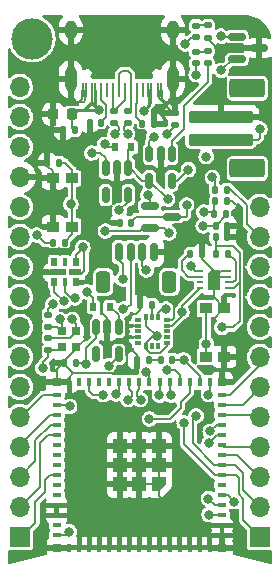
<source format=gbr>
%TF.GenerationSoftware,KiCad,Pcbnew,(6.0.4-0)*%
%TF.CreationDate,2022-09-22T13:53:57+02:00*%
%TF.ProjectId,ESP32_S2_MINI_1,45535033-325f-4533-925f-4d494e495f31,rev?*%
%TF.SameCoordinates,Original*%
%TF.FileFunction,Copper,L1,Top*%
%TF.FilePolarity,Positive*%
%FSLAX46Y46*%
G04 Gerber Fmt 4.6, Leading zero omitted, Abs format (unit mm)*
G04 Created by KiCad (PCBNEW (6.0.4-0)) date 2022-09-22 13:53:57*
%MOMM*%
%LPD*%
G01*
G04 APERTURE LIST*
G04 Aperture macros list*
%AMRoundRect*
0 Rectangle with rounded corners*
0 $1 Rounding radius*
0 $2 $3 $4 $5 $6 $7 $8 $9 X,Y pos of 4 corners*
0 Add a 4 corners polygon primitive as box body*
4,1,4,$2,$3,$4,$5,$6,$7,$8,$9,$2,$3,0*
0 Add four circle primitives for the rounded corners*
1,1,$1+$1,$2,$3*
1,1,$1+$1,$4,$5*
1,1,$1+$1,$6,$7*
1,1,$1+$1,$8,$9*
0 Add four rect primitives between the rounded corners*
20,1,$1+$1,$2,$3,$4,$5,0*
20,1,$1+$1,$4,$5,$6,$7,0*
20,1,$1+$1,$6,$7,$8,$9,0*
20,1,$1+$1,$8,$9,$2,$3,0*%
%AMFreePoly0*
4,1,6,0.600000,-0.600000,-0.600000,-0.600000,-0.600000,0.000000,0.000000,0.600000,0.600000,0.600000,0.600000,-0.600000,0.600000,-0.600000,$1*%
%AMFreePoly1*
4,1,6,0.500000,-0.850000,-0.500000,-0.850000,-0.500000,0.550000,-0.200000,0.850000,0.500000,0.850000,0.500000,-0.850000,0.500000,-0.850000,$1*%
G04 Aperture macros list end*
%TA.AperFunction,SMDPad,CuDef*%
%ADD10R,0.250000X1.300000*%
%TD*%
%TA.AperFunction,SMDPad,CuDef*%
%ADD11R,0.220000X1.300000*%
%TD*%
%TA.AperFunction,ComponentPad*%
%ADD12RoundRect,0.500000X0.000000X0.600000X0.000000X0.600000X0.000000X-0.600000X0.000000X-0.600000X0*%
%TD*%
%TA.AperFunction,ComponentPad*%
%ADD13RoundRect,0.500000X0.000000X0.300000X0.000000X0.300000X0.000000X-0.300000X0.000000X-0.300000X0*%
%TD*%
%TA.AperFunction,SMDPad,CuDef*%
%ADD14R,0.600000X0.700000*%
%TD*%
%TA.AperFunction,SMDPad,CuDef*%
%ADD15RoundRect,0.147500X-0.147500X-0.172500X0.147500X-0.172500X0.147500X0.172500X-0.147500X0.172500X0*%
%TD*%
%TA.AperFunction,SMDPad,CuDef*%
%ADD16RoundRect,0.135000X0.135000X0.185000X-0.135000X0.185000X-0.135000X-0.185000X0.135000X-0.185000X0*%
%TD*%
%TA.AperFunction,SMDPad,CuDef*%
%ADD17R,0.800000X0.400000*%
%TD*%
%TA.AperFunction,SMDPad,CuDef*%
%ADD18R,0.400000X0.800000*%
%TD*%
%TA.AperFunction,SMDPad,CuDef*%
%ADD19R,1.200000X1.200000*%
%TD*%
%TA.AperFunction,SMDPad,CuDef*%
%ADD20R,0.800000X0.800000*%
%TD*%
%TA.AperFunction,SMDPad,CuDef*%
%ADD21FreePoly0,180.000000*%
%TD*%
%TA.AperFunction,SMDPad,CuDef*%
%ADD22RoundRect,0.135000X-0.185000X0.135000X-0.185000X-0.135000X0.185000X-0.135000X0.185000X0.135000X0*%
%TD*%
%TA.AperFunction,SMDPad,CuDef*%
%ADD23RoundRect,0.140000X0.140000X0.170000X-0.140000X0.170000X-0.140000X-0.170000X0.140000X-0.170000X0*%
%TD*%
%TA.AperFunction,SMDPad,CuDef*%
%ADD24RoundRect,0.135000X0.185000X-0.135000X0.185000X0.135000X-0.185000X0.135000X-0.185000X-0.135000X0*%
%TD*%
%TA.AperFunction,SMDPad,CuDef*%
%ADD25RoundRect,0.147500X-0.172500X0.147500X-0.172500X-0.147500X0.172500X-0.147500X0.172500X0.147500X0*%
%TD*%
%TA.AperFunction,SMDPad,CuDef*%
%ADD26RoundRect,0.150000X-0.150000X0.512500X-0.150000X-0.512500X0.150000X-0.512500X0.150000X0.512500X0*%
%TD*%
%TA.AperFunction,SMDPad,CuDef*%
%ADD27RoundRect,0.135000X-0.135000X-0.185000X0.135000X-0.185000X0.135000X0.185000X-0.135000X0.185000X0*%
%TD*%
%TA.AperFunction,SMDPad,CuDef*%
%ADD28RoundRect,0.087500X0.187500X0.087500X-0.187500X0.087500X-0.187500X-0.087500X0.187500X-0.087500X0*%
%TD*%
%TA.AperFunction,SMDPad,CuDef*%
%ADD29RoundRect,0.087500X0.087500X0.187500X-0.087500X0.187500X-0.087500X-0.187500X0.087500X-0.187500X0*%
%TD*%
%TA.AperFunction,SMDPad,CuDef*%
%ADD30R,0.700000X0.700000*%
%TD*%
%TA.AperFunction,SMDPad,CuDef*%
%ADD31R,0.550000X0.250000*%
%TD*%
%TA.AperFunction,SMDPad,CuDef*%
%ADD32FreePoly1,0.000000*%
%TD*%
%TA.AperFunction,SMDPad,CuDef*%
%ADD33RoundRect,0.150000X-0.587500X-0.150000X0.587500X-0.150000X0.587500X0.150000X-0.587500X0.150000X0*%
%TD*%
%TA.AperFunction,SMDPad,CuDef*%
%ADD34R,0.500000X0.800000*%
%TD*%
%TA.AperFunction,SMDPad,CuDef*%
%ADD35R,1.000000X0.500000*%
%TD*%
%TA.AperFunction,SMDPad,CuDef*%
%ADD36R,0.300000X0.800000*%
%TD*%
%TA.AperFunction,SMDPad,CuDef*%
%ADD37R,1.480000X0.500000*%
%TD*%
%TA.AperFunction,SMDPad,CuDef*%
%ADD38RoundRect,0.218750X0.218750X0.256250X-0.218750X0.256250X-0.218750X-0.256250X0.218750X-0.256250X0*%
%TD*%
%TA.AperFunction,SMDPad,CuDef*%
%ADD39RoundRect,0.147500X0.147500X0.172500X-0.147500X0.172500X-0.147500X-0.172500X0.147500X-0.172500X0*%
%TD*%
%TA.AperFunction,ComponentPad*%
%ADD40R,1.700000X1.700000*%
%TD*%
%TA.AperFunction,ComponentPad*%
%ADD41O,1.700000X1.700000*%
%TD*%
%TA.AperFunction,SMDPad,CuDef*%
%ADD42RoundRect,0.150000X0.150000X0.625000X-0.150000X0.625000X-0.150000X-0.625000X0.150000X-0.625000X0*%
%TD*%
%TA.AperFunction,SMDPad,CuDef*%
%ADD43RoundRect,0.250000X0.350000X0.650000X-0.350000X0.650000X-0.350000X-0.650000X0.350000X-0.650000X0*%
%TD*%
%TA.AperFunction,SMDPad,CuDef*%
%ADD44R,1.000000X0.900000*%
%TD*%
%TA.AperFunction,SMDPad,CuDef*%
%ADD45RoundRect,0.250000X-2.500000X0.250000X-2.500000X-0.250000X2.500000X-0.250000X2.500000X0.250000X0*%
%TD*%
%TA.AperFunction,SMDPad,CuDef*%
%ADD46RoundRect,0.250000X-1.250000X0.550000X-1.250000X-0.550000X1.250000X-0.550000X1.250000X0.550000X0*%
%TD*%
%TA.AperFunction,SMDPad,CuDef*%
%ADD47RoundRect,0.140000X-0.140000X-0.170000X0.140000X-0.170000X0.140000X0.170000X-0.140000X0.170000X0*%
%TD*%
%TA.AperFunction,ComponentPad*%
%ADD48C,3.500000*%
%TD*%
%TA.AperFunction,ViaPad*%
%ADD49C,0.800000*%
%TD*%
%TA.AperFunction,Conductor*%
%ADD50C,0.200000*%
%TD*%
%TA.AperFunction,Conductor*%
%ADD51C,0.250000*%
%TD*%
G04 APERTURE END LIST*
D10*
%TO.P,J1,A1,GND*%
%TO.N,GND*%
X194820032Y-63745268D03*
%TO.P,J1,A4,VBUS*%
%TO.N,USB*%
X194020032Y-63745268D03*
D11*
%TO.P,J1,A5,CC1*%
%TO.N,Net-(J1-PadA5)*%
X192770032Y-63745268D03*
%TO.P,J1,A6,D+*%
%TO.N,/DP*%
X191770032Y-63745268D03*
%TO.P,J1,A7,D-*%
%TO.N,/DN*%
X191270032Y-63745268D03*
%TO.P,J1,A8,SBU1*%
%TO.N,unconnected-(J1-PadA8)*%
X190270032Y-63745268D03*
D10*
%TO.P,J1,A9,VBUS*%
%TO.N,USB*%
X189020032Y-63745268D03*
%TO.P,J1,A12,GND*%
%TO.N,GND*%
X188220032Y-63745268D03*
%TO.P,J1,B1,GND*%
X188470032Y-63745268D03*
%TO.P,J1,B4,VBUS*%
%TO.N,USB*%
X189270032Y-63745268D03*
D11*
%TO.P,J1,B5,CC2*%
%TO.N,Net-(J1-PadB5)*%
X189770032Y-63745268D03*
%TO.P,J1,B6,D+*%
%TO.N,/DP*%
X190770032Y-63745268D03*
%TO.P,J1,B7,D-*%
%TO.N,/DN*%
X192270032Y-63745268D03*
%TO.P,J1,B8,SBU2*%
%TO.N,unconnected-(J1-PadB8)*%
X193270032Y-63745268D03*
D10*
%TO.P,J1,B9,VBUS*%
%TO.N,USB*%
X193770032Y-63745268D03*
%TO.P,J1,B12,GND*%
%TO.N,GND*%
X194570032Y-63745268D03*
D12*
%TO.P,J1,S1,SHIELD*%
X187200032Y-62825268D03*
D13*
X195840032Y-58645268D03*
D12*
X195840032Y-62825268D03*
D13*
X187200032Y-58645268D03*
%TD*%
D14*
%TO.P,D4,1,K*%
%TO.N,/VB*%
X192300000Y-68600000D03*
%TO.P,D4,2,A*%
%TO.N,USB*%
X190900000Y-68600000D03*
%TD*%
D15*
%TO.P,C5,1*%
%TO.N,+3V3*%
X199460000Y-75240000D03*
%TO.P,C5,2*%
%TO.N,GND*%
X200430000Y-75240000D03*
%TD*%
D16*
%TO.P,R15,1*%
%TO.N,GND*%
X198310000Y-77600000D03*
%TO.P,R15,2*%
%TO.N,Net-(R15-Pad2)*%
X197290000Y-77600000D03*
%TD*%
D17*
%TO.P,U2,1,GND*%
%TO.N,GND*%
X200007053Y-101454457D03*
%TO.P,U2,2,GND*%
X200007053Y-100604457D03*
%TO.P,U2,3,3V3*%
%TO.N,+3V3*%
X200007053Y-99754457D03*
%TO.P,U2,4,GPIO0/BOOT*%
%TO.N,/BOOT*%
X200007053Y-98904457D03*
%TO.P,U2,5,GPIO1/ADC1_CH0*%
%TO.N,MAG*%
X200007053Y-98054457D03*
%TO.P,U2,6,GPIO2/ADC1_CH1*%
%TO.N,unconnected-(U2-Pad6)*%
X200007053Y-97204457D03*
%TO.P,U2,7,GPIO3/ADC1_CH2*%
%TO.N,I2C_SDA*%
X200007053Y-96354457D03*
%TO.P,U2,8,GPIO4/ADC1_CH3*%
%TO.N,I2C_SCL*%
X200007053Y-95504457D03*
%TO.P,U2,9,GPIO5/ADC1_CH4*%
%TO.N,D5*%
X200007053Y-94654457D03*
%TO.P,U2,10,GPIO6/ADC1_CH5*%
%TO.N,D6*%
X200007053Y-93804457D03*
%TO.P,U2,11,GPIO7/ADC1_CH6*%
%TO.N,I2C_PWR*%
X200007053Y-92954457D03*
%TO.P,U2,12,GPIO8/ADC1_CH7*%
%TO.N,A5*%
X200007053Y-92104457D03*
%TO.P,U2,13,GPIO9/ADC1_CH8*%
%TO.N,D9*%
X200007053Y-91254457D03*
%TO.P,U2,14,GPIO10/ADC1_CH9*%
%TO.N,D10*%
X200007053Y-90404457D03*
%TO.P,U2,15,GPIO11/ADC2_CH0*%
%TO.N,D11*%
X200007053Y-89554457D03*
D18*
%TO.P,U2,16,GPIO12/ADC2_CH1*%
%TO.N,D12*%
X198957053Y-88504457D03*
%TO.P,U2,17,GPIO13/ADC2_CH2*%
%TO.N,D13*%
X198107053Y-88504457D03*
%TO.P,U2,18,GPIO14/ADC2_CH3*%
%TO.N,A4*%
X197257053Y-88504457D03*
%TO.P,U2,19,GPIO15/ADC2_CH4/XTAL_32K_P*%
%TO.N,A3*%
X196407053Y-88504457D03*
%TO.P,U2,20,GPIO16/ADC2_CH5/XTAL_32K_N*%
%TO.N,A2*%
X195557053Y-88504457D03*
%TO.P,U2,21,ADC2_CH7/DAC_2/GPIO17*%
%TO.N,A1*%
X194707053Y-88504457D03*
%TO.P,U2,22,ADC2_CH6/DAC_1/GPIO18*%
%TO.N,A0*%
X193857053Y-88504457D03*
%TO.P,U2,23,USB_D-/ADC2_CH8/GPIO19*%
%TO.N,/USB_DN*%
X193007053Y-88504457D03*
%TO.P,U2,24,USB_D+/ADC2_CH9/GPIO20*%
%TO.N,/USB_DP*%
X192157053Y-88504457D03*
%TO.P,U2,25,GPIO21*%
%TO.N,/APA_CLOCK*%
X191307053Y-88504457D03*
%TO.P,U2,26,SPI_CS1/GPIO26*%
%TO.N,unconnected-(U2-Pad26)*%
X190457053Y-88504457D03*
%TO.P,U2,27,NC*%
%TO.N,unconnected-(U2-Pad27)*%
X189607053Y-88504457D03*
%TO.P,U2,28,GPIO33*%
%TO.N,/APA_DATA*%
X188757053Y-88504457D03*
%TO.P,U2,29,GPIO34*%
%TO.N,unconnected-(U2-Pad29)*%
X187907053Y-88504457D03*
%TO.P,U2,30,GND*%
%TO.N,GND*%
X187057053Y-88504457D03*
D17*
%TO.P,U2,31,GPIO35*%
%TO.N,MOSI*%
X186007053Y-89554457D03*
%TO.P,U2,32,GPIO36*%
%TO.N,SCK*%
X186007053Y-90404457D03*
%TO.P,U2,33,GPIO37*%
%TO.N,MISO*%
X186007053Y-91254457D03*
%TO.P,U2,34,GPIO38*%
%TO.N,RX*%
X186007053Y-92104457D03*
%TO.P,U2,35,MTCK/JTAG/GPIO39*%
%TO.N,TX*%
X186007053Y-92954457D03*
%TO.P,U2,36,MTDO/JTAG/GPIO40*%
%TO.N,unconnected-(U2-Pad36)*%
X186007053Y-93804457D03*
%TO.P,U2,37,MTDI/JTAG/GPIO41*%
%TO.N,unconnected-(U2-Pad37)*%
X186007053Y-94654457D03*
%TO.P,U2,38,MTMS/JTAG/GPIO42*%
%TO.N,unconnected-(U2-Pad38)*%
X186007053Y-95504457D03*
%TO.P,U2,39,GPIO43/U0TXD/PROG*%
%TO.N,DEBUG_TX*%
X186007053Y-96354457D03*
%TO.P,U2,40,GPIO44/U0RXD/PROG*%
%TO.N,unconnected-(U2-Pad40)*%
X186007053Y-97204457D03*
%TO.P,U2,41,GPIO45*%
%TO.N,unconnected-(U2-Pad41)*%
X186007053Y-98054457D03*
%TO.P,U2,42,GND*%
%TO.N,GND*%
X186007053Y-98904457D03*
%TO.P,U2,43,GND*%
X186007053Y-99754457D03*
%TO.P,U2,44,GPIO46*%
%TO.N,unconnected-(U2-Pad44)*%
X186007053Y-100604457D03*
%TO.P,U2,45,CHIP/PU/RESET*%
%TO.N,/ENABLE*%
X186007053Y-101454457D03*
D18*
%TO.P,U2,46,GND*%
%TO.N,GND*%
X194707053Y-102504457D03*
D19*
X194657053Y-95504457D03*
D18*
X195557053Y-102504457D03*
D20*
X186057053Y-102504457D03*
D19*
X191357053Y-97154457D03*
X194657053Y-93854457D03*
D20*
X200007053Y-102504457D03*
X200007053Y-88504457D03*
D18*
X196407053Y-102504457D03*
D19*
X193007053Y-97154457D03*
D18*
X193857053Y-102504457D03*
X191307053Y-102504457D03*
X192157053Y-102504457D03*
X187907053Y-102504457D03*
X189607053Y-102504457D03*
D20*
X186007053Y-88504457D03*
D18*
X197257053Y-102504457D03*
X190457053Y-102504457D03*
X193007053Y-102504457D03*
X188757053Y-102504457D03*
X198957053Y-102504457D03*
D19*
X193007053Y-93854457D03*
D18*
X187057053Y-102504457D03*
D21*
X194657053Y-97154457D03*
D19*
X193007053Y-95504457D03*
X191357053Y-93854457D03*
D18*
X198107053Y-102504457D03*
D19*
X191357053Y-95504457D03*
%TD*%
D22*
%TO.P,R3,1*%
%TO.N,I2C_SDA*%
X185300000Y-84790000D03*
%TO.P,R3,2*%
%TO.N,+3.3VA*%
X185300000Y-85810000D03*
%TD*%
D15*
%TO.P,C2,1*%
%TO.N,/BOOT*%
X199445000Y-73170000D03*
%TO.P,C2,2*%
%TO.N,GND*%
X200415000Y-73170000D03*
%TD*%
D23*
%TO.P,C7,1*%
%TO.N,VBAT*%
X192280000Y-75000000D03*
%TO.P,C7,2*%
%TO.N,GND*%
X191320000Y-75000000D03*
%TD*%
D24*
%TO.P,R11,1*%
%TO.N,GND*%
X198800000Y-59310000D03*
%TO.P,R11,2*%
%TO.N,Net-(D2-Pad1)*%
X198800000Y-58290000D03*
%TD*%
D25*
%TO.P,R13,1*%
%TO.N,/DP*%
X190871278Y-65569336D03*
%TO.P,R13,2*%
%TO.N,/USB_DP*%
X190871278Y-66539336D03*
%TD*%
D26*
%TO.P,U7,1,VIN*%
%TO.N,Net-(D6-Pad1)*%
X191250000Y-83862500D03*
%TO.P,U7,2,GND*%
%TO.N,GND*%
X190300000Y-83862500D03*
%TO.P,U7,3,EN*%
%TO.N,I2C_PWR*%
X189350000Y-83862500D03*
%TO.P,U7,4,NC*%
%TO.N,unconnected-(U7-Pad4)*%
X189350000Y-86137500D03*
%TO.P,U7,5,VOUT*%
%TO.N,+3.3VA*%
X191250000Y-86137500D03*
%TD*%
D27*
%TO.P,R7,1*%
%TO.N,GND*%
X186620000Y-86840000D03*
%TO.P,R7,2*%
%TO.N,I2C_PWR*%
X187640000Y-86840000D03*
%TD*%
D28*
%TO.P,U5,1,VDD_IO*%
%TO.N,+3.3VA*%
X195325000Y-85200000D03*
%TO.P,U5,2,NC*%
%TO.N,unconnected-(U5-Pad2)*%
X195325000Y-84700000D03*
%TO.P,U5,3,NC*%
%TO.N,unconnected-(U5-Pad3)*%
X195325000Y-84200000D03*
%TO.P,U5,4,SCL/SPC*%
%TO.N,I2C_SCL*%
X195325000Y-83700000D03*
%TO.P,U5,5,GND*%
%TO.N,GND*%
X195325000Y-83200000D03*
D29*
%TO.P,U5,6,SDA/SDI/SDO*%
%TO.N,I2C_SDA*%
X194600000Y-82975000D03*
%TO.P,U5,7,SDO/SA0*%
%TO.N,Net-(R17-Pad2)*%
X194100000Y-82975000D03*
%TO.P,U5,8,CS*%
%TO.N,+3.3VA*%
X193600000Y-82975000D03*
D28*
%TO.P,U5,9,INT2*%
%TO.N,unconnected-(U5-Pad9)*%
X192875000Y-83200000D03*
%TO.P,U5,10,GND*%
%TO.N,GND*%
X192875000Y-83700000D03*
%TO.P,U5,11,INT1*%
%TO.N,unconnected-(U5-Pad11)*%
X192875000Y-84200000D03*
%TO.P,U5,12,GND*%
%TO.N,GND*%
X192875000Y-84700000D03*
%TO.P,U5,13,ADC3*%
%TO.N,unconnected-(U5-Pad13)*%
X192875000Y-85200000D03*
D29*
%TO.P,U5,14,VDD*%
%TO.N,+3.3VA*%
X193600000Y-85425000D03*
%TO.P,U5,15,ADC2*%
%TO.N,unconnected-(U5-Pad15)*%
X194100000Y-85425000D03*
%TO.P,U5,16,ADC1*%
%TO.N,unconnected-(U5-Pad16)*%
X194600000Y-85425000D03*
%TD*%
D16*
%TO.P,R6,1*%
%TO.N,EN*%
X200440000Y-72190000D03*
%TO.P,R6,2*%
%TO.N,/VB*%
X199420000Y-72190000D03*
%TD*%
D22*
%TO.P,R14,1*%
%TO.N,GND*%
X196000000Y-65690000D03*
%TO.P,R14,2*%
%TO.N,Net-(R14-Pad2)*%
X196000000Y-66710000D03*
%TD*%
D30*
%TO.P,U3,1,VDD*%
%TO.N,+3.3VA*%
X186471000Y-85536000D03*
%TO.P,U3,2,GND*%
%TO.N,GND*%
X187671000Y-85536000D03*
%TO.P,U3,3,SDA*%
%TO.N,I2C_SDA*%
X187671000Y-84186000D03*
%TO.P,U3,4,SCL*%
%TO.N,I2C_SCL*%
X186471000Y-84186000D03*
%TD*%
D31*
%TO.P,U6,1,SDA*%
%TO.N,I2C_SDA*%
X198125000Y-79050000D03*
%TO.P,U6,2,ADDR*%
%TO.N,Net-(R15-Pad2)*%
X198125000Y-79550000D03*
%TO.P,U6,3,ALERT*%
%TO.N,unconnected-(U6-Pad3)*%
X198125000Y-80050000D03*
%TO.P,U6,4,SCL*%
%TO.N,I2C_SCL*%
X198125000Y-80550000D03*
%TO.P,U6,5,VDD*%
%TO.N,+3.3VA*%
X200475000Y-80550000D03*
%TO.P,U6,6,~{RESET}*%
%TO.N,Net-(R16-Pad2)*%
X200475000Y-80050000D03*
%TO.P,U6,7,R*%
%TO.N,GND*%
X200475000Y-79550000D03*
%TO.P,U6,8,VSS*%
X200475000Y-79050000D03*
D32*
%TO.P,U6,9,VSS*%
X199300000Y-79800000D03*
%TD*%
D33*
%TO.P,Q1,1,G*%
%TO.N,USB*%
X193862500Y-73550000D03*
%TO.P,Q1,2,S*%
%TO.N,/VB*%
X193862500Y-75450000D03*
%TO.P,Q1,3,D*%
%TO.N,VBAT*%
X195737500Y-74500000D03*
%TD*%
D34*
%TO.P,D3,1,VDD*%
%TO.N,/VB*%
X187600000Y-78350000D03*
D35*
X187530000Y-79200000D03*
D36*
%TO.P,D3,2,CKO*%
%TO.N,unconnected-(D3-Pad2)*%
X186700000Y-78350000D03*
D34*
%TO.P,D3,3,SDO*%
%TO.N,unconnected-(D3-Pad3)*%
X185800000Y-78350000D03*
%TO.P,D3,4,SDI*%
%TO.N,/APA_DATA*%
X185800000Y-80050000D03*
D36*
%TO.P,D3,5,CKI*%
%TO.N,/APA_CLOCK*%
X186700000Y-80050000D03*
D34*
%TO.P,D3,6,GND*%
%TO.N,GND*%
X187600000Y-80050000D03*
D37*
X186110000Y-79200000D03*
%TD*%
D15*
%TO.P,R9,1*%
%TO.N,Net-(J1-PadA5)*%
X193238312Y-66595268D03*
%TO.P,R9,2*%
%TO.N,GND*%
X194208312Y-66595268D03*
%TD*%
D38*
%TO.P,C3,1*%
%TO.N,USB*%
X187287500Y-65800000D03*
%TO.P,C3,2*%
%TO.N,GND*%
X185712500Y-65800000D03*
%TD*%
D27*
%TO.P,R1,1*%
%TO.N,GND*%
X192790000Y-86600000D03*
%TO.P,R1,2*%
%TO.N,Net-(D1-Pad1)*%
X193810000Y-86600000D03*
%TD*%
D25*
%TO.P,R12,1*%
%TO.N,/DN*%
X192071278Y-65569336D03*
%TO.P,R12,2*%
%TO.N,/USB_DN*%
X192071278Y-66539336D03*
%TD*%
D39*
%TO.P,R4,1*%
%TO.N,/ENABLE*%
X186685000Y-76700000D03*
%TO.P,R4,2*%
%TO.N,+3V3*%
X185715000Y-76700000D03*
%TD*%
D40*
%TO.P,J3,1,Pin_1*%
%TO.N,DEBUG_TX*%
X182880000Y-101600000D03*
D41*
%TO.P,J3,2,Pin_2*%
%TO.N,TX*%
X182880000Y-99060000D03*
%TO.P,J3,3,Pin_3*%
%TO.N,RX*%
X182880000Y-96520000D03*
%TO.P,J3,4,Pin_4*%
%TO.N,MISO*%
X182880000Y-93980000D03*
%TO.P,J3,5,Pin_5*%
%TO.N,MOSI*%
X182880000Y-91440000D03*
%TO.P,J3,6,Pin_6*%
%TO.N,SCK*%
X182880000Y-88900000D03*
%TO.P,J3,7,Pin_7*%
%TO.N,A5*%
X182880000Y-86360000D03*
%TO.P,J3,8,Pin_8*%
%TO.N,A4*%
X182880000Y-83820000D03*
%TO.P,J3,9,Pin_9*%
%TO.N,A3*%
X182880000Y-81280000D03*
%TO.P,J3,10,Pin_10*%
%TO.N,A2*%
X182880000Y-78740000D03*
%TO.P,J3,11,Pin_11*%
%TO.N,A1*%
X182880000Y-76200000D03*
%TO.P,J3,12,Pin_12*%
%TO.N,A0*%
X182880000Y-73660000D03*
%TO.P,J3,13,Pin_13*%
%TO.N,GND*%
X182880000Y-71120000D03*
%TO.P,J3,14,Pin_14*%
%TO.N,+3V3*%
X182880000Y-68580000D03*
%TO.P,J3,15,Pin_15*%
X182880000Y-66040000D03*
%TO.P,J3,16,Pin_16*%
%TO.N,RST*%
X182880000Y-63500000D03*
%TD*%
D27*
%TO.P,R16,1*%
%TO.N,+3.3VA*%
X199510000Y-77650000D03*
%TO.P,R16,2*%
%TO.N,Net-(R16-Pad2)*%
X200530000Y-77650000D03*
%TD*%
D42*
%TO.P,J5,1,Pin_1*%
%TO.N,GND*%
X194250000Y-77475000D03*
%TO.P,J5,2,Pin_2*%
%TO.N,+3V3*%
X193250000Y-77475000D03*
%TO.P,J5,3,Pin_3*%
%TO.N,I2C_SDA*%
X192250000Y-77475000D03*
%TO.P,J5,4,Pin_4*%
%TO.N,I2C_SCL*%
X191250000Y-77475000D03*
D43*
%TO.P,J5,MP*%
%TO.N,N/C*%
X195550000Y-80000000D03*
X189950000Y-80000000D03*
%TD*%
D15*
%TO.P,D1,1,K*%
%TO.N,Net-(D1-Pad1)*%
X194815000Y-86600000D03*
%TO.P,D1,2,A*%
%TO.N,D13*%
X195785000Y-86600000D03*
%TD*%
D25*
%TO.P,D2,1,K*%
%TO.N,Net-(D2-Pad1)*%
X197800000Y-58315000D03*
%TO.P,D2,2,A*%
%TO.N,+3V3*%
X197800000Y-59285000D03*
%TD*%
D44*
%TO.P,RESET1,1,1*%
%TO.N,/ENABLE*%
X187329418Y-71223076D03*
X187329418Y-75323076D03*
%TO.P,RESET1,2,2*%
%TO.N,GND*%
X185729418Y-75323076D03*
X185729418Y-71223076D03*
%TD*%
D27*
%TO.P,R17,1*%
%TO.N,GND*%
X193090000Y-81950000D03*
%TO.P,R17,2*%
%TO.N,Net-(R17-Pad2)*%
X194110000Y-81950000D03*
%TD*%
D15*
%TO.P,R5,1*%
%TO.N,/BOOT*%
X199360000Y-74240000D03*
%TO.P,R5,2*%
%TO.N,+3V3*%
X200330000Y-74240000D03*
%TD*%
D40*
%TO.P,J2,1,Pin_1*%
%TO.N,I2C_SDA*%
X203200000Y-101600000D03*
D41*
%TO.P,J2,2,Pin_2*%
%TO.N,I2C_SCL*%
X203200000Y-99060000D03*
%TO.P,J2,3,Pin_3*%
%TO.N,D5*%
X203200000Y-96520000D03*
%TO.P,J2,4,Pin_4*%
%TO.N,D6*%
X203200000Y-93980000D03*
%TO.P,J2,5,Pin_5*%
%TO.N,D9*%
X203200000Y-91440000D03*
%TO.P,J2,6,Pin_6*%
%TO.N,D10*%
X203200000Y-88900000D03*
%TO.P,J2,7,Pin_7*%
%TO.N,D11*%
X203200000Y-86360000D03*
%TO.P,J2,8,Pin_8*%
%TO.N,D12*%
X203200000Y-83820000D03*
%TO.P,J2,9,Pin_9*%
%TO.N,D13*%
X203200000Y-81280000D03*
%TO.P,J2,10,Pin_10*%
%TO.N,USB*%
X203200000Y-78740000D03*
%TO.P,J2,11,Pin_11*%
%TO.N,EN*%
X203200000Y-76200000D03*
%TO.P,J2,12,Pin_12*%
%TO.N,VBAT*%
X203200000Y-73660000D03*
%TD*%
D45*
%TO.P,J4,1,Pin_1*%
%TO.N,GND*%
X199900000Y-66000000D03*
%TO.P,J4,2,Pin_2*%
%TO.N,VBAT*%
X199900000Y-68000000D03*
D46*
%TO.P,J4,MP*%
%TO.N,N/C*%
X202150000Y-63600000D03*
X202150000Y-70400000D03*
%TD*%
D44*
%TO.P,BOOT1,1,1*%
%TO.N,/BOOT*%
X198600000Y-86350000D03*
X198600000Y-82250000D03*
%TO.P,BOOT1,2,2*%
%TO.N,GND*%
X200200000Y-86350000D03*
X200200000Y-82250000D03*
%TD*%
D25*
%TO.P,D5,1,K*%
%TO.N,Net-(D5-Pad1)*%
X197800000Y-60515000D03*
%TO.P,D5,2,A*%
%TO.N,/VB*%
X197800000Y-61485000D03*
%TD*%
D26*
%TO.P,U8,1,STAT*%
%TO.N,Net-(R8-Pad1)*%
X195750000Y-69162500D03*
%TO.P,U8,2,VSS*%
%TO.N,GND*%
X194800000Y-69162500D03*
%TO.P,U8,3,VBAT*%
%TO.N,VBAT*%
X193850000Y-69162500D03*
%TO.P,U8,4,VDD*%
%TO.N,/VB*%
X193850000Y-71437500D03*
%TO.P,U8,5,PROG*%
%TO.N,Net-(R14-Pad2)*%
X195750000Y-71437500D03*
%TD*%
D47*
%TO.P,C6,1*%
%TO.N,+3.3VA*%
X199465000Y-76240000D03*
%TO.P,C6,2*%
%TO.N,GND*%
X200425000Y-76240000D03*
%TD*%
D24*
%TO.P,R8,1*%
%TO.N,Net-(R8-Pad1)*%
X198800000Y-61510000D03*
%TO.P,R8,2*%
%TO.N,Net-(D5-Pad1)*%
X198800000Y-60490000D03*
%TD*%
D39*
%TO.P,C1,1*%
%TO.N,/ENABLE*%
X186185000Y-69900000D03*
%TO.P,C1,2*%
%TO.N,GND*%
X185215000Y-69900000D03*
%TD*%
%TO.P,R10,1*%
%TO.N,Net-(J1-PadB5)*%
X189749284Y-66551408D03*
%TO.P,R10,2*%
%TO.N,GND*%
X188779284Y-66551408D03*
%TD*%
%TO.P,C4,1*%
%TO.N,USB*%
X187539766Y-67169914D03*
%TO.P,C4,2*%
%TO.N,GND*%
X186569766Y-67169914D03*
%TD*%
D14*
%TO.P,D6,1,K*%
%TO.N,Net-(D6-Pad1)*%
X190510000Y-82150000D03*
%TO.P,D6,2,A*%
%TO.N,USB*%
X189110000Y-82150000D03*
%TD*%
D48*
%TO.P,H1,1*%
%TO.N,N/C*%
X183900000Y-59400000D03*
%TD*%
D26*
%TO.P,U1,1,VIN*%
%TO.N,/VB*%
X192050000Y-70362500D03*
%TO.P,U1,2,GND*%
%TO.N,GND*%
X191100000Y-70362500D03*
%TO.P,U1,3,EN*%
%TO.N,EN*%
X190150000Y-70362500D03*
%TO.P,U1,4,NC*%
%TO.N,unconnected-(U1-Pad4)*%
X190150000Y-72637500D03*
%TO.P,U1,5,VOUT*%
%TO.N,+3V3*%
X192050000Y-72637500D03*
%TD*%
D33*
%TO.P,U4,1,VCC*%
%TO.N,+3V3*%
X201262500Y-59250000D03*
%TO.P,U4,2,OUTPUT*%
%TO.N,MAG*%
X201262500Y-61150000D03*
%TO.P,U4,3,GND*%
%TO.N,GND*%
X203137500Y-60200000D03*
%TD*%
D24*
%TO.P,R2,1*%
%TO.N,I2C_SCL*%
X185300000Y-83810000D03*
%TO.P,R2,2*%
%TO.N,+3.3VA*%
X185300000Y-82790000D03*
%TD*%
D49*
%TO.N,/BOOT*%
X198850000Y-98350000D03*
X198440000Y-74090000D03*
X198680000Y-85220000D03*
%TO.N,GND*%
X198650000Y-90650000D03*
X195950000Y-64750000D03*
%TO.N,/ENABLE*%
X187050000Y-101150000D03*
X187200000Y-73400000D03*
%TO.N,USB*%
X193700000Y-72650000D03*
X189550500Y-65450005D03*
X188560000Y-80840000D03*
X190050000Y-68350000D03*
X193351306Y-65498905D03*
%TO.N,+3V3*%
X184300500Y-76030893D03*
X199900000Y-59200000D03*
X191300000Y-73950000D03*
X198900000Y-99700000D03*
X198400000Y-75250000D03*
X196900000Y-59850000D03*
X193600000Y-79000000D03*
%TO.N,+3.3VA*%
X184800000Y-87300000D03*
X185674000Y-81915000D03*
X200000000Y-83850000D03*
X194498725Y-84600648D03*
X190400000Y-87100000D03*
%TO.N,D13*%
X196750000Y-86600000D03*
%TO.N,/USB_DN*%
X193107053Y-89968050D03*
X191996278Y-67439831D03*
%TO.N,/USB_DP*%
X190946278Y-67439831D03*
X192057053Y-89968050D03*
%TO.N,D12*%
X198850000Y-89550000D03*
%TO.N,EN*%
X188950000Y-69100000D03*
%TO.N,VBAT*%
X203200000Y-67056000D03*
X197000000Y-73500000D03*
X194200000Y-67750000D03*
%TO.N,/APA_DATA*%
X189950000Y-89550000D03*
X186588221Y-81658571D03*
%TO.N,/APA_CLOCK*%
X191000000Y-89500000D03*
X187550000Y-81350000D03*
%TO.N,SCK*%
X187100000Y-90550000D03*
%TO.N,A5*%
X198995734Y-92645734D03*
%TO.N,A4*%
X193850000Y-91600000D03*
%TO.N,A3*%
X195300000Y-87450000D03*
%TO.N,A2*%
X195700000Y-89600000D03*
%TO.N,A1*%
X194700000Y-89600000D03*
%TO.N,I2C_PWR*%
X188510000Y-86930000D03*
X198910000Y-93650000D03*
%TO.N,A0*%
X193600000Y-87600000D03*
%TO.N,/VB*%
X188214000Y-77089000D03*
X195400000Y-73000000D03*
X199190000Y-71160000D03*
X197800000Y-62450000D03*
X190119000Y-75692000D03*
X195500000Y-75850000D03*
%TO.N,I2C_SCL*%
X186258040Y-83177720D03*
X191600000Y-79750000D03*
X197800000Y-91350000D03*
X196600500Y-82550000D03*
%TO.N,I2C_SDA*%
X187325000Y-83185000D03*
X196800000Y-91950000D03*
X191650000Y-82300000D03*
X195250000Y-82300000D03*
X197380000Y-78690000D03*
%TO.N,MAG*%
X199950000Y-62100000D03*
X198650000Y-69400000D03*
X201050000Y-98600000D03*
%TO.N,Net-(R14-Pad2)*%
X195300000Y-67500000D03*
X197150000Y-70500000D03*
%TD*%
D50*
%TO.N,/BOOT*%
X198680000Y-86270000D02*
X198590000Y-86360000D01*
X199210000Y-74090000D02*
X199360000Y-74240000D01*
X199360000Y-74240000D02*
X199360000Y-73230000D01*
X200007053Y-98904457D02*
X199404457Y-98904457D01*
X199404457Y-98904457D02*
X198850000Y-98350000D01*
X198680000Y-85220000D02*
X198680000Y-82370000D01*
X199360000Y-73230000D02*
X199470000Y-73120000D01*
X198680000Y-82370000D02*
X198600000Y-82290000D01*
X198440000Y-74090000D02*
X199210000Y-74090000D01*
X198680000Y-85220000D02*
X198680000Y-86270000D01*
%TO.N,GND*%
X187405000Y-87755000D02*
X187020000Y-88140000D01*
X192875000Y-83700000D02*
X192290000Y-83700000D01*
X200475000Y-79050000D02*
X199920000Y-79050000D01*
X192750000Y-82680000D02*
X192400000Y-82680000D01*
X200475000Y-79550000D02*
X199630000Y-79550000D01*
X195850000Y-65700000D02*
X195950000Y-65700000D01*
X195325000Y-83200000D02*
X195760000Y-83200000D01*
X192210000Y-85610000D02*
X191990000Y-85830000D01*
X198190978Y-81210000D02*
X197650000Y-81750978D01*
X188560000Y-84710000D02*
X188560000Y-83560000D01*
X200220000Y-85580000D02*
X200220000Y-86330000D01*
X191595000Y-87755000D02*
X187405000Y-87755000D01*
X192790000Y-86190000D02*
X192210000Y-85610000D01*
X199300000Y-79800000D02*
X199300000Y-79080000D01*
X199300000Y-79800000D02*
X199300000Y-81210000D01*
X201130000Y-76250000D02*
X200440000Y-76250000D01*
X200200000Y-82250000D02*
X199220000Y-83230000D01*
X188145032Y-64504968D02*
X187900000Y-64750000D01*
X198800000Y-59400000D02*
X199600000Y-60200000D01*
X199220000Y-83230000D02*
X199220000Y-84580000D01*
X200860000Y-73140000D02*
X201500000Y-73780000D01*
X195150000Y-64750000D02*
X195950000Y-64750000D01*
X198800000Y-59310000D02*
X198800000Y-59400000D01*
X193090000Y-81950000D02*
X193090000Y-82340000D01*
X192875000Y-84700000D02*
X192300000Y-84700000D01*
X187405000Y-87755000D02*
X187405000Y-87725000D01*
X198320000Y-78100000D02*
X198320000Y-77590000D01*
X188420032Y-64629968D02*
X188300000Y-64750000D01*
X191990000Y-85830000D02*
X191990000Y-87360000D01*
X191990000Y-87360000D02*
X191595000Y-87755000D01*
X187671000Y-85536000D02*
X187734000Y-85536000D01*
X199600000Y-60200000D02*
X203150000Y-60200000D01*
X187020000Y-88140000D02*
X187020000Y-88510000D01*
X185674297Y-71223573D02*
X185674297Y-70624297D01*
X186620000Y-86840000D02*
X186560000Y-86840000D01*
X194657053Y-97154457D02*
X194657053Y-98137053D01*
X188145032Y-63745268D02*
X188145032Y-64504968D01*
X186020000Y-87380000D02*
X186020000Y-88530000D01*
X188420032Y-63745268D02*
X188420032Y-64629968D01*
X199220000Y-84580000D02*
X200220000Y-85580000D01*
X194657053Y-98137053D02*
X195580000Y-99060000D01*
X185215000Y-70165000D02*
X185215000Y-69900000D01*
X200430000Y-73140000D02*
X200860000Y-73140000D01*
X201850000Y-79920000D02*
X201850000Y-76970000D01*
X194895032Y-64495032D02*
X195150000Y-64750000D01*
X187671000Y-85536000D02*
X187671000Y-85659000D01*
X201850000Y-79920000D02*
X202210000Y-79920000D01*
X187900000Y-64750000D02*
X187750000Y-64750000D01*
X188300000Y-64750000D02*
X187750000Y-64750000D01*
X194620032Y-64470032D02*
X195850000Y-65700000D01*
X192790000Y-86600000D02*
X192790000Y-86190000D01*
X200220000Y-85580000D02*
X201850000Y-83950000D01*
X199300000Y-81210000D02*
X199300000Y-81290000D01*
X194657053Y-97154457D02*
X194657053Y-95507053D01*
X194657053Y-97154457D02*
X193004457Y-97154457D01*
X195760000Y-83200000D02*
X195910000Y-83050000D01*
X195910000Y-83050000D02*
X195910000Y-81860000D01*
X199300000Y-79080000D02*
X198320000Y-78100000D01*
X187734000Y-85536000D02*
X188560000Y-84710000D01*
X199300000Y-81210000D02*
X198190978Y-81210000D01*
X190300000Y-83862500D02*
X190300000Y-83080000D01*
X186620000Y-86840000D02*
X186620000Y-86970000D01*
X187671000Y-85659000D02*
X186560000Y-86770000D01*
X193090000Y-82340000D02*
X192750000Y-82680000D01*
X201850000Y-83950000D02*
X201850000Y-79920000D01*
X199300000Y-81290000D02*
X200200000Y-82190000D01*
X194620032Y-63745268D02*
X194620032Y-64470032D01*
X194657053Y-95507053D02*
X194650000Y-95500000D01*
X192290000Y-83700000D02*
X192260000Y-83730000D01*
X193004457Y-97154457D02*
X193000000Y-97150000D01*
X199630000Y-79550000D02*
X199440000Y-79740000D01*
X202210000Y-79920000D02*
X202310000Y-80020000D01*
X186620000Y-86970000D02*
X187405000Y-87755000D01*
X195910000Y-81860000D02*
X196220000Y-81550000D01*
X185674297Y-70624297D02*
X185215000Y-70165000D01*
X197650000Y-81750978D02*
X197650000Y-83180000D01*
X190300000Y-83080000D02*
X189840000Y-82620000D01*
X194895032Y-63745268D02*
X194895032Y-64495032D01*
X186560000Y-86840000D02*
X186020000Y-87380000D01*
X187750000Y-64750000D02*
X187200000Y-64750000D01*
X199920000Y-79050000D02*
X199330000Y-79640000D01*
X201850000Y-76970000D02*
X201130000Y-76250000D01*
%TO.N,/ENABLE*%
X187274297Y-75323573D02*
X187274297Y-73474297D01*
X186745543Y-101454457D02*
X187050000Y-101150000D01*
X187300000Y-70500000D02*
X187300000Y-71200000D01*
X187329418Y-75323076D02*
X187329418Y-75970582D01*
X186007053Y-101454457D02*
X186745543Y-101454457D01*
X187274297Y-71223573D02*
X187274297Y-73325703D01*
X186700000Y-69900000D02*
X187300000Y-70500000D01*
X187274297Y-73474297D02*
X187200000Y-73400000D01*
X187274297Y-73325703D02*
X187200000Y-73400000D01*
X186185000Y-69900000D02*
X186700000Y-69900000D01*
X187329418Y-75970582D02*
X186700000Y-76600000D01*
D51*
%TO.N,USB*%
X189550500Y-65450005D02*
X189020032Y-64919537D01*
X189220032Y-65119537D02*
X189550500Y-65450005D01*
X189220032Y-63755268D02*
X189220032Y-65119537D01*
D50*
X189090000Y-82060000D02*
X189090000Y-81370000D01*
X189090000Y-81370000D02*
X188560000Y-80840000D01*
X194020032Y-64830179D02*
X193351306Y-65498905D01*
X190300000Y-68600000D02*
X190050000Y-68350000D01*
X193862500Y-72812500D02*
X193700000Y-72650000D01*
X193862500Y-73550000D02*
X193862500Y-72812500D01*
X189020032Y-64779968D02*
X188605000Y-65195000D01*
D51*
X188349653Y-65450347D02*
X189550158Y-65450347D01*
X189550500Y-65443988D02*
X189550500Y-65450005D01*
X188920032Y-64879968D02*
X188605000Y-65195000D01*
D50*
X190900000Y-68600000D02*
X190300000Y-68600000D01*
D51*
X193820032Y-65030179D02*
X193351306Y-65498905D01*
X189020032Y-64919537D02*
X189020032Y-64779968D01*
X187699653Y-65450347D02*
X187350000Y-65800000D01*
X189550158Y-65450347D02*
X189550500Y-65450005D01*
D50*
X189020032Y-63745268D02*
X189020032Y-64779968D01*
D51*
X193820032Y-63755268D02*
X193820032Y-65030179D01*
D50*
X187287500Y-65800000D02*
X187287500Y-66937500D01*
D51*
X188605000Y-65195000D02*
X188349653Y-65450347D01*
D50*
X194020032Y-63745268D02*
X194020032Y-64830179D01*
X187287500Y-66937500D02*
X187550000Y-67200000D01*
D51*
X188349653Y-65450347D02*
X187699653Y-65450347D01*
D50*
%TO.N,+3V3*%
X199950000Y-59250000D02*
X199900000Y-59200000D01*
X193250000Y-78650000D02*
X193600000Y-79000000D01*
X200007053Y-99754457D02*
X198954457Y-99754457D01*
X184969607Y-76700000D02*
X184300500Y-76030893D01*
X199460000Y-75240000D02*
X200320000Y-74380000D01*
X197465000Y-59285000D02*
X196900000Y-59850000D01*
X198954457Y-99754457D02*
X198900000Y-99700000D01*
X201262500Y-59250000D02*
X199950000Y-59250000D01*
X193250000Y-77475000D02*
X193250000Y-78650000D01*
X200320000Y-74380000D02*
X200320000Y-74210000D01*
X192050000Y-72637500D02*
X192050000Y-73200000D01*
X185715000Y-76700000D02*
X184969607Y-76700000D01*
X199460000Y-75240000D02*
X198410000Y-75240000D01*
X197800000Y-59285000D02*
X197465000Y-59285000D01*
X198410000Y-75240000D02*
X198400000Y-75250000D01*
X192050000Y-73200000D02*
X191300000Y-73950000D01*
%TO.N,+3.3VA*%
X200957171Y-83852829D02*
X201500000Y-83310000D01*
X199465000Y-76945000D02*
X199510000Y-76990000D01*
X200475000Y-80550000D02*
X200970000Y-80550000D01*
X195325000Y-85200000D02*
X195325000Y-85451618D01*
X185300000Y-82790000D02*
X185300000Y-82289000D01*
X191250000Y-86250000D02*
X190400000Y-87100000D01*
X201500000Y-83310000D02*
X201500000Y-79910000D01*
X200960000Y-76990000D02*
X199510000Y-76990000D01*
X199510000Y-77650000D02*
X199510000Y-76990000D01*
X193600000Y-83701923D02*
X194498725Y-84600648D01*
X185300000Y-86320000D02*
X184800000Y-86820000D01*
X193600000Y-85425000D02*
X193600000Y-85700000D01*
X201500000Y-79910000D02*
X201500000Y-77530000D01*
X193600000Y-85173382D02*
X194172734Y-84600648D01*
X185300000Y-85810000D02*
X185300000Y-86320000D01*
X184800000Y-86820000D02*
X184800000Y-87300000D01*
X186224000Y-85810000D02*
X186436000Y-85598000D01*
X199465000Y-76240000D02*
X199465000Y-76945000D01*
X193900000Y-86000000D02*
X193600000Y-85700000D01*
X200970000Y-80550000D02*
X201500000Y-80020000D01*
X193600000Y-85425000D02*
X193600000Y-85173382D01*
X185300000Y-85810000D02*
X186224000Y-85810000D01*
X193600000Y-82975000D02*
X193600000Y-83701923D01*
X194776618Y-86000000D02*
X193900000Y-86000000D01*
X195325000Y-85451618D02*
X194776618Y-86000000D01*
X194172734Y-84600648D02*
X194498725Y-84600648D01*
X200000000Y-83850000D02*
X200957171Y-83852829D01*
X185300000Y-82289000D02*
X185674000Y-81915000D01*
X201500000Y-77530000D02*
X200960000Y-76990000D01*
X191250000Y-86137500D02*
X191250000Y-86250000D01*
X201500000Y-80020000D02*
X201500000Y-79910000D01*
%TO.N,D13*%
X197450000Y-87300000D02*
X196750000Y-86600000D01*
X195785000Y-86600000D02*
X196750000Y-86600000D01*
X197500000Y-87350000D02*
X197500000Y-87300000D01*
X197450000Y-87300000D02*
X197500000Y-87300000D01*
X198107053Y-87957053D02*
X198107053Y-88504457D01*
X198107053Y-87957053D02*
X197500000Y-87350000D01*
%TO.N,Net-(R15-Pad2)*%
X196600000Y-78270000D02*
X197240000Y-77630000D01*
X197140000Y-79550000D02*
X196600000Y-79010000D01*
X198125000Y-79550000D02*
X197140000Y-79550000D01*
X196600000Y-79010000D02*
X196600000Y-78270000D01*
%TO.N,Net-(D2-Pad1)*%
X198800000Y-58290000D02*
X197860000Y-58290000D01*
X197860000Y-58290000D02*
X197800000Y-58350000D01*
%TO.N,Net-(J1-PadA5)*%
X193200000Y-66550000D02*
X193250000Y-66550000D01*
X192700000Y-66050000D02*
X193200000Y-66550000D01*
X192700000Y-64950000D02*
X192700000Y-66050000D01*
X192770032Y-63745268D02*
X192770032Y-64879968D01*
X192770032Y-64879968D02*
X192700000Y-64950000D01*
%TO.N,/DP*%
X191770032Y-64604290D02*
X190923312Y-65451010D01*
X190923312Y-65451010D02*
X190923312Y-65595268D01*
X190770032Y-65341988D02*
X190923312Y-65495268D01*
X190770032Y-63755268D02*
X190770032Y-65341988D01*
X191770032Y-63755268D02*
X191770032Y-64604290D01*
%TO.N,/DN*%
X192270032Y-65348548D02*
X192270032Y-62906246D01*
X192268139Y-62380978D02*
X192268139Y-62904353D01*
X192268139Y-62380978D02*
X192057161Y-62170000D01*
X192268139Y-62904353D02*
X192270032Y-62906246D01*
X192023312Y-65595268D02*
X192270032Y-65348548D01*
X191270032Y-63745268D02*
X191270032Y-62406593D01*
X191502839Y-62170000D02*
X191268139Y-62404700D01*
X191270032Y-62406593D02*
X191268139Y-62404700D01*
X192057161Y-62170000D02*
X191502839Y-62170000D01*
%TO.N,Net-(J1-PadB5)*%
X190200000Y-66050000D02*
X189749284Y-66500716D01*
X189770032Y-63745268D02*
X189770032Y-64570032D01*
X189770032Y-64570032D02*
X190200000Y-65000000D01*
X190200000Y-65000000D02*
X190200000Y-66050000D01*
X189749284Y-66500716D02*
X189749284Y-66551408D01*
%TO.N,Net-(R16-Pad2)*%
X200475000Y-80050000D02*
X200950000Y-80050000D01*
X200950000Y-80050000D02*
X201150489Y-79849511D01*
X201150489Y-79849511D02*
X201150489Y-78270489D01*
X201150489Y-78270489D02*
X200530000Y-77650000D01*
%TO.N,Net-(D1-Pad1)*%
X193810000Y-86600000D02*
X194850000Y-86600000D01*
%TO.N,/USB_DN*%
X191696279Y-67139832D02*
X191996278Y-67439831D01*
X193007053Y-88504457D02*
X193007053Y-89104458D01*
X192807053Y-89304458D02*
X192807054Y-89668051D01*
X192807054Y-89668051D02*
X193107053Y-89968050D01*
X191696279Y-66914335D02*
X191696279Y-67139832D01*
X192071278Y-66539336D02*
X191696279Y-66914335D01*
X193007053Y-89104458D02*
X192807053Y-89304458D01*
%TO.N,/USB_DP*%
X191246277Y-67139832D02*
X190946278Y-67439831D01*
X192157053Y-89104458D02*
X192357053Y-89304458D01*
X191246277Y-66914335D02*
X191246277Y-67139832D01*
X190871278Y-66539336D02*
X191246277Y-66914335D01*
X192157053Y-88504457D02*
X192157053Y-89104458D01*
X192357052Y-89668051D02*
X192057053Y-89968050D01*
X192357053Y-89304458D02*
X192357052Y-89668051D01*
%TO.N,D5*%
X201254457Y-94654457D02*
X203200000Y-96600000D01*
X200007053Y-94654457D02*
X201254457Y-94654457D01*
%TO.N,D6*%
X200007053Y-93804457D02*
X200202596Y-94000000D01*
X200202596Y-94000000D02*
X203200000Y-94000000D01*
%TO.N,D9*%
X200007053Y-91254457D02*
X203054457Y-91254457D01*
X203054457Y-91254457D02*
X203200000Y-91400000D01*
%TO.N,D10*%
X200007053Y-90404457D02*
X201795543Y-90404457D01*
X201795543Y-90404457D02*
X203200000Y-89000000D01*
%TO.N,D11*%
X200645543Y-89554457D02*
X203200000Y-87000000D01*
X203200000Y-87000000D02*
X203200000Y-86400000D01*
X200007053Y-89554457D02*
X200645543Y-89554457D01*
%TO.N,D12*%
X198957053Y-89442947D02*
X198850000Y-89550000D01*
X198957053Y-88504457D02*
X198957053Y-89442947D01*
%TO.N,EN*%
X190150000Y-70362500D02*
X190150000Y-69550000D01*
X200690000Y-72100000D02*
X202100489Y-73510489D01*
X202100489Y-75120489D02*
X203170000Y-76190000D01*
X202100489Y-73510489D02*
X202100489Y-75120489D01*
X200450000Y-72100000D02*
X200690000Y-72100000D01*
X190150000Y-69550000D02*
X189700000Y-69100000D01*
X189700000Y-69100000D02*
X188950000Y-69100000D01*
%TO.N,VBAT*%
X192280000Y-75000000D02*
X192280000Y-74920000D01*
X192700000Y-74500000D02*
X195700000Y-74500000D01*
X199900000Y-68000000D02*
X203018000Y-68000000D01*
X203200000Y-67818000D02*
X203200000Y-67056000D01*
X195737500Y-74500000D02*
X196950000Y-74500000D01*
X203018000Y-68000000D02*
X203200000Y-67818000D01*
X192280000Y-74920000D02*
X192700000Y-74500000D01*
X196950000Y-74500000D02*
X197000000Y-74450000D01*
X197000000Y-74450000D02*
X197000000Y-73500000D01*
X193850000Y-68100000D02*
X194200000Y-67750000D01*
X193850000Y-69162500D02*
X193850000Y-68100000D01*
%TO.N,DEBUG_TX*%
X185445543Y-96354457D02*
X185000000Y-96800000D01*
X185000000Y-97800000D02*
X184200000Y-98600000D01*
X185000000Y-96800000D02*
X185000000Y-97800000D01*
X184200000Y-98600000D02*
X184200000Y-100400000D01*
X184200000Y-100400000D02*
X183000000Y-101600000D01*
X186007053Y-96354457D02*
X185445543Y-96354457D01*
%TO.N,TX*%
X184600000Y-93600000D02*
X184600000Y-97400000D01*
X184600000Y-97400000D02*
X183000000Y-99000000D01*
X185245543Y-92954457D02*
X184600000Y-93600000D01*
X186007053Y-92954457D02*
X185245543Y-92954457D01*
%TO.N,RX*%
X186007053Y-92104457D02*
X185495543Y-92104457D01*
X185495543Y-92104457D02*
X184200000Y-93400000D01*
X184200000Y-93400000D02*
X184200000Y-95200000D01*
X184200000Y-95200000D02*
X182800000Y-96600000D01*
%TO.N,MISO*%
X185454457Y-91254457D02*
X182800000Y-93908914D01*
X182800000Y-93908914D02*
X182800000Y-94000000D01*
X186007053Y-91254457D02*
X185454457Y-91254457D01*
%TO.N,MOSI*%
X186007053Y-89554457D02*
X184845543Y-89554457D01*
X184845543Y-89554457D02*
X183000000Y-91400000D01*
%TO.N,/APA_DATA*%
X188757053Y-88504457D02*
X188757053Y-89257053D01*
X188757053Y-89257053D02*
X189050000Y-89550000D01*
X189050000Y-89550000D02*
X189950000Y-89550000D01*
X185800000Y-80800000D02*
X185764825Y-80835175D01*
X185764825Y-80835175D02*
X186588221Y-81658571D01*
X185800000Y-80050000D02*
X185800000Y-80800000D01*
%TO.N,/APA_CLOCK*%
X186700000Y-80851816D02*
X186724092Y-80875908D01*
X186724092Y-80875908D02*
X187198184Y-81350000D01*
X191307053Y-88504457D02*
X191307053Y-89192947D01*
X187198184Y-81350000D02*
X187550000Y-81350000D01*
X186700000Y-80050000D02*
X186700000Y-80851816D01*
X191307053Y-89192947D02*
X191000000Y-89500000D01*
%TO.N,SCK*%
X186954457Y-90404457D02*
X187100000Y-90550000D01*
X186007053Y-90404457D02*
X186954457Y-90404457D01*
%TO.N,A5*%
X199537011Y-92104457D02*
X198995734Y-92645734D01*
X200007053Y-92104457D02*
X199537011Y-92104457D01*
%TO.N,A4*%
X195600000Y-91600000D02*
X196500000Y-90700000D01*
X193850000Y-91600000D02*
X195600000Y-91600000D01*
X197257053Y-88504457D02*
X197257053Y-89392947D01*
X197257053Y-89392947D02*
X196500000Y-90150000D01*
X196500000Y-90700000D02*
X196500000Y-90150000D01*
%TO.N,A3*%
X196407053Y-87857053D02*
X196000000Y-87450000D01*
X196000000Y-87450000D02*
X195300000Y-87450000D01*
X196407053Y-88504457D02*
X196407053Y-87857053D01*
%TO.N,A2*%
X195557053Y-88504457D02*
X195557053Y-89457053D01*
X195557053Y-89457053D02*
X195700000Y-89600000D01*
%TO.N,A1*%
X194707053Y-88504457D02*
X194707053Y-89592947D01*
X194707053Y-89592947D02*
X194700000Y-89600000D01*
%TO.N,I2C_PWR*%
X200007053Y-92954457D02*
X199605543Y-92954457D01*
X189350000Y-84780000D02*
X189350000Y-83862500D01*
X188510000Y-86930000D02*
X188510000Y-85620000D01*
X187640000Y-86840000D02*
X188420000Y-86840000D01*
X188510000Y-85620000D02*
X189350000Y-84780000D01*
X199605543Y-92954457D02*
X198910000Y-93650000D01*
X188420000Y-86840000D02*
X188510000Y-86930000D01*
%TO.N,Net-(R17-Pad2)*%
X194100000Y-82975000D02*
X194100000Y-81950000D01*
%TO.N,A0*%
X193857053Y-87857053D02*
X193600000Y-87600000D01*
X193857053Y-88504457D02*
X193857053Y-87857053D01*
%TO.N,/VB*%
X193040000Y-75692000D02*
X190119000Y-75692000D01*
X193862500Y-75450000D02*
X193282000Y-75450000D01*
X192050000Y-68850000D02*
X192300000Y-68600000D01*
X188350000Y-79050000D02*
X188350000Y-77225000D01*
X192050000Y-70362500D02*
X192050000Y-68850000D01*
X199420000Y-71390000D02*
X199420000Y-72100000D01*
X187600000Y-77703000D02*
X188214000Y-77089000D01*
X188214000Y-77089000D02*
X188214000Y-77136000D01*
X197800000Y-61485000D02*
X197800000Y-62450000D01*
X193850000Y-71437500D02*
X193850000Y-71450000D01*
X188100000Y-79300000D02*
X187700000Y-79300000D01*
X193850000Y-71450000D02*
X195400000Y-73000000D01*
X193237500Y-71437500D02*
X192100000Y-70300000D01*
X195100000Y-75450000D02*
X195500000Y-75850000D01*
X187600000Y-78350000D02*
X187600000Y-77703000D01*
X193862500Y-75450000D02*
X195100000Y-75450000D01*
X193282000Y-75450000D02*
X193040000Y-75692000D01*
X188214000Y-77136000D02*
X187900000Y-77450000D01*
X188100000Y-79300000D02*
X188350000Y-79050000D01*
X193850000Y-71437500D02*
X193237500Y-71437500D01*
X199190000Y-71160000D02*
X199420000Y-71390000D01*
X188350000Y-77225000D02*
X188214000Y-77089000D01*
%TO.N,Net-(D5-Pad1)*%
X198735000Y-60515000D02*
X198750000Y-60500000D01*
X197800000Y-60515000D02*
X198735000Y-60515000D01*
%TO.N,Net-(D6-Pad1)*%
X191250000Y-83862500D02*
X191250000Y-82830000D01*
X191250000Y-82830000D02*
X190510000Y-82090000D01*
%TO.N,I2C_SCL*%
X191600000Y-79750000D02*
X191600000Y-78500000D01*
X196600500Y-82853784D02*
X196600500Y-82550000D01*
X186471000Y-84186000D02*
X186471000Y-83390680D01*
X197500000Y-93650000D02*
X197500000Y-91650000D01*
X196600500Y-82074500D02*
X196600500Y-82550000D01*
X200007053Y-95504457D02*
X201104457Y-95504457D01*
X198125000Y-80550000D02*
X196600500Y-82074500D01*
X191350000Y-78250000D02*
X191250000Y-78150000D01*
X195325000Y-83700000D02*
X195754284Y-83700000D01*
X186471000Y-83390680D02*
X186258040Y-83177720D01*
X186045000Y-83810000D02*
X186436000Y-84201000D01*
X195754284Y-83700000D02*
X196600500Y-82853784D01*
X191600000Y-78500000D02*
X191350000Y-78250000D01*
X200007053Y-95504457D02*
X199354457Y-95504457D01*
X197500000Y-91650000D02*
X197800000Y-91350000D01*
X201800000Y-97660000D02*
X203200000Y-99060000D01*
X191250000Y-78150000D02*
X191250000Y-77475000D01*
X199354457Y-95504457D02*
X197500000Y-93650000D01*
X201800000Y-96200000D02*
X201800000Y-97660000D01*
X185300000Y-83810000D02*
X186045000Y-83810000D01*
X201104457Y-95504457D02*
X201800000Y-96200000D01*
%TO.N,I2C_SDA*%
X194900000Y-82300000D02*
X194600000Y-82600000D01*
X185300000Y-84790000D02*
X187117000Y-84790000D01*
X187117000Y-84790000D02*
X187706000Y-84201000D01*
X198125000Y-79050000D02*
X197740000Y-79050000D01*
X201800000Y-100200000D02*
X203200000Y-101600000D01*
X187671000Y-84186000D02*
X187671000Y-83531000D01*
X201400000Y-96600000D02*
X201400000Y-98000000D01*
X201400000Y-98000000D02*
X201800000Y-98400000D01*
X200007053Y-96354457D02*
X201154457Y-96354457D01*
X194600000Y-82600000D02*
X194600000Y-83000000D01*
X195250000Y-82300000D02*
X194900000Y-82300000D01*
X199654457Y-96354457D02*
X199404457Y-96354457D01*
X192250000Y-81950000D02*
X192250000Y-77475000D01*
X196800000Y-93750000D02*
X196800000Y-91950000D01*
X199404457Y-96354457D02*
X196800000Y-93750000D01*
X197740000Y-79050000D02*
X197380000Y-78690000D01*
X187671000Y-83531000D02*
X187325000Y-83185000D01*
X191650000Y-82300000D02*
X192250000Y-81950000D01*
X201800000Y-98400000D02*
X201800000Y-100200000D01*
X201154457Y-96354457D02*
X201400000Y-96600000D01*
X200007053Y-96354457D02*
X199654457Y-96354457D01*
%TO.N,MAG*%
X200900000Y-61150000D02*
X199950000Y-62100000D01*
X200504457Y-98054457D02*
X201050000Y-98600000D01*
X200007053Y-98054457D02*
X200504457Y-98054457D01*
X201262500Y-61150000D02*
X200900000Y-61150000D01*
%TO.N,Net-(R8-Pad1)*%
X196750000Y-67050000D02*
X195750000Y-68050000D01*
X198800000Y-63050000D02*
X196750000Y-65100000D01*
X195750000Y-68050000D02*
X195750000Y-69162500D01*
X196750000Y-65100000D02*
X196750000Y-67050000D01*
X198800000Y-61510000D02*
X198800000Y-63050000D01*
%TO.N,Net-(R14-Pad2)*%
X196000000Y-66710000D02*
X196000000Y-66800000D01*
X196000000Y-66800000D02*
X195300000Y-67500000D01*
X195750000Y-71437500D02*
X196212500Y-71437500D01*
X196212500Y-71437500D02*
X197150000Y-70500000D01*
%TD*%
%TA.AperFunction,Conductor*%
%TO.N,GND*%
G36*
X186479143Y-57424502D02*
G01*
X186525636Y-57478158D01*
X186535740Y-57548432D01*
X186506246Y-57613012D01*
X186500117Y-57619595D01*
X186421710Y-57698002D01*
X186413917Y-57707489D01*
X186310810Y-57861509D01*
X186305010Y-57872325D01*
X186233784Y-58043435D01*
X186230194Y-58055177D01*
X186193265Y-58238323D01*
X186192109Y-58247535D01*
X186192032Y-58250587D01*
X186192032Y-58373153D01*
X186196507Y-58388392D01*
X186197897Y-58389597D01*
X186205580Y-58391268D01*
X188189917Y-58391268D01*
X188205156Y-58386793D01*
X188206361Y-58385403D01*
X188208032Y-58377720D01*
X188208032Y-58250587D01*
X188207955Y-58247535D01*
X188206799Y-58238323D01*
X188169870Y-58055177D01*
X188166280Y-58043435D01*
X188095054Y-57872325D01*
X188089254Y-57861509D01*
X187986147Y-57707489D01*
X187978354Y-57698002D01*
X187899947Y-57619595D01*
X187865921Y-57557283D01*
X187870986Y-57486468D01*
X187913533Y-57429632D01*
X187980053Y-57404821D01*
X187989042Y-57404500D01*
X195051022Y-57404500D01*
X195119143Y-57424502D01*
X195165636Y-57478158D01*
X195175740Y-57548432D01*
X195146246Y-57613012D01*
X195140117Y-57619595D01*
X195061710Y-57698002D01*
X195053917Y-57707489D01*
X194950810Y-57861509D01*
X194945010Y-57872325D01*
X194873784Y-58043435D01*
X194870194Y-58055177D01*
X194833265Y-58238323D01*
X194832109Y-58247535D01*
X194832032Y-58250587D01*
X194832032Y-58373153D01*
X194836507Y-58388392D01*
X194837897Y-58389597D01*
X194845580Y-58391268D01*
X196829917Y-58391268D01*
X196845156Y-58386793D01*
X196846361Y-58385403D01*
X196848032Y-58377720D01*
X196848032Y-58250587D01*
X196847955Y-58247535D01*
X196846799Y-58238323D01*
X196809870Y-58055177D01*
X196806280Y-58043435D01*
X196735054Y-57872325D01*
X196729254Y-57861509D01*
X196626147Y-57707489D01*
X196618354Y-57698002D01*
X196539947Y-57619595D01*
X196505921Y-57557283D01*
X196510986Y-57486468D01*
X196553533Y-57429632D01*
X196620053Y-57404821D01*
X196629042Y-57404500D01*
X201892524Y-57404500D01*
X201917103Y-57406921D01*
X201930000Y-57409486D01*
X201942172Y-57407065D01*
X201954580Y-57407065D01*
X201954580Y-57407385D01*
X201965456Y-57406645D01*
X201998145Y-57408622D01*
X202197880Y-57420704D01*
X202212984Y-57422538D01*
X202469458Y-57469538D01*
X202484231Y-57473179D01*
X202733180Y-57550755D01*
X202747398Y-57556147D01*
X202985182Y-57663165D01*
X202998638Y-57670227D01*
X203178337Y-57778859D01*
X203221788Y-57805126D01*
X203234308Y-57813768D01*
X203295245Y-57861509D01*
X203439573Y-57974583D01*
X203450961Y-57984673D01*
X203635327Y-58169039D01*
X203645417Y-58180427D01*
X203806231Y-58385690D01*
X203814873Y-58398211D01*
X203949773Y-58621362D01*
X203956835Y-58634818D01*
X204061831Y-58868110D01*
X204063851Y-58872598D01*
X204069245Y-58886820D01*
X204124231Y-59063274D01*
X204146821Y-59135769D01*
X204150462Y-59150542D01*
X204165398Y-59232043D01*
X204180105Y-59312299D01*
X204172710Y-59382909D01*
X204128314Y-59438312D01*
X204061012Y-59460918D01*
X204003430Y-59446348D01*
X204002498Y-59448501D01*
X203980790Y-59439107D01*
X203834935Y-59396731D01*
X203822333Y-59394430D01*
X203793916Y-59392193D01*
X203788986Y-59392000D01*
X203409615Y-59392000D01*
X203394376Y-59396475D01*
X203393171Y-59397865D01*
X203391500Y-59405548D01*
X203391500Y-60989884D01*
X203395975Y-61005123D01*
X203397365Y-61006328D01*
X203405048Y-61007999D01*
X203788984Y-61007999D01*
X203793920Y-61007805D01*
X203822336Y-61005570D01*
X203834931Y-61003270D01*
X203980790Y-60960893D01*
X203995226Y-60954646D01*
X204025362Y-60936824D01*
X204094179Y-60919365D01*
X204161510Y-60941883D01*
X204205978Y-60997228D01*
X204215500Y-61045278D01*
X204215500Y-72806445D01*
X204195498Y-72874566D01*
X204141842Y-72921059D01*
X204071568Y-72931163D01*
X204003972Y-72898970D01*
X203875258Y-72779987D01*
X203870375Y-72776906D01*
X203870371Y-72776903D01*
X203708464Y-72674748D01*
X203703581Y-72671667D01*
X203515039Y-72596446D01*
X203509379Y-72595320D01*
X203509375Y-72595319D01*
X203321613Y-72557971D01*
X203321610Y-72557971D01*
X203315946Y-72556844D01*
X203310171Y-72556768D01*
X203310167Y-72556768D01*
X203208793Y-72555441D01*
X203112971Y-72554187D01*
X203107274Y-72555166D01*
X203107273Y-72555166D01*
X202918607Y-72587585D01*
X202912910Y-72588564D01*
X202722463Y-72658824D01*
X202548010Y-72762612D01*
X202543670Y-72766418D01*
X202543666Y-72766421D01*
X202413846Y-72880271D01*
X202395392Y-72896455D01*
X202303495Y-73013025D01*
X202245616Y-73054137D01*
X202174696Y-73057431D01*
X202115452Y-73024113D01*
X200976918Y-71885580D01*
X200964413Y-71870098D01*
X200961477Y-71866871D01*
X200955825Y-71858118D01*
X200946585Y-71850834D01*
X200943838Y-71847486D01*
X200940638Y-71843970D01*
X200940818Y-71843806D01*
X200912323Y-71809086D01*
X200898542Y-71782038D01*
X200898539Y-71782034D01*
X200894040Y-71773204D01*
X200806796Y-71685960D01*
X200798934Y-71681954D01*
X200755952Y-71626210D01*
X200749878Y-71555474D01*
X200783012Y-71492683D01*
X200844833Y-71457774D01*
X200873368Y-71454500D01*
X203447756Y-71454500D01*
X203469066Y-71452185D01*
X203501597Y-71448651D01*
X203501598Y-71448651D01*
X203509448Y-71447798D01*
X203516841Y-71445026D01*
X203516843Y-71445026D01*
X203555046Y-71430704D01*
X203644764Y-71397071D01*
X203651943Y-71391691D01*
X203651946Y-71391689D01*
X203753224Y-71315785D01*
X203760404Y-71310404D01*
X203793646Y-71266049D01*
X203841689Y-71201946D01*
X203841691Y-71201943D01*
X203847071Y-71194764D01*
X203897798Y-71059448D01*
X203904500Y-70997756D01*
X203904500Y-69802244D01*
X203897798Y-69740552D01*
X203888938Y-69716916D01*
X203866895Y-69658118D01*
X203847071Y-69605236D01*
X203841691Y-69598057D01*
X203841689Y-69598054D01*
X203765785Y-69496776D01*
X203760404Y-69489596D01*
X203716970Y-69457044D01*
X203651946Y-69408311D01*
X203651943Y-69408309D01*
X203644764Y-69402929D01*
X203541840Y-69364345D01*
X203516843Y-69354974D01*
X203516841Y-69354974D01*
X203509448Y-69352202D01*
X203501598Y-69351349D01*
X203501597Y-69351349D01*
X203451153Y-69345869D01*
X203451152Y-69345869D01*
X203447756Y-69345500D01*
X200852244Y-69345500D01*
X200848848Y-69345869D01*
X200848847Y-69345869D01*
X200798403Y-69351349D01*
X200798402Y-69351349D01*
X200790552Y-69352202D01*
X200783159Y-69354974D01*
X200783157Y-69354974D01*
X200758160Y-69364345D01*
X200655236Y-69402929D01*
X200648057Y-69408309D01*
X200648054Y-69408311D01*
X200583030Y-69457044D01*
X200539596Y-69489596D01*
X200534215Y-69496776D01*
X200458311Y-69598054D01*
X200458309Y-69598057D01*
X200452929Y-69605236D01*
X200433105Y-69658118D01*
X200411063Y-69716916D01*
X200402202Y-69740552D01*
X200395500Y-69802244D01*
X200395500Y-70997756D01*
X200402202Y-71059448D01*
X200452929Y-71194764D01*
X200458309Y-71201943D01*
X200458311Y-71201946D01*
X200506354Y-71266049D01*
X200539596Y-71310404D01*
X200576011Y-71337695D01*
X200644032Y-71388674D01*
X200686547Y-71445533D01*
X200691573Y-71516351D01*
X200657513Y-71578645D01*
X200595182Y-71612635D01*
X200568467Y-71615500D01*
X200313303Y-71615501D01*
X200274348Y-71615501D01*
X200269455Y-71616276D01*
X200269454Y-71616276D01*
X200192936Y-71628394D01*
X200192934Y-71628395D01*
X200183138Y-71629946D01*
X200174301Y-71634449D01*
X200174300Y-71634449D01*
X200121394Y-71661406D01*
X200073204Y-71685960D01*
X200019095Y-71740069D01*
X199956783Y-71774095D01*
X199885968Y-71769030D01*
X199840905Y-71740069D01*
X199811405Y-71710569D01*
X199777379Y-71648257D01*
X199774500Y-71621474D01*
X199774500Y-71485223D01*
X199783593Y-71438226D01*
X199824006Y-71337695D01*
X199826842Y-71330641D01*
X199834483Y-71276949D01*
X199848581Y-71177891D01*
X199848581Y-71177888D01*
X199849162Y-71173807D01*
X199849307Y-71160000D01*
X199830276Y-71002733D01*
X199774280Y-70854546D01*
X199744057Y-70810571D01*
X199688855Y-70730251D01*
X199688854Y-70730249D01*
X199684553Y-70723992D01*
X199566275Y-70618611D01*
X199558889Y-70614700D01*
X199432988Y-70548039D01*
X199432989Y-70548039D01*
X199426274Y-70544484D01*
X199272633Y-70505892D01*
X199265034Y-70505852D01*
X199265033Y-70505852D01*
X199199181Y-70505507D01*
X199114221Y-70505062D01*
X199106841Y-70506834D01*
X199106839Y-70506834D01*
X198967563Y-70540271D01*
X198967560Y-70540272D01*
X198960184Y-70542043D01*
X198819414Y-70614700D01*
X198700039Y-70718838D01*
X198608950Y-70848444D01*
X198597666Y-70877386D01*
X198561918Y-70969076D01*
X198551406Y-70996037D01*
X198550414Y-71003570D01*
X198550414Y-71003571D01*
X198534820Y-71122024D01*
X198530729Y-71153096D01*
X198539421Y-71231824D01*
X198546986Y-71300342D01*
X198548113Y-71310553D01*
X198550723Y-71317684D01*
X198550723Y-71317686D01*
X198597323Y-71445026D01*
X198602553Y-71459319D01*
X198606789Y-71465622D01*
X198606789Y-71465623D01*
X198667167Y-71555474D01*
X198690908Y-71590805D01*
X198696527Y-71595918D01*
X198696528Y-71595919D01*
X198802072Y-71691956D01*
X198808076Y-71697419D01*
X198855258Y-71723037D01*
X198905578Y-71773119D01*
X198920834Y-71842457D01*
X198914967Y-71872703D01*
X198914446Y-71874306D01*
X198909946Y-71883138D01*
X198908396Y-71892927D01*
X198908395Y-71892929D01*
X198905246Y-71912810D01*
X198895500Y-71974347D01*
X198895501Y-72405652D01*
X198896276Y-72410545D01*
X198896276Y-72410546D01*
X198908232Y-72486037D01*
X198909946Y-72496862D01*
X198914449Y-72505699D01*
X198914449Y-72505700D01*
X198956172Y-72587585D01*
X198965960Y-72606796D01*
X198970798Y-72611634D01*
X198994082Y-72676893D01*
X198978002Y-72746045D01*
X198973617Y-72752869D01*
X198968221Y-72758265D01*
X198943040Y-72807686D01*
X198914912Y-72862890D01*
X198914911Y-72862893D01*
X198910410Y-72871727D01*
X198895500Y-72965863D01*
X198895501Y-73374136D01*
X198895187Y-73374136D01*
X198881102Y-73441181D01*
X198831258Y-73491739D01*
X198761993Y-73507324D01*
X198711131Y-73492940D01*
X198676274Y-73474484D01*
X198522633Y-73435892D01*
X198515034Y-73435852D01*
X198515033Y-73435852D01*
X198449181Y-73435507D01*
X198364221Y-73435062D01*
X198356841Y-73436834D01*
X198356839Y-73436834D01*
X198217563Y-73470271D01*
X198217560Y-73470272D01*
X198210184Y-73472043D01*
X198069414Y-73544700D01*
X198063695Y-73549689D01*
X198058180Y-73554500D01*
X197950039Y-73648838D01*
X197942194Y-73660000D01*
X197860576Y-73776130D01*
X197805041Y-73820362D01*
X197784681Y-73822433D01*
X197800397Y-73843549D01*
X197804261Y-73918586D01*
X197804165Y-73918962D01*
X197801406Y-73926037D01*
X197792032Y-73997243D01*
X197782768Y-74067611D01*
X197780729Y-74083096D01*
X197787619Y-74145500D01*
X197795889Y-74220407D01*
X197798113Y-74240553D01*
X197800723Y-74247684D01*
X197800723Y-74247686D01*
X197847166Y-74374597D01*
X197852553Y-74389319D01*
X197856789Y-74395622D01*
X197856789Y-74395623D01*
X197934852Y-74511792D01*
X197940908Y-74520805D01*
X197982809Y-74558932D01*
X198019732Y-74619570D01*
X198018009Y-74690546D01*
X197980840Y-74747074D01*
X197910039Y-74808838D01*
X197818950Y-74938444D01*
X197800477Y-74985826D01*
X197765131Y-75076484D01*
X197761406Y-75086037D01*
X197760414Y-75093570D01*
X197760414Y-75093571D01*
X197741863Y-75234484D01*
X197740729Y-75243096D01*
X197745262Y-75284153D01*
X197756675Y-75387524D01*
X197758113Y-75400553D01*
X197760723Y-75407684D01*
X197760723Y-75407686D01*
X197808511Y-75538273D01*
X197812553Y-75549319D01*
X197816789Y-75555622D01*
X197816789Y-75555623D01*
X197887905Y-75661454D01*
X197900908Y-75680805D01*
X197906527Y-75685918D01*
X197906528Y-75685919D01*
X198012370Y-75782227D01*
X198018076Y-75787419D01*
X198157293Y-75863008D01*
X198310522Y-75903207D01*
X198394477Y-75904526D01*
X198461319Y-75905576D01*
X198461322Y-75905576D01*
X198468916Y-75905695D01*
X198623332Y-75870329D01*
X198764855Y-75799151D01*
X198765586Y-75800605D01*
X198824824Y-75782227D01*
X198893242Y-75801189D01*
X198940546Y-75854131D01*
X198951719Y-75924243D01*
X198947945Y-75941052D01*
X198945132Y-75946573D01*
X198943581Y-75956366D01*
X198943580Y-75956369D01*
X198938333Y-75989498D01*
X198930500Y-76038955D01*
X198930501Y-76441044D01*
X198933148Y-76457758D01*
X198942796Y-76518674D01*
X198945132Y-76533427D01*
X199001865Y-76644771D01*
X199073595Y-76716501D01*
X199107621Y-76778813D01*
X199110500Y-76805596D01*
X199110500Y-76866970D01*
X199090498Y-76935091D01*
X199036842Y-76981584D01*
X198966568Y-76991688D01*
X198901988Y-76962194D01*
X198895405Y-76956065D01*
X198847841Y-76908501D01*
X198835405Y-76898854D01*
X198709222Y-76824230D01*
X198694783Y-76817981D01*
X198581395Y-76785039D01*
X198567295Y-76785079D01*
X198564000Y-76792349D01*
X198564000Y-77728000D01*
X198543998Y-77796121D01*
X198490342Y-77842614D01*
X198438000Y-77854000D01*
X198182000Y-77854000D01*
X198113879Y-77833998D01*
X198067386Y-77780342D01*
X198056000Y-77728000D01*
X198056000Y-76798100D01*
X198052027Y-76784569D01*
X198044129Y-76783434D01*
X197925217Y-76817981D01*
X197910778Y-76824230D01*
X197784595Y-76898854D01*
X197772159Y-76908501D01*
X197671065Y-77009595D01*
X197608753Y-77043621D01*
X197548121Y-77040588D01*
X197546862Y-77039946D01*
X197455653Y-77025500D01*
X197290034Y-77025500D01*
X197124348Y-77025501D01*
X197119455Y-77026276D01*
X197119454Y-77026276D01*
X197042936Y-77038394D01*
X197042934Y-77038395D01*
X197033138Y-77039946D01*
X197024301Y-77044449D01*
X197024300Y-77044449D01*
X197004342Y-77054618D01*
X196923204Y-77095960D01*
X196835960Y-77183204D01*
X196779946Y-77293138D01*
X196778396Y-77302927D01*
X196778395Y-77302929D01*
X196776435Y-77315307D01*
X196765500Y-77384347D01*
X196765501Y-77492395D01*
X196765501Y-77550970D01*
X196745499Y-77619091D01*
X196728596Y-77640066D01*
X196385580Y-77983082D01*
X196370098Y-77995587D01*
X196366871Y-77998523D01*
X196358118Y-78004175D01*
X196338991Y-78028438D01*
X196335441Y-78032433D01*
X196335540Y-78032517D01*
X196332182Y-78036480D01*
X196328506Y-78040156D01*
X196325483Y-78044385D01*
X196325483Y-78044386D01*
X196318146Y-78054652D01*
X196314585Y-78059395D01*
X196291503Y-78088675D01*
X196291501Y-78088679D01*
X196285054Y-78096857D01*
X196282221Y-78104925D01*
X196277247Y-78111885D01*
X196274263Y-78121863D01*
X196263580Y-78157586D01*
X196261744Y-78163235D01*
X196245950Y-78208208D01*
X196245500Y-78213404D01*
X196245500Y-78216109D01*
X196245403Y-78218365D01*
X196245260Y-78218841D01*
X196245214Y-78218839D01*
X196245201Y-78219038D01*
X196243432Y-78224955D01*
X196244368Y-78248768D01*
X196245403Y-78275124D01*
X196245500Y-78280070D01*
X196245500Y-78758896D01*
X196225498Y-78827017D01*
X196171842Y-78873510D01*
X196101568Y-78883614D01*
X196075277Y-78876880D01*
X196021335Y-78856658D01*
X196016840Y-78854973D01*
X196016839Y-78854973D01*
X196009448Y-78852202D01*
X196001598Y-78851349D01*
X196001597Y-78851349D01*
X195951153Y-78845869D01*
X195951152Y-78845869D01*
X195947756Y-78845500D01*
X195152244Y-78845500D01*
X195148848Y-78845869D01*
X195148847Y-78845869D01*
X195098403Y-78851349D01*
X195098402Y-78851349D01*
X195090552Y-78852202D01*
X195083159Y-78854974D01*
X195083157Y-78854974D01*
X195078665Y-78856658D01*
X194955236Y-78902929D01*
X194948057Y-78908309D01*
X194948054Y-78908311D01*
X194892429Y-78950000D01*
X194839596Y-78989596D01*
X194834215Y-78996776D01*
X194758311Y-79098054D01*
X194758309Y-79098057D01*
X194752929Y-79105236D01*
X194728410Y-79170641D01*
X194709932Y-79219933D01*
X194702202Y-79240552D01*
X194701349Y-79248402D01*
X194701349Y-79248403D01*
X194699057Y-79269500D01*
X194695500Y-79302244D01*
X194695500Y-80697756D01*
X194702202Y-80759448D01*
X194704974Y-80766841D01*
X194704974Y-80766843D01*
X194709963Y-80780151D01*
X194752929Y-80894764D01*
X194758309Y-80901943D01*
X194758311Y-80901946D01*
X194790452Y-80944831D01*
X194839596Y-81010404D01*
X194846776Y-81015785D01*
X194948054Y-81091689D01*
X194948057Y-81091691D01*
X194955236Y-81097071D01*
X195039421Y-81128630D01*
X195083157Y-81145026D01*
X195083159Y-81145026D01*
X195090552Y-81147798D01*
X195098402Y-81148651D01*
X195098403Y-81148651D01*
X195148847Y-81154131D01*
X195152244Y-81154500D01*
X195947756Y-81154500D01*
X195951153Y-81154131D01*
X196001597Y-81148651D01*
X196001598Y-81148651D01*
X196009448Y-81147798D01*
X196016841Y-81145026D01*
X196016843Y-81145026D01*
X196060579Y-81128630D01*
X196144764Y-81097071D01*
X196151943Y-81091691D01*
X196151946Y-81091689D01*
X196253224Y-81015785D01*
X196260404Y-81010404D01*
X196309548Y-80944831D01*
X196341689Y-80901946D01*
X196341691Y-80901943D01*
X196347071Y-80894764D01*
X196390037Y-80780151D01*
X196395026Y-80766843D01*
X196395026Y-80766841D01*
X196397798Y-80759448D01*
X196404500Y-80697756D01*
X196404500Y-79620029D01*
X196424502Y-79551908D01*
X196478158Y-79505415D01*
X196548432Y-79495311D01*
X196613012Y-79524805D01*
X196619595Y-79530934D01*
X196853084Y-79764423D01*
X196865592Y-79779909D01*
X196868526Y-79783134D01*
X196874175Y-79791882D01*
X196882352Y-79798328D01*
X196898430Y-79811003D01*
X196902431Y-79814559D01*
X196902516Y-79814459D01*
X196906473Y-79817812D01*
X196910155Y-79821494D01*
X196924691Y-79831882D01*
X196929378Y-79835401D01*
X196966857Y-79864946D01*
X196974925Y-79867779D01*
X196981885Y-79872753D01*
X196991863Y-79875737D01*
X197027586Y-79886420D01*
X197033235Y-79888256D01*
X197078208Y-79904050D01*
X197083404Y-79904500D01*
X197086109Y-79904500D01*
X197088365Y-79904597D01*
X197088841Y-79904740D01*
X197088839Y-79904786D01*
X197089038Y-79904799D01*
X197094955Y-79906568D01*
X197145124Y-79904597D01*
X197150070Y-79904500D01*
X197469500Y-79904500D01*
X197537621Y-79924502D01*
X197584114Y-79978158D01*
X197595500Y-80030499D01*
X197595501Y-80153122D01*
X197595501Y-80200066D01*
X197603792Y-80241752D01*
X197610266Y-80274301D01*
X197606066Y-80275136D01*
X197611157Y-80322324D01*
X197610172Y-80325680D01*
X197610266Y-80325699D01*
X197595500Y-80399933D01*
X197595501Y-80481137D01*
X197595501Y-80525970D01*
X197575499Y-80594091D01*
X197558596Y-80615066D01*
X196386080Y-81787582D01*
X196370598Y-81800087D01*
X196367371Y-81803023D01*
X196358618Y-81808675D01*
X196339491Y-81832938D01*
X196335941Y-81836933D01*
X196336040Y-81837017D01*
X196332682Y-81840980D01*
X196329006Y-81844656D01*
X196325983Y-81848885D01*
X196325983Y-81848886D01*
X196318646Y-81859152D01*
X196315085Y-81863895D01*
X196292003Y-81893175D01*
X196292001Y-81893179D01*
X196285554Y-81901357D01*
X196282721Y-81909425D01*
X196277747Y-81916385D01*
X196274763Y-81926364D01*
X196269224Y-81944885D01*
X196230586Y-82004353D01*
X196229914Y-82004700D01*
X196110539Y-82108838D01*
X196106172Y-82115052D01*
X196106169Y-82115055D01*
X196095799Y-82129810D01*
X196040265Y-82174042D01*
X195969633Y-82181228D01*
X195906328Y-82149087D01*
X195874846Y-82101899D01*
X195860586Y-82064161D01*
X195834280Y-81994546D01*
X195816780Y-81969083D01*
X195748855Y-81870251D01*
X195748854Y-81870249D01*
X195744553Y-81863992D01*
X195716238Y-81838764D01*
X195672827Y-81800087D01*
X195626275Y-81758611D01*
X195618889Y-81754700D01*
X195516899Y-81700699D01*
X195486274Y-81684484D01*
X195332633Y-81645892D01*
X195325034Y-81645852D01*
X195325033Y-81645852D01*
X195259181Y-81645507D01*
X195174221Y-81645062D01*
X195166841Y-81646834D01*
X195166839Y-81646834D01*
X195027563Y-81680271D01*
X195027560Y-81680272D01*
X195020184Y-81682043D01*
X194879414Y-81754700D01*
X194873697Y-81759687D01*
X194873690Y-81759692D01*
X194838708Y-81790209D01*
X194774226Y-81819917D01*
X194703919Y-81810047D01*
X194650108Y-81763733D01*
X194631430Y-81714969D01*
X194621606Y-81652936D01*
X194621605Y-81652934D01*
X194620054Y-81643138D01*
X194606490Y-81616516D01*
X194568540Y-81542036D01*
X194564040Y-81533204D01*
X194476796Y-81445960D01*
X194366862Y-81389946D01*
X194357073Y-81388396D01*
X194357071Y-81388395D01*
X194330579Y-81384199D01*
X194275653Y-81375500D01*
X194110034Y-81375500D01*
X193944348Y-81375501D01*
X193939455Y-81376276D01*
X193939454Y-81376276D01*
X193872182Y-81386930D01*
X193853138Y-81389946D01*
X193852104Y-81390473D01*
X193785995Y-81392360D01*
X193728935Y-81359595D01*
X193627841Y-81258501D01*
X193615405Y-81248854D01*
X193489222Y-81174230D01*
X193474783Y-81167981D01*
X193361395Y-81135039D01*
X193347295Y-81135079D01*
X193344000Y-81142349D01*
X193344000Y-82078000D01*
X193323998Y-82146121D01*
X193270342Y-82192614D01*
X193218000Y-82204000D01*
X192962000Y-82204000D01*
X192893879Y-82183998D01*
X192847386Y-82130342D01*
X192836000Y-82078000D01*
X192836000Y-81148100D01*
X192832027Y-81134569D01*
X192824129Y-81133434D01*
X192765653Y-81150423D01*
X192694657Y-81150220D01*
X192635041Y-81111667D01*
X192605732Y-81047002D01*
X192604500Y-81029426D01*
X192604500Y-78519739D01*
X192624502Y-78451618D01*
X192641405Y-78430644D01*
X192660905Y-78411144D01*
X192723217Y-78377118D01*
X192794032Y-78382183D01*
X192839095Y-78411144D01*
X192858595Y-78430644D01*
X192892621Y-78492956D01*
X192895500Y-78519739D01*
X192895500Y-78598743D01*
X192893394Y-78618537D01*
X192893189Y-78622890D01*
X192890997Y-78633070D01*
X192892221Y-78643408D01*
X192894627Y-78663737D01*
X192894942Y-78669083D01*
X192895072Y-78669072D01*
X192895500Y-78674252D01*
X192895500Y-78679451D01*
X192896353Y-78684575D01*
X192896354Y-78684588D01*
X192898427Y-78697041D01*
X192899264Y-78702916D01*
X192904869Y-78750270D01*
X192908570Y-78757978D01*
X192909975Y-78766417D01*
X192932629Y-78808401D01*
X192935309Y-78813663D01*
X192941869Y-78827324D01*
X192953208Y-78898311D01*
X192940729Y-78993096D01*
X192945900Y-79039930D01*
X192956217Y-79133378D01*
X192958113Y-79150553D01*
X192960723Y-79157684D01*
X192960723Y-79157686D01*
X193008913Y-79289371D01*
X193012553Y-79299319D01*
X193016789Y-79305622D01*
X193016789Y-79305623D01*
X193092047Y-79417618D01*
X193100908Y-79430805D01*
X193106527Y-79435918D01*
X193106528Y-79435919D01*
X193198837Y-79519913D01*
X193218076Y-79537419D01*
X193357293Y-79613008D01*
X193510522Y-79653207D01*
X193594477Y-79654526D01*
X193661319Y-79655576D01*
X193661322Y-79655576D01*
X193668916Y-79655695D01*
X193823332Y-79620329D01*
X193914442Y-79574506D01*
X193958072Y-79552563D01*
X193958075Y-79552561D01*
X193964855Y-79549151D01*
X193970626Y-79544222D01*
X193970629Y-79544220D01*
X194079536Y-79451204D01*
X194079536Y-79451203D01*
X194085314Y-79446269D01*
X194177755Y-79317624D01*
X194236842Y-79170641D01*
X194250004Y-79078158D01*
X194258581Y-79017891D01*
X194258581Y-79017888D01*
X194259162Y-79013807D01*
X194259307Y-79000000D01*
X194257561Y-78985567D01*
X194251064Y-78931885D01*
X194247101Y-78899135D01*
X194258774Y-78829106D01*
X194306455Y-78776504D01*
X194372188Y-78757999D01*
X194463984Y-78757999D01*
X194468920Y-78757805D01*
X194497336Y-78755570D01*
X194509931Y-78753270D01*
X194655790Y-78710893D01*
X194670221Y-78704648D01*
X194799678Y-78628089D01*
X194812104Y-78618449D01*
X194918449Y-78512104D01*
X194928089Y-78499678D01*
X195004648Y-78370221D01*
X195010893Y-78355790D01*
X195053269Y-78209935D01*
X195055570Y-78197333D01*
X195057807Y-78168916D01*
X195058000Y-78163986D01*
X195058000Y-77747115D01*
X195053525Y-77731876D01*
X195052135Y-77730671D01*
X195044452Y-77729000D01*
X194122000Y-77729000D01*
X194053879Y-77708998D01*
X194007386Y-77655342D01*
X193996000Y-77603000D01*
X193996000Y-77347000D01*
X194016002Y-77278879D01*
X194069658Y-77232386D01*
X194122000Y-77221000D01*
X195039884Y-77221000D01*
X195055123Y-77216525D01*
X195056328Y-77215135D01*
X195057999Y-77207452D01*
X195057999Y-76786017D01*
X195057805Y-76781080D01*
X195055570Y-76752664D01*
X195053270Y-76740069D01*
X195010892Y-76594206D01*
X195005924Y-76582726D01*
X194997227Y-76512264D01*
X195028006Y-76448286D01*
X195088488Y-76411104D01*
X195159470Y-76412524D01*
X195181684Y-76421955D01*
X195257293Y-76463008D01*
X195410522Y-76503207D01*
X195494477Y-76504526D01*
X195561319Y-76505576D01*
X195561322Y-76505576D01*
X195568916Y-76505695D01*
X195723332Y-76470329D01*
X195838266Y-76412524D01*
X195858072Y-76402563D01*
X195858075Y-76402561D01*
X195864855Y-76399151D01*
X195870626Y-76394222D01*
X195870629Y-76394220D01*
X195979536Y-76301204D01*
X195979536Y-76301203D01*
X195985314Y-76296269D01*
X196077755Y-76167624D01*
X196136842Y-76020641D01*
X196157765Y-75873626D01*
X196158581Y-75867891D01*
X196158581Y-75867888D01*
X196159162Y-75863807D01*
X196159307Y-75850000D01*
X196140276Y-75692733D01*
X196084280Y-75544546D01*
X196043260Y-75484861D01*
X195998855Y-75420251D01*
X195998854Y-75420249D01*
X195994553Y-75413992D01*
X195876275Y-75308611D01*
X195844625Y-75291853D01*
X195793783Y-75242301D01*
X195777802Y-75173126D01*
X195801756Y-75106293D01*
X195858041Y-75063020D01*
X195903586Y-75054500D01*
X196356834Y-75054500D01*
X196451555Y-75039498D01*
X196565723Y-74981326D01*
X196655644Y-74891405D01*
X196717956Y-74857379D01*
X196744739Y-74854500D01*
X196898743Y-74854500D01*
X196918537Y-74856606D01*
X196922890Y-74856811D01*
X196933070Y-74859003D01*
X196963740Y-74855373D01*
X196969083Y-74855058D01*
X196969072Y-74854928D01*
X196974252Y-74854500D01*
X196979451Y-74854500D01*
X196984575Y-74853647D01*
X196984588Y-74853646D01*
X196997041Y-74851573D01*
X197002916Y-74850736D01*
X197039929Y-74846355D01*
X197050270Y-74845131D01*
X197057978Y-74841430D01*
X197066417Y-74840025D01*
X197108401Y-74817371D01*
X197113664Y-74814690D01*
X197125851Y-74808838D01*
X197156658Y-74794045D01*
X197160650Y-74790689D01*
X197162597Y-74788742D01*
X197164222Y-74787252D01*
X197164654Y-74787019D01*
X197164687Y-74787055D01*
X197164845Y-74786916D01*
X197170280Y-74783983D01*
X197192479Y-74759969D01*
X197204357Y-74747119D01*
X197207786Y-74743553D01*
X197214423Y-74736916D01*
X197229909Y-74724408D01*
X197233134Y-74721474D01*
X197241882Y-74715825D01*
X197261003Y-74691570D01*
X197264561Y-74687567D01*
X197264461Y-74687482D01*
X197267814Y-74683525D01*
X197271495Y-74679844D01*
X197274521Y-74675610D01*
X197281864Y-74665335D01*
X197285426Y-74660591D01*
X197308497Y-74631325D01*
X197308499Y-74631321D01*
X197314946Y-74623143D01*
X197317779Y-74615075D01*
X197322753Y-74608115D01*
X197336420Y-74562414D01*
X197338256Y-74556765D01*
X197351424Y-74519269D01*
X197354050Y-74511792D01*
X197354500Y-74506596D01*
X197354500Y-74503891D01*
X197354597Y-74501635D01*
X197354740Y-74501159D01*
X197354786Y-74501161D01*
X197354799Y-74500962D01*
X197356568Y-74495045D01*
X197354597Y-74444876D01*
X197354500Y-74439930D01*
X197354500Y-74116082D01*
X197374502Y-74047961D01*
X197398669Y-74020271D01*
X197479536Y-73951204D01*
X197479536Y-73951203D01*
X197485314Y-73946269D01*
X197577755Y-73817624D01*
X197579515Y-73818889D01*
X197622141Y-73776498D01*
X197655802Y-73769273D01*
X197635227Y-73734141D01*
X197635763Y-73673325D01*
X197636842Y-73670641D01*
X197638357Y-73660000D01*
X197658581Y-73517891D01*
X197658581Y-73517888D01*
X197659162Y-73513807D01*
X197659307Y-73500000D01*
X197657295Y-73483369D01*
X197650934Y-73430805D01*
X197640276Y-73342733D01*
X197584280Y-73194546D01*
X197520434Y-73101649D01*
X197498855Y-73070251D01*
X197498854Y-73070249D01*
X197494553Y-73063992D01*
X197488211Y-73058341D01*
X197442810Y-73017891D01*
X197376275Y-72958611D01*
X197368889Y-72954700D01*
X197242988Y-72888039D01*
X197242989Y-72888039D01*
X197236274Y-72884484D01*
X197082633Y-72845892D01*
X197075034Y-72845852D01*
X197075033Y-72845852D01*
X197009181Y-72845507D01*
X196924221Y-72845062D01*
X196916841Y-72846834D01*
X196916839Y-72846834D01*
X196777563Y-72880271D01*
X196777560Y-72880272D01*
X196770184Y-72882043D01*
X196629414Y-72954700D01*
X196510039Y-73058838D01*
X196418950Y-73188444D01*
X196390178Y-73262241D01*
X196366178Y-73323798D01*
X196361406Y-73336037D01*
X196360414Y-73343570D01*
X196360414Y-73343571D01*
X196342010Y-73483369D01*
X196340729Y-73493096D01*
X196347664Y-73555911D01*
X196354787Y-73620423D01*
X196358113Y-73650553D01*
X196360723Y-73657686D01*
X196360724Y-73657689D01*
X196404092Y-73776200D01*
X196408718Y-73847045D01*
X196374308Y-73909146D01*
X196311786Y-73942784D01*
X196285766Y-73945500D01*
X195118166Y-73945500D01*
X195023445Y-73960502D01*
X195014611Y-73965003D01*
X195005178Y-73968068D01*
X195004258Y-73965237D01*
X194950151Y-73975398D01*
X194884366Y-73948698D01*
X194843460Y-73890670D01*
X194840720Y-73826749D01*
X194839498Y-73826555D01*
X194840454Y-73820522D01*
X194840454Y-73820520D01*
X194854500Y-73731834D01*
X194854500Y-73660392D01*
X194874502Y-73592271D01*
X194928158Y-73545778D01*
X194998432Y-73535674D01*
X195040622Y-73549661D01*
X195150620Y-73609385D01*
X195157293Y-73613008D01*
X195310522Y-73653207D01*
X195394477Y-73654526D01*
X195461319Y-73655576D01*
X195461322Y-73655576D01*
X195468916Y-73655695D01*
X195623332Y-73620329D01*
X195708101Y-73577695D01*
X195758072Y-73552563D01*
X195758075Y-73552561D01*
X195764855Y-73549151D01*
X195770626Y-73544222D01*
X195770629Y-73544220D01*
X195879536Y-73451204D01*
X195879536Y-73451203D01*
X195885314Y-73446269D01*
X195977755Y-73317624D01*
X196036842Y-73170641D01*
X196048562Y-73088288D01*
X196058581Y-73017891D01*
X196058581Y-73017888D01*
X196059162Y-73013807D01*
X196059307Y-73000000D01*
X196058763Y-72995500D01*
X196049966Y-72922808D01*
X196040276Y-72842733D01*
X195984280Y-72694546D01*
X195958356Y-72656826D01*
X195898855Y-72570251D01*
X195898854Y-72570249D01*
X195894553Y-72563992D01*
X195888884Y-72558941D01*
X195887558Y-72557437D01*
X195857514Y-72493111D01*
X195867017Y-72422753D01*
X195913050Y-72368702D01*
X195962363Y-72349665D01*
X196016763Y-72341049D01*
X196016764Y-72341049D01*
X196026555Y-72339498D01*
X196140723Y-72281326D01*
X196231326Y-72190723D01*
X196289498Y-72076555D01*
X196304500Y-71981834D01*
X196304500Y-71865884D01*
X196324502Y-71797763D01*
X196370925Y-71754858D01*
X196371130Y-71754748D01*
X196376164Y-71752190D01*
X196401406Y-71740069D01*
X196419158Y-71731545D01*
X196423150Y-71728189D01*
X196425097Y-71726242D01*
X196426722Y-71724752D01*
X196427154Y-71724519D01*
X196427187Y-71724555D01*
X196427345Y-71724416D01*
X196432780Y-71721483D01*
X196450736Y-71702059D01*
X196466857Y-71684619D01*
X196470286Y-71681053D01*
X196962231Y-71189108D01*
X197024543Y-71155082D01*
X197060515Y-71153676D01*
X197060522Y-71153207D01*
X197211319Y-71155576D01*
X197211322Y-71155576D01*
X197218916Y-71155695D01*
X197373332Y-71120329D01*
X197443742Y-71084917D01*
X197508072Y-71052563D01*
X197508075Y-71052561D01*
X197514855Y-71049151D01*
X197520626Y-71044222D01*
X197520629Y-71044220D01*
X197629536Y-70951204D01*
X197629536Y-70951203D01*
X197635314Y-70946269D01*
X197727755Y-70817624D01*
X197786842Y-70670641D01*
X197804796Y-70544484D01*
X197808581Y-70517891D01*
X197808581Y-70517888D01*
X197809162Y-70513807D01*
X197809246Y-70505852D01*
X197809264Y-70504134D01*
X197809264Y-70504128D01*
X197809307Y-70500000D01*
X197790276Y-70342733D01*
X197734280Y-70194546D01*
X197698588Y-70142614D01*
X197648855Y-70070251D01*
X197648854Y-70070249D01*
X197644553Y-70063992D01*
X197526275Y-69958611D01*
X197518889Y-69954700D01*
X197392988Y-69888039D01*
X197392989Y-69888039D01*
X197386274Y-69884484D01*
X197232633Y-69845892D01*
X197225034Y-69845852D01*
X197225033Y-69845852D01*
X197159181Y-69845507D01*
X197074221Y-69845062D01*
X197066841Y-69846834D01*
X197066839Y-69846834D01*
X196927563Y-69880271D01*
X196927560Y-69880272D01*
X196920184Y-69882043D01*
X196779414Y-69954700D01*
X196660039Y-70058838D01*
X196568950Y-70188444D01*
X196566190Y-70195524D01*
X196515550Y-70325409D01*
X196511406Y-70336037D01*
X196510414Y-70343570D01*
X196510414Y-70343571D01*
X196492050Y-70483065D01*
X196490729Y-70493096D01*
X196493840Y-70521275D01*
X196500478Y-70581405D01*
X196488072Y-70651309D01*
X196464334Y-70684326D01*
X196432605Y-70716055D01*
X196370293Y-70750081D01*
X196299478Y-70745016D01*
X196241575Y-70701023D01*
X196235829Y-70693114D01*
X196231326Y-70684277D01*
X196140723Y-70593674D01*
X196026555Y-70535502D01*
X195931834Y-70520500D01*
X195568166Y-70520500D01*
X195473445Y-70535502D01*
X195359277Y-70593674D01*
X195268674Y-70684277D01*
X195210502Y-70798445D01*
X195195500Y-70893166D01*
X195195500Y-71981834D01*
X195195537Y-71982066D01*
X195181211Y-72050259D01*
X195131368Y-72100819D01*
X195062104Y-72116405D01*
X194995408Y-72092070D01*
X194981100Y-72079761D01*
X194441405Y-71540067D01*
X194407380Y-71477754D01*
X194404500Y-71450971D01*
X194404500Y-70893166D01*
X194389498Y-70798445D01*
X194331326Y-70684277D01*
X194240723Y-70593674D01*
X194126555Y-70535502D01*
X194031834Y-70520500D01*
X193668166Y-70520500D01*
X193573445Y-70535502D01*
X193459277Y-70593674D01*
X193368674Y-70684277D01*
X193364174Y-70693108D01*
X193364170Y-70693114D01*
X193318108Y-70783515D01*
X193269360Y-70835130D01*
X193200445Y-70852196D01*
X193133244Y-70829295D01*
X193116747Y-70815408D01*
X192641405Y-70340067D01*
X192607380Y-70277754D01*
X192604500Y-70250971D01*
X192604500Y-69818166D01*
X192589498Y-69723445D01*
X192531326Y-69609277D01*
X192441405Y-69519356D01*
X192407379Y-69457044D01*
X192404500Y-69430261D01*
X192404500Y-69330499D01*
X192424502Y-69262378D01*
X192478158Y-69215885D01*
X192530500Y-69204499D01*
X192625066Y-69204499D01*
X192660818Y-69197388D01*
X192687126Y-69192156D01*
X192687128Y-69192155D01*
X192699301Y-69189734D01*
X192709621Y-69182839D01*
X192709622Y-69182838D01*
X192773168Y-69140377D01*
X192783484Y-69133484D01*
X192839734Y-69049301D01*
X192854500Y-68975067D01*
X192854499Y-68224934D01*
X192846763Y-68186037D01*
X192842156Y-68162874D01*
X192842155Y-68162872D01*
X192839734Y-68150699D01*
X192831145Y-68137844D01*
X192790377Y-68076832D01*
X192783484Y-68066516D01*
X192699301Y-68010266D01*
X192625067Y-67995500D01*
X192625501Y-67993320D01*
X192568948Y-67970494D01*
X192527930Y-67912546D01*
X192524752Y-67841620D01*
X192544793Y-67798147D01*
X192569597Y-67763628D01*
X192574033Y-67757455D01*
X192633120Y-67610472D01*
X192646197Y-67518586D01*
X192654859Y-67457722D01*
X192654859Y-67457719D01*
X192655440Y-67453638D01*
X192655585Y-67439831D01*
X192654665Y-67432224D01*
X192648217Y-67378942D01*
X192636554Y-67282564D01*
X192580558Y-67134377D01*
X192490831Y-67003823D01*
X192493352Y-67002090D01*
X192469247Y-66950447D01*
X192478767Y-66880091D01*
X192487426Y-66864620D01*
X192493921Y-66858113D01*
X192522420Y-66793650D01*
X192534979Y-66765242D01*
X192534979Y-66765240D01*
X192538809Y-66756578D01*
X192541660Y-66732124D01*
X192569416Y-66666778D01*
X192628094Y-66626811D01*
X192699066Y-66624913D01*
X192759797Y-66661686D01*
X192791006Y-66725456D01*
X192792812Y-66746715D01*
X192792812Y-66812044D01*
X192793748Y-66819913D01*
X192794648Y-66827475D01*
X192795903Y-66838025D01*
X192840968Y-66939481D01*
X192849201Y-66947700D01*
X192849202Y-66947701D01*
X192860131Y-66958611D01*
X192919535Y-67017911D01*
X192930173Y-67022614D01*
X193012406Y-67058969D01*
X193012408Y-67058969D01*
X193021070Y-67062799D01*
X193046536Y-67065768D01*
X193403628Y-67065768D01*
X193471749Y-67085770D01*
X193512081Y-67127629D01*
X193534711Y-67165895D01*
X193544358Y-67178331D01*
X193620628Y-67254601D01*
X193654654Y-67316913D01*
X193649589Y-67387728D01*
X193634621Y-67416145D01*
X193623321Y-67432224D01*
X193623319Y-67432227D01*
X193618950Y-67438444D01*
X193603539Y-67477971D01*
X193565214Y-67576271D01*
X193561406Y-67586037D01*
X193560414Y-67593570D01*
X193560414Y-67593571D01*
X193541726Y-67735524D01*
X193540729Y-67743096D01*
X193552629Y-67850875D01*
X193538330Y-67922702D01*
X193535054Y-67926857D01*
X193532221Y-67934925D01*
X193527247Y-67941885D01*
X193524263Y-67951863D01*
X193513580Y-67987586D01*
X193511744Y-67993235D01*
X193510949Y-67995500D01*
X193495950Y-68038208D01*
X193495500Y-68043404D01*
X193495500Y-68046109D01*
X193495403Y-68048365D01*
X193495260Y-68048841D01*
X193495214Y-68048839D01*
X193495201Y-68049038D01*
X193493432Y-68054955D01*
X193494566Y-68083825D01*
X193495403Y-68105124D01*
X193495500Y-68110070D01*
X193495500Y-68230261D01*
X193475498Y-68298382D01*
X193458595Y-68319356D01*
X193368674Y-68409277D01*
X193310502Y-68523445D01*
X193295500Y-68618166D01*
X193295500Y-69706834D01*
X193310502Y-69801555D01*
X193368674Y-69915723D01*
X193459277Y-70006326D01*
X193573445Y-70064498D01*
X193668166Y-70079500D01*
X194031834Y-70079500D01*
X194036719Y-70078726D01*
X194036736Y-70078725D01*
X194047949Y-70076949D01*
X194118359Y-70086050D01*
X194156750Y-70112303D01*
X194237896Y-70193449D01*
X194250322Y-70203089D01*
X194379779Y-70279648D01*
X194394210Y-70285893D01*
X194528605Y-70324939D01*
X194542706Y-70324899D01*
X194546000Y-70317630D01*
X194546000Y-69034500D01*
X194566002Y-68966379D01*
X194619658Y-68919886D01*
X194672000Y-68908500D01*
X194928000Y-68908500D01*
X194996121Y-68928502D01*
X195042614Y-68982158D01*
X195054000Y-69034500D01*
X195054000Y-70311878D01*
X195057973Y-70325409D01*
X195065871Y-70326544D01*
X195205790Y-70285893D01*
X195220221Y-70279648D01*
X195349678Y-70203089D01*
X195362104Y-70193449D01*
X195443250Y-70112303D01*
X195505562Y-70078277D01*
X195552051Y-70076949D01*
X195563264Y-70078725D01*
X195563281Y-70078726D01*
X195568166Y-70079500D01*
X195931834Y-70079500D01*
X196026555Y-70064498D01*
X196140723Y-70006326D01*
X196231326Y-69915723D01*
X196289498Y-69801555D01*
X196304500Y-69706834D01*
X196304500Y-68618166D01*
X196289498Y-68523445D01*
X196231326Y-68409277D01*
X196150789Y-68328740D01*
X196116763Y-68266428D01*
X196121828Y-68195613D01*
X196150789Y-68150550D01*
X196680405Y-67620934D01*
X196742717Y-67586908D01*
X196813532Y-67591973D01*
X196870368Y-67634520D01*
X196895179Y-67701040D01*
X196895500Y-67710029D01*
X196895500Y-68297756D01*
X196895869Y-68301152D01*
X196895869Y-68301153D01*
X196901256Y-68350736D01*
X196902202Y-68359448D01*
X196904974Y-68366841D01*
X196904974Y-68366843D01*
X196911261Y-68383613D01*
X196952929Y-68494764D01*
X196958309Y-68501943D01*
X196958311Y-68501946D01*
X197019586Y-68583704D01*
X197039596Y-68610404D01*
X197046776Y-68615785D01*
X197148054Y-68691689D01*
X197148057Y-68691691D01*
X197155236Y-68697071D01*
X197244954Y-68730704D01*
X197283157Y-68745026D01*
X197283159Y-68745026D01*
X197290552Y-68747798D01*
X197298402Y-68748651D01*
X197298403Y-68748651D01*
X197348847Y-68754131D01*
X197352244Y-68754500D01*
X198062253Y-68754500D01*
X198130374Y-68774502D01*
X198176867Y-68828158D01*
X198186971Y-68898432D01*
X198159020Y-68958122D01*
X198160039Y-68958838D01*
X198155981Y-68964611D01*
X198155980Y-68964614D01*
X198155674Y-68965048D01*
X198155671Y-68965052D01*
X198108937Y-69031548D01*
X198068950Y-69088444D01*
X198066190Y-69095524D01*
X198020498Y-69212718D01*
X198011406Y-69236037D01*
X198010414Y-69243570D01*
X198010414Y-69243571D01*
X197994029Y-69368031D01*
X197990729Y-69393096D01*
X197996982Y-69449730D01*
X198005933Y-69530805D01*
X198008113Y-69550553D01*
X198010723Y-69557684D01*
X198010723Y-69557686D01*
X198051860Y-69670098D01*
X198062553Y-69699319D01*
X198066789Y-69705622D01*
X198066789Y-69705623D01*
X198139128Y-69813274D01*
X198150908Y-69830805D01*
X198156527Y-69835918D01*
X198156528Y-69835919D01*
X198209901Y-69884484D01*
X198268076Y-69937419D01*
X198407293Y-70013008D01*
X198560522Y-70053207D01*
X198644477Y-70054526D01*
X198711319Y-70055576D01*
X198711322Y-70055576D01*
X198718916Y-70055695D01*
X198873332Y-70020329D01*
X198943742Y-69984917D01*
X199008072Y-69952563D01*
X199008075Y-69952561D01*
X199014855Y-69949151D01*
X199020626Y-69944222D01*
X199020629Y-69944220D01*
X199129536Y-69851204D01*
X199129536Y-69851203D01*
X199135314Y-69846269D01*
X199227755Y-69717624D01*
X199286842Y-69570641D01*
X199294238Y-69518674D01*
X199308581Y-69417891D01*
X199308581Y-69417888D01*
X199309162Y-69413807D01*
X199309307Y-69400000D01*
X199290276Y-69242733D01*
X199234280Y-69094546D01*
X199194818Y-69037128D01*
X199148855Y-68970251D01*
X199148854Y-68970249D01*
X199144553Y-68963992D01*
X199142350Y-68962030D01*
X199113144Y-68899496D01*
X199122648Y-68829138D01*
X199168681Y-68775088D01*
X199237704Y-68754500D01*
X202447756Y-68754500D01*
X202451153Y-68754131D01*
X202501597Y-68748651D01*
X202501598Y-68748651D01*
X202509448Y-68747798D01*
X202516841Y-68745026D01*
X202516843Y-68745026D01*
X202555046Y-68730704D01*
X202644764Y-68697071D01*
X202651943Y-68691691D01*
X202651946Y-68691689D01*
X202753224Y-68615785D01*
X202760404Y-68610404D01*
X202780414Y-68583704D01*
X202841689Y-68501946D01*
X202841691Y-68501943D01*
X202847071Y-68494764D01*
X202868164Y-68438498D01*
X202910806Y-68381734D01*
X202977367Y-68357034D01*
X202991199Y-68356878D01*
X203001070Y-68359003D01*
X203031740Y-68355373D01*
X203037083Y-68355058D01*
X203037072Y-68354928D01*
X203042252Y-68354500D01*
X203047451Y-68354500D01*
X203052575Y-68353647D01*
X203052588Y-68353646D01*
X203065041Y-68351573D01*
X203070916Y-68350736D01*
X203107929Y-68346355D01*
X203118270Y-68345131D01*
X203125978Y-68341430D01*
X203134417Y-68340025D01*
X203176401Y-68317371D01*
X203181664Y-68314690D01*
X203214024Y-68299151D01*
X203224658Y-68294045D01*
X203228650Y-68290689D01*
X203230597Y-68288742D01*
X203232222Y-68287252D01*
X203232654Y-68287019D01*
X203232687Y-68287055D01*
X203232845Y-68286916D01*
X203238280Y-68283983D01*
X203272359Y-68247117D01*
X203275788Y-68243551D01*
X203414425Y-68104914D01*
X203429911Y-68092407D01*
X203433135Y-68089473D01*
X203441882Y-68083825D01*
X203461009Y-68059562D01*
X203464559Y-68055567D01*
X203464460Y-68055483D01*
X203467818Y-68051520D01*
X203471494Y-68047844D01*
X203478212Y-68038444D01*
X203481854Y-68033348D01*
X203485415Y-68028605D01*
X203508497Y-67999325D01*
X203508499Y-67999321D01*
X203514946Y-67991143D01*
X203517779Y-67983075D01*
X203522753Y-67976115D01*
X203532342Y-67944049D01*
X203536420Y-67930414D01*
X203538256Y-67924765D01*
X203551424Y-67887269D01*
X203554050Y-67879792D01*
X203554500Y-67874596D01*
X203554500Y-67871891D01*
X203554597Y-67869635D01*
X203554740Y-67869159D01*
X203554786Y-67869161D01*
X203554799Y-67868962D01*
X203556568Y-67863045D01*
X203554597Y-67812876D01*
X203554500Y-67807930D01*
X203554500Y-67672082D01*
X203574502Y-67603961D01*
X203598669Y-67576271D01*
X203679536Y-67507204D01*
X203679536Y-67507203D01*
X203685314Y-67502269D01*
X203777755Y-67373624D01*
X203836842Y-67226641D01*
X203849526Y-67137518D01*
X203858581Y-67073891D01*
X203858581Y-67073888D01*
X203859162Y-67069807D01*
X203859307Y-67056000D01*
X203857603Y-67041914D01*
X203852783Y-67002090D01*
X203840276Y-66898733D01*
X203784280Y-66750546D01*
X203747479Y-66697000D01*
X203698855Y-66626251D01*
X203698854Y-66626249D01*
X203694553Y-66619992D01*
X203576275Y-66514611D01*
X203568889Y-66510700D01*
X203502555Y-66475578D01*
X203436274Y-66440484D01*
X203360216Y-66421380D01*
X203290003Y-66403743D01*
X203290001Y-66403743D01*
X203282633Y-66401892D01*
X203275034Y-66401852D01*
X203268208Y-66400990D01*
X203203132Y-66372608D01*
X203163730Y-66313548D01*
X203158000Y-66275983D01*
X203158000Y-66272115D01*
X203153525Y-66256876D01*
X203152135Y-66255671D01*
X203144452Y-66254000D01*
X199772000Y-66254000D01*
X199703879Y-66233998D01*
X199657386Y-66180342D01*
X199646000Y-66128000D01*
X199646000Y-65727885D01*
X200154000Y-65727885D01*
X200158475Y-65743124D01*
X200159865Y-65744329D01*
X200167548Y-65746000D01*
X203139884Y-65746000D01*
X203155123Y-65741525D01*
X203156328Y-65740135D01*
X203157999Y-65732452D01*
X203157999Y-65702905D01*
X203157662Y-65696386D01*
X203147743Y-65600794D01*
X203144851Y-65587400D01*
X203093412Y-65433216D01*
X203087239Y-65420038D01*
X203001937Y-65282193D01*
X202992901Y-65270792D01*
X202878171Y-65156261D01*
X202866760Y-65147249D01*
X202728757Y-65062184D01*
X202715576Y-65056037D01*
X202561290Y-65004862D01*
X202547914Y-65001995D01*
X202453562Y-64992328D01*
X202447145Y-64992000D01*
X200172115Y-64992000D01*
X200156876Y-64996475D01*
X200155671Y-64997865D01*
X200154000Y-65005548D01*
X200154000Y-65727885D01*
X199646000Y-65727885D01*
X199646000Y-65010116D01*
X199641525Y-64994877D01*
X199640135Y-64993672D01*
X199632452Y-64992001D01*
X197663528Y-64992001D01*
X197595407Y-64971999D01*
X197548914Y-64918343D01*
X197538810Y-64848069D01*
X197568304Y-64783489D01*
X197574433Y-64776906D01*
X199014420Y-63336918D01*
X199029902Y-63324413D01*
X199033129Y-63321477D01*
X199041882Y-63315825D01*
X199061009Y-63291562D01*
X199064559Y-63287567D01*
X199064460Y-63287483D01*
X199067818Y-63283520D01*
X199071494Y-63279844D01*
X199075423Y-63274346D01*
X199081854Y-63265348D01*
X199085415Y-63260605D01*
X199108497Y-63231325D01*
X199108499Y-63231321D01*
X199114946Y-63223143D01*
X199117779Y-63215075D01*
X199122753Y-63208115D01*
X199136420Y-63162414D01*
X199138256Y-63156765D01*
X199151424Y-63119269D01*
X199154050Y-63111792D01*
X199154500Y-63106596D01*
X199154500Y-63103891D01*
X199154597Y-63101635D01*
X199154740Y-63101159D01*
X199154786Y-63101161D01*
X199154799Y-63100962D01*
X199156568Y-63095045D01*
X199154597Y-63044876D01*
X199154500Y-63039930D01*
X199154500Y-62503122D01*
X199174502Y-62435001D01*
X199228158Y-62388508D01*
X199298432Y-62378404D01*
X199363012Y-62407898D01*
X199385081Y-62432846D01*
X199446667Y-62524495D01*
X199446671Y-62524499D01*
X199450908Y-62530805D01*
X199456527Y-62535918D01*
X199456528Y-62535919D01*
X199562460Y-62632309D01*
X199568076Y-62637419D01*
X199707293Y-62713008D01*
X199860522Y-62753207D01*
X199944477Y-62754526D01*
X200011319Y-62755576D01*
X200011322Y-62755576D01*
X200018916Y-62755695D01*
X200173332Y-62720329D01*
X200269520Y-62671952D01*
X200339365Y-62659214D01*
X200405009Y-62686258D01*
X200445610Y-62744499D01*
X200448279Y-62815446D01*
X200444118Y-62828740D01*
X200424600Y-62880805D01*
X200411481Y-62915801D01*
X200402202Y-62940552D01*
X200401349Y-62948402D01*
X200401349Y-62948403D01*
X200396717Y-62991042D01*
X200395500Y-63002244D01*
X200395500Y-64197756D01*
X200402202Y-64259448D01*
X200452929Y-64394764D01*
X200458309Y-64401943D01*
X200458311Y-64401946D01*
X200472093Y-64420335D01*
X200539596Y-64510404D01*
X200546776Y-64515785D01*
X200648054Y-64591689D01*
X200648057Y-64591691D01*
X200655236Y-64597071D01*
X200744954Y-64630704D01*
X200783157Y-64645026D01*
X200783159Y-64645026D01*
X200790552Y-64647798D01*
X200798402Y-64648651D01*
X200798403Y-64648651D01*
X200848847Y-64654131D01*
X200852244Y-64654500D01*
X203447756Y-64654500D01*
X203451153Y-64654131D01*
X203501597Y-64648651D01*
X203501598Y-64648651D01*
X203509448Y-64647798D01*
X203516841Y-64645026D01*
X203516843Y-64645026D01*
X203555046Y-64630704D01*
X203644764Y-64597071D01*
X203651943Y-64591691D01*
X203651946Y-64591689D01*
X203753224Y-64515785D01*
X203760404Y-64510404D01*
X203827907Y-64420335D01*
X203841689Y-64401946D01*
X203841691Y-64401943D01*
X203847071Y-64394764D01*
X203897798Y-64259448D01*
X203904500Y-64197756D01*
X203904500Y-63002244D01*
X203903283Y-62991042D01*
X203898651Y-62948403D01*
X203898651Y-62948402D01*
X203897798Y-62940552D01*
X203888520Y-62915801D01*
X203875400Y-62880805D01*
X203847071Y-62805236D01*
X203841691Y-62798057D01*
X203841689Y-62798054D01*
X203765785Y-62696776D01*
X203760404Y-62689596D01*
X203697984Y-62642815D01*
X203651946Y-62608311D01*
X203651943Y-62608309D01*
X203644764Y-62602929D01*
X203535075Y-62561809D01*
X203516843Y-62554974D01*
X203516841Y-62554974D01*
X203509448Y-62552202D01*
X203501598Y-62551349D01*
X203501597Y-62551349D01*
X203451153Y-62545869D01*
X203451152Y-62545869D01*
X203447756Y-62545500D01*
X200852244Y-62545500D01*
X200848848Y-62545869D01*
X200848847Y-62545869D01*
X200798403Y-62551349D01*
X200798402Y-62551349D01*
X200790552Y-62552202D01*
X200783159Y-62554974D01*
X200783157Y-62554974D01*
X200683552Y-62592314D01*
X200612745Y-62597497D01*
X200550376Y-62563576D01*
X200516247Y-62501320D01*
X200521194Y-62430496D01*
X200525903Y-62420201D01*
X200527755Y-62417624D01*
X200586842Y-62270641D01*
X200601585Y-62167049D01*
X200608581Y-62117891D01*
X200608581Y-62117888D01*
X200609162Y-62113807D01*
X200609307Y-62100000D01*
X200608812Y-62095906D01*
X200608811Y-62095895D01*
X200599622Y-62019958D01*
X200611295Y-61949928D01*
X200635613Y-61915726D01*
X200809933Y-61741405D01*
X200872245Y-61707380D01*
X200899029Y-61704500D01*
X201881834Y-61704500D01*
X201976555Y-61689498D01*
X202090723Y-61631326D01*
X202181326Y-61540723D01*
X202239498Y-61426555D01*
X202254500Y-61331834D01*
X202254500Y-61117173D01*
X202274502Y-61049052D01*
X202328158Y-61002559D01*
X202398432Y-60992455D01*
X202415655Y-60996177D01*
X202440059Y-61003268D01*
X202452667Y-61005570D01*
X202481084Y-61007807D01*
X202486014Y-61008000D01*
X202865385Y-61008000D01*
X202880624Y-61003525D01*
X202881829Y-61002135D01*
X202883500Y-60994452D01*
X202883500Y-60472115D01*
X202879025Y-60456876D01*
X202877635Y-60455671D01*
X202869952Y-60454000D01*
X201913122Y-60454000D01*
X201899592Y-60457973D01*
X201895357Y-60487431D01*
X201865864Y-60552012D01*
X201806138Y-60590396D01*
X201770639Y-60595500D01*
X200643166Y-60595500D01*
X200548445Y-60610502D01*
X200434277Y-60668674D01*
X200343674Y-60759277D01*
X200285502Y-60873445D01*
X200270500Y-60968166D01*
X200270500Y-61225971D01*
X200250498Y-61294092D01*
X200233595Y-61315066D01*
X200137734Y-61410927D01*
X200075422Y-61444953D01*
X200035871Y-61446705D01*
X200032633Y-61445892D01*
X200025040Y-61445852D01*
X200025038Y-61445852D01*
X199954326Y-61445482D01*
X199874221Y-61445062D01*
X199866841Y-61446834D01*
X199866839Y-61446834D01*
X199727563Y-61480271D01*
X199727560Y-61480272D01*
X199720184Y-61482043D01*
X199579414Y-61554700D01*
X199573695Y-61559689D01*
X199571320Y-61561303D01*
X199503735Y-61583048D01*
X199435123Y-61564803D01*
X199387268Y-61512359D01*
X199374499Y-61457090D01*
X199374499Y-61344348D01*
X199362699Y-61269840D01*
X199361606Y-61262936D01*
X199361605Y-61262934D01*
X199360054Y-61253138D01*
X199304040Y-61143204D01*
X199249931Y-61089095D01*
X199215905Y-61026783D01*
X199220970Y-60955968D01*
X199249931Y-60910905D01*
X199304040Y-60856796D01*
X199360054Y-60746862D01*
X199374500Y-60655653D01*
X199374499Y-60324348D01*
X199367603Y-60280805D01*
X199361606Y-60242936D01*
X199361605Y-60242934D01*
X199360054Y-60233138D01*
X199310829Y-60136528D01*
X199297725Y-60066752D01*
X199324425Y-60000968D01*
X199358956Y-59970873D01*
X199375408Y-59961143D01*
X199387841Y-59951499D01*
X199491496Y-59847844D01*
X199494034Y-59844572D01*
X199496676Y-59842664D01*
X199497108Y-59842232D01*
X199497178Y-59842302D01*
X199551590Y-59803005D01*
X199622482Y-59799153D01*
X199643348Y-59807112D01*
X199643556Y-59806588D01*
X199650620Y-59809385D01*
X199657293Y-59813008D01*
X199810522Y-59853207D01*
X199894477Y-59854526D01*
X199961319Y-59855576D01*
X199961322Y-59855576D01*
X199968916Y-59855695D01*
X200123332Y-59820329D01*
X200264855Y-59749151D01*
X200276038Y-59739599D01*
X200279691Y-59736480D01*
X200344481Y-59707449D01*
X200414681Y-59718056D01*
X200430055Y-59727104D01*
X200434277Y-59731326D01*
X200443109Y-59735826D01*
X200443110Y-59735827D01*
X200491361Y-59760412D01*
X200548445Y-59789498D01*
X200643166Y-59804500D01*
X201774066Y-59804500D01*
X201842187Y-59824502D01*
X201888680Y-59878158D01*
X201900065Y-59930142D01*
X201900101Y-59942705D01*
X201907370Y-59946000D01*
X202865385Y-59946000D01*
X202880624Y-59941525D01*
X202881829Y-59940135D01*
X202883500Y-59932452D01*
X202883500Y-59410116D01*
X202879025Y-59394877D01*
X202877635Y-59393672D01*
X202869952Y-59392001D01*
X202486017Y-59392001D01*
X202481080Y-59392195D01*
X202452664Y-59394430D01*
X202440063Y-59396731D01*
X202415655Y-59403823D01*
X202344659Y-59403622D01*
X202285042Y-59365069D01*
X202255732Y-59300405D01*
X202254500Y-59282827D01*
X202254500Y-59068166D01*
X202239498Y-58973445D01*
X202181326Y-58859277D01*
X202090723Y-58768674D01*
X201976555Y-58710502D01*
X201881834Y-58695500D01*
X200643166Y-58695500D01*
X200548445Y-58710502D01*
X200539610Y-58715004D01*
X200539609Y-58715004D01*
X200489076Y-58740752D01*
X200419299Y-58753857D01*
X200348053Y-58722562D01*
X200281951Y-58663667D01*
X200281945Y-58663663D01*
X200276275Y-58658611D01*
X200268889Y-58654700D01*
X200142988Y-58588039D01*
X200142989Y-58588039D01*
X200136274Y-58584484D01*
X199982633Y-58545892D01*
X199975034Y-58545852D01*
X199975033Y-58545852D01*
X199909181Y-58545507D01*
X199824221Y-58545062D01*
X199816841Y-58546834D01*
X199816839Y-58546834D01*
X199677563Y-58580271D01*
X199677560Y-58580272D01*
X199670184Y-58582043D01*
X199581387Y-58627875D01*
X199547551Y-58645339D01*
X199477844Y-58658808D01*
X199411920Y-58632453D01*
X199370711Y-58574641D01*
X199365312Y-58513662D01*
X199368405Y-58494136D01*
X199374500Y-58455653D01*
X199374499Y-58124348D01*
X199369828Y-58094856D01*
X199361606Y-58042936D01*
X199361605Y-58042934D01*
X199360054Y-58033138D01*
X199304040Y-57923204D01*
X199216796Y-57835960D01*
X199106862Y-57779946D01*
X199097073Y-57778396D01*
X199097071Y-57778395D01*
X199070579Y-57774199D01*
X199015653Y-57765500D01*
X198800044Y-57765500D01*
X198584348Y-57765501D01*
X198579455Y-57766276D01*
X198579454Y-57766276D01*
X198502936Y-57778394D01*
X198502934Y-57778395D01*
X198493138Y-57779946D01*
X198484301Y-57784449D01*
X198484300Y-57784449D01*
X198465271Y-57794145D01*
X198383204Y-57835960D01*
X198376189Y-57842975D01*
X198369976Y-57847489D01*
X198303108Y-57871348D01*
X198233957Y-57855269D01*
X198221850Y-57847489D01*
X198218752Y-57845238D01*
X198211735Y-57838221D01*
X198163745Y-57813769D01*
X198107110Y-57784912D01*
X198107107Y-57784911D01*
X198098273Y-57780410D01*
X198004137Y-57765500D01*
X197800021Y-57765500D01*
X197595864Y-57765501D01*
X197501727Y-57780410D01*
X197388265Y-57838221D01*
X197298221Y-57928265D01*
X197269480Y-57984673D01*
X197244912Y-58032890D01*
X197244911Y-58032893D01*
X197240410Y-58041727D01*
X197225500Y-58135863D01*
X197225501Y-58494136D01*
X197240410Y-58588273D01*
X197298221Y-58701735D01*
X197307391Y-58710905D01*
X197309172Y-58714167D01*
X197311062Y-58716768D01*
X197310726Y-58717012D01*
X197341417Y-58773217D01*
X197336352Y-58844032D01*
X197307391Y-58889095D01*
X197298221Y-58898265D01*
X197264416Y-58964612D01*
X197255187Y-58982725D01*
X197235445Y-59011051D01*
X197210655Y-59037869D01*
X197207225Y-59041437D01*
X197087733Y-59160928D01*
X197025421Y-59194953D01*
X196985870Y-59196705D01*
X196982633Y-59195892D01*
X196975040Y-59195852D01*
X196975038Y-59195852D01*
X196973553Y-59195844D01*
X196970920Y-59195831D01*
X196968039Y-59194968D01*
X196967505Y-59194901D01*
X196967516Y-59194812D01*
X196902905Y-59175475D01*
X196856692Y-59121578D01*
X196846557Y-59054150D01*
X196847955Y-59043007D01*
X196848032Y-59039949D01*
X196848032Y-58917383D01*
X196843557Y-58902144D01*
X196842167Y-58900939D01*
X196834484Y-58899268D01*
X196112147Y-58899268D01*
X196096908Y-58903743D01*
X196095703Y-58905133D01*
X196094032Y-58912816D01*
X196094032Y-59904268D01*
X196097656Y-59916612D01*
X196113562Y-59918444D01*
X196114396Y-59918276D01*
X196185127Y-59924418D01*
X196241309Y-59967825D01*
X196256537Y-60001130D01*
X196258113Y-60000553D01*
X196307873Y-60136529D01*
X196312553Y-60149319D01*
X196400908Y-60280805D01*
X196406527Y-60285918D01*
X196406528Y-60285919D01*
X196470526Y-60344152D01*
X196518076Y-60387419D01*
X196657293Y-60463008D01*
X196810522Y-60503207D01*
X196894477Y-60504526D01*
X196961319Y-60505576D01*
X196961322Y-60505576D01*
X196968916Y-60505695D01*
X196976320Y-60503999D01*
X196976322Y-60503999D01*
X197071372Y-60482230D01*
X197142239Y-60486519D01*
X197199537Y-60528442D01*
X197225074Y-60594686D01*
X197225501Y-60605042D01*
X197225501Y-60694136D01*
X197240410Y-60788273D01*
X197298221Y-60901735D01*
X197307391Y-60910905D01*
X197309172Y-60914167D01*
X197311062Y-60916768D01*
X197310726Y-60917012D01*
X197341417Y-60973217D01*
X197336352Y-61044032D01*
X197307391Y-61089095D01*
X197298221Y-61098265D01*
X197278896Y-61136193D01*
X197244912Y-61202890D01*
X197244911Y-61202893D01*
X197240410Y-61211727D01*
X197225500Y-61305863D01*
X197225501Y-61664136D01*
X197240410Y-61758273D01*
X197269508Y-61815382D01*
X197293008Y-61861503D01*
X197298221Y-61871735D01*
X197302062Y-61875576D01*
X197325083Y-61940098D01*
X197309003Y-62009249D01*
X197302380Y-62019735D01*
X197218950Y-62138444D01*
X197206869Y-62169430D01*
X197164405Y-62278346D01*
X197161406Y-62286037D01*
X197160414Y-62293570D01*
X197160414Y-62293571D01*
X197141753Y-62435319D01*
X197140729Y-62443096D01*
X197144147Y-62474052D01*
X197156107Y-62582379D01*
X197158113Y-62600553D01*
X197160723Y-62607684D01*
X197160723Y-62607686D01*
X197208975Y-62739541D01*
X197212553Y-62749319D01*
X197216789Y-62755622D01*
X197216789Y-62755623D01*
X197283927Y-62855534D01*
X197300908Y-62880805D01*
X197306527Y-62885918D01*
X197306528Y-62885919D01*
X197375198Y-62948403D01*
X197418076Y-62987419D01*
X197557293Y-63063008D01*
X197710522Y-63103207D01*
X197794477Y-63104526D01*
X197861319Y-63105576D01*
X197861322Y-63105576D01*
X197868916Y-63105695D01*
X197876320Y-63103999D01*
X197876323Y-63103999D01*
X197927169Y-63092354D01*
X197998036Y-63096644D01*
X198055334Y-63138566D01*
X198080871Y-63204811D01*
X198066540Y-63274346D01*
X198044395Y-63304266D01*
X197450451Y-63898211D01*
X196535580Y-64813082D01*
X196520098Y-64825587D01*
X196516871Y-64828523D01*
X196508118Y-64834175D01*
X196488991Y-64858438D01*
X196485441Y-64862433D01*
X196485540Y-64862517D01*
X196482181Y-64866481D01*
X196478506Y-64870156D01*
X196475486Y-64874381D01*
X196475485Y-64874383D01*
X196470932Y-64880754D01*
X196415050Y-64924545D01*
X196344364Y-64931173D01*
X196333269Y-64928488D01*
X196292567Y-64916663D01*
X196279977Y-64914363D01*
X196272057Y-64913740D01*
X196256970Y-64916910D01*
X196254000Y-64928374D01*
X196254000Y-65818000D01*
X196233998Y-65886121D01*
X196180342Y-65932614D01*
X196128000Y-65944000D01*
X195198100Y-65944000D01*
X195184569Y-65947973D01*
X195183434Y-65955871D01*
X195217981Y-66074783D01*
X195224230Y-66089222D01*
X195298854Y-66215405D01*
X195308501Y-66227841D01*
X195409595Y-66328935D01*
X195443621Y-66391247D01*
X195440588Y-66451879D01*
X195439946Y-66453138D01*
X195425500Y-66544347D01*
X195425501Y-66697000D01*
X195425501Y-66719454D01*
X195405499Y-66787575D01*
X195351844Y-66834068D01*
X195298841Y-66845453D01*
X195224221Y-66845062D01*
X195216841Y-66846834D01*
X195216839Y-66846834D01*
X195160771Y-66860295D01*
X195113512Y-66871641D01*
X195111125Y-66872214D01*
X195040217Y-66868667D01*
X195020300Y-66856067D01*
X194994054Y-66849268D01*
X194080312Y-66849268D01*
X194012191Y-66829266D01*
X193965698Y-66775610D01*
X193954312Y-66723268D01*
X193954312Y-66323153D01*
X194462312Y-66323153D01*
X194466787Y-66338392D01*
X194468177Y-66339597D01*
X194475860Y-66341268D01*
X194991993Y-66341268D01*
X195006788Y-66336924D01*
X195008820Y-66325428D01*
X195006591Y-66313225D01*
X194964394Y-66167981D01*
X194958146Y-66153544D01*
X194881913Y-66024641D01*
X194872264Y-66012203D01*
X194766377Y-65906316D01*
X194753939Y-65896667D01*
X194625036Y-65820434D01*
X194610599Y-65814186D01*
X194479707Y-65776159D01*
X194465607Y-65776199D01*
X194462312Y-65783469D01*
X194462312Y-66323153D01*
X193954312Y-66323153D01*
X193954312Y-65778093D01*
X193963405Y-65731096D01*
X193985312Y-65676600D01*
X193988148Y-65669546D01*
X194005731Y-65546000D01*
X194009887Y-65516796D01*
X194009887Y-65516793D01*
X194010468Y-65512712D01*
X194010613Y-65498905D01*
X194004743Y-65450401D01*
X194010043Y-65418605D01*
X195185039Y-65418605D01*
X195185079Y-65432705D01*
X195192349Y-65436000D01*
X195727885Y-65436000D01*
X195743124Y-65431525D01*
X195744329Y-65430135D01*
X195746000Y-65422452D01*
X195746000Y-64930434D01*
X195741656Y-64915639D01*
X195729997Y-64913579D01*
X195720023Y-64914363D01*
X195707436Y-64916662D01*
X195565217Y-64957981D01*
X195550778Y-64964230D01*
X195424595Y-65038854D01*
X195412159Y-65048501D01*
X195308501Y-65152159D01*
X195298854Y-65164595D01*
X195224230Y-65290778D01*
X195217981Y-65305217D01*
X195185039Y-65418605D01*
X194010043Y-65418605D01*
X194016415Y-65380373D01*
X194040735Y-65346170D01*
X194050248Y-65336657D01*
X194068996Y-65321515D01*
X194070221Y-65320400D01*
X194078972Y-65314750D01*
X194085419Y-65306572D01*
X194085421Y-65306570D01*
X194099761Y-65288379D01*
X194103707Y-65283938D01*
X194103634Y-65283876D01*
X194106993Y-65279912D01*
X194110670Y-65276235D01*
X194121924Y-65260487D01*
X194125430Y-65255817D01*
X194157188Y-65215532D01*
X194160220Y-65206898D01*
X194165546Y-65199445D01*
X194167528Y-65192819D01*
X194189553Y-65161997D01*
X194234455Y-65117095D01*
X194249941Y-65104587D01*
X194253166Y-65101653D01*
X194261914Y-65096004D01*
X194281035Y-65071749D01*
X194284591Y-65067748D01*
X194284491Y-65067663D01*
X194287844Y-65063706D01*
X194291526Y-65060024D01*
X194301914Y-65045488D01*
X194305433Y-65040801D01*
X194334978Y-65003322D01*
X194337811Y-64995254D01*
X194342785Y-64988294D01*
X194345768Y-64978317D01*
X194347965Y-64973834D01*
X194395898Y-64921460D01*
X194461115Y-64903268D01*
X194646928Y-64903267D01*
X194646956Y-64903268D01*
X194989700Y-64903267D01*
X194996522Y-64902897D01*
X195047384Y-64897373D01*
X195062636Y-64893747D01*
X195183086Y-64848592D01*
X195198681Y-64840054D01*
X195300756Y-64763553D01*
X195313317Y-64750992D01*
X195389818Y-64648917D01*
X195398356Y-64633322D01*
X195443511Y-64512873D01*
X195447529Y-64495972D01*
X195482746Y-64434325D01*
X195545701Y-64401504D01*
X195559209Y-64399590D01*
X195581091Y-64397689D01*
X195585444Y-64384268D01*
X196094032Y-64384268D01*
X196097656Y-64396612D01*
X196113565Y-64398445D01*
X196130128Y-64395105D01*
X196141860Y-64391518D01*
X196312975Y-64320290D01*
X196323791Y-64314490D01*
X196477811Y-64211383D01*
X196487298Y-64203590D01*
X196618354Y-64072534D01*
X196626147Y-64063047D01*
X196729254Y-63909027D01*
X196735054Y-63898211D01*
X196806280Y-63727101D01*
X196809870Y-63715359D01*
X196846799Y-63532213D01*
X196847955Y-63523001D01*
X196848032Y-63519949D01*
X196848032Y-63097383D01*
X196843557Y-63082144D01*
X196842167Y-63080939D01*
X196834484Y-63079268D01*
X196112147Y-63079268D01*
X196096908Y-63083743D01*
X196095703Y-63085133D01*
X196094032Y-63092816D01*
X196094032Y-64384268D01*
X195585444Y-64384268D01*
X195586032Y-64382456D01*
X195586032Y-62553153D01*
X196094032Y-62553153D01*
X196098507Y-62568392D01*
X196099897Y-62569597D01*
X196107580Y-62571268D01*
X196829917Y-62571268D01*
X196845156Y-62566793D01*
X196846361Y-62565403D01*
X196848032Y-62557720D01*
X196848032Y-62130587D01*
X196847955Y-62127535D01*
X196846799Y-62118323D01*
X196809870Y-61935177D01*
X196806280Y-61923435D01*
X196735054Y-61752325D01*
X196729254Y-61741509D01*
X196626147Y-61587489D01*
X196618354Y-61578002D01*
X196487298Y-61446946D01*
X196477811Y-61439153D01*
X196323791Y-61336046D01*
X196312975Y-61330246D01*
X196141860Y-61259018D01*
X196130128Y-61255431D01*
X196111790Y-61251733D01*
X196098973Y-61252847D01*
X196094032Y-61268080D01*
X196094032Y-62553153D01*
X195586032Y-62553153D01*
X195586032Y-61266268D01*
X195582408Y-61253924D01*
X195566499Y-61252091D01*
X195549936Y-61255431D01*
X195538204Y-61259018D01*
X195367089Y-61330246D01*
X195356273Y-61336046D01*
X195202253Y-61439153D01*
X195192766Y-61446946D01*
X195061710Y-61578002D01*
X195053917Y-61587489D01*
X194950810Y-61741509D01*
X194945010Y-61752325D01*
X194873784Y-61923435D01*
X194870194Y-61935177D01*
X194861039Y-61980580D01*
X194827967Y-62043403D01*
X194766180Y-62078373D01*
X194695296Y-62074388D01*
X194656530Y-62047457D01*
X194654543Y-62049825D01*
X194646101Y-62042741D01*
X194639014Y-62034295D01*
X194629468Y-62028783D01*
X194629466Y-62028782D01*
X194546097Y-61980649D01*
X194536550Y-61975137D01*
X194449387Y-61959768D01*
X194390677Y-61959768D01*
X194303514Y-61975137D01*
X194293967Y-61980649D01*
X194210598Y-62028782D01*
X194210596Y-62028783D01*
X194201050Y-62034295D01*
X194124998Y-62124930D01*
X194084532Y-62236110D01*
X194084532Y-62354426D01*
X194124998Y-62465606D01*
X194132085Y-62474052D01*
X194160294Y-62507670D01*
X194188759Y-62572710D01*
X194177542Y-62642815D01*
X194139339Y-62689487D01*
X194089306Y-62726985D01*
X194076750Y-62739541D01*
X194038683Y-62790334D01*
X193981823Y-62832849D01*
X193937856Y-62840769D01*
X193920102Y-62840769D01*
X193920099Y-62840768D01*
X193919712Y-62840768D01*
X193619966Y-62840769D01*
X193545731Y-62855534D01*
X193545344Y-62853590D01*
X193490160Y-62859523D01*
X193481495Y-62856979D01*
X193479333Y-62855534D01*
X193405099Y-62840768D01*
X193270054Y-62840768D01*
X193134966Y-62840769D01*
X193091402Y-62849434D01*
X193072907Y-62853112D01*
X193072906Y-62853112D01*
X193060731Y-62855534D01*
X193060170Y-62855909D01*
X192997663Y-62862630D01*
X192983909Y-62858592D01*
X192979333Y-62855534D01*
X192905099Y-62840768D01*
X192891155Y-62840768D01*
X192748639Y-62840769D01*
X192680519Y-62820767D01*
X192634026Y-62767112D01*
X192622639Y-62714769D01*
X192622639Y-62432235D01*
X192624745Y-62412441D01*
X192624950Y-62408088D01*
X192627142Y-62397908D01*
X192623512Y-62367238D01*
X192623197Y-62361895D01*
X192623067Y-62361906D01*
X192622639Y-62356726D01*
X192622639Y-62351527D01*
X192621786Y-62346403D01*
X192621785Y-62346390D01*
X192619712Y-62333937D01*
X192618875Y-62328062D01*
X192614494Y-62291049D01*
X192613270Y-62280708D01*
X192609569Y-62273000D01*
X192608164Y-62264561D01*
X192585510Y-62222577D01*
X192582829Y-62217314D01*
X192565614Y-62181464D01*
X192562184Y-62174320D01*
X192558828Y-62170328D01*
X192556881Y-62168381D01*
X192555391Y-62166756D01*
X192555158Y-62166324D01*
X192555194Y-62166291D01*
X192555055Y-62166133D01*
X192552122Y-62160698D01*
X192515269Y-62126631D01*
X192511703Y-62123203D01*
X192344077Y-61955578D01*
X192331575Y-61940098D01*
X192328636Y-61936868D01*
X192322986Y-61928118D01*
X192298723Y-61908991D01*
X192294728Y-61905441D01*
X192294644Y-61905540D01*
X192290681Y-61902182D01*
X192287005Y-61898506D01*
X192280231Y-61893665D01*
X192272509Y-61888146D01*
X192267766Y-61884585D01*
X192238486Y-61861503D01*
X192238482Y-61861501D01*
X192230304Y-61855054D01*
X192222236Y-61852221D01*
X192215276Y-61847247D01*
X192169575Y-61833580D01*
X192163926Y-61831744D01*
X192128389Y-61819264D01*
X192118953Y-61815950D01*
X192113757Y-61815500D01*
X192111052Y-61815500D01*
X192108796Y-61815403D01*
X192108320Y-61815260D01*
X192108322Y-61815214D01*
X192108123Y-61815201D01*
X192102206Y-61813432D01*
X192052572Y-61815382D01*
X192052037Y-61815403D01*
X192047091Y-61815500D01*
X191554096Y-61815500D01*
X191534302Y-61813394D01*
X191529949Y-61813189D01*
X191519769Y-61810997D01*
X191489099Y-61814627D01*
X191483756Y-61814942D01*
X191483767Y-61815072D01*
X191478587Y-61815500D01*
X191473388Y-61815500D01*
X191468264Y-61816353D01*
X191468251Y-61816354D01*
X191455798Y-61818427D01*
X191449923Y-61819264D01*
X191412910Y-61823645D01*
X191402569Y-61824869D01*
X191394861Y-61828570D01*
X191386422Y-61829975D01*
X191344438Y-61852629D01*
X191339175Y-61855310D01*
X191296181Y-61875955D01*
X191292189Y-61879311D01*
X191290242Y-61881258D01*
X191288617Y-61882748D01*
X191288185Y-61882981D01*
X191288152Y-61882946D01*
X191287997Y-61883083D01*
X191282559Y-61886017D01*
X191261317Y-61908997D01*
X191248481Y-61922883D01*
X191245051Y-61926450D01*
X191035440Y-62136061D01*
X191034635Y-62135256D01*
X191033043Y-62137608D01*
X191028150Y-62140768D01*
X191024033Y-62145991D01*
X191021415Y-62147264D01*
X191022248Y-62148255D01*
X190994848Y-62171287D01*
X190974137Y-62205686D01*
X190968729Y-62213919D01*
X190945386Y-62246585D01*
X190942403Y-62256557D01*
X190940739Y-62259954D01*
X190939345Y-62263474D01*
X190933975Y-62272395D01*
X190931784Y-62282573D01*
X190931783Y-62282575D01*
X190925527Y-62311634D01*
X190923070Y-62321203D01*
X190916193Y-62344201D01*
X190916193Y-62344202D01*
X190915281Y-62343929D01*
X190915182Y-62344713D01*
X190915969Y-62344948D01*
X190911571Y-62359655D01*
X190911980Y-62370063D01*
X190911505Y-62373820D01*
X190911327Y-62377590D01*
X190909136Y-62387770D01*
X190910360Y-62398111D01*
X190913852Y-62427621D01*
X190914628Y-62437479D01*
X190915435Y-62458005D01*
X190915532Y-62462955D01*
X190915532Y-62714768D01*
X190895530Y-62782889D01*
X190841874Y-62829382D01*
X190789533Y-62840768D01*
X190648697Y-62840769D01*
X190634966Y-62840769D01*
X190591402Y-62849434D01*
X190572907Y-62853112D01*
X190572906Y-62853112D01*
X190560731Y-62855534D01*
X190560170Y-62855909D01*
X190497663Y-62862630D01*
X190483909Y-62858592D01*
X190479333Y-62855534D01*
X190405099Y-62840768D01*
X190270054Y-62840768D01*
X190134966Y-62840769D01*
X190091402Y-62849434D01*
X190072907Y-62853112D01*
X190072906Y-62853112D01*
X190060731Y-62855534D01*
X190060170Y-62855909D01*
X189997663Y-62862630D01*
X189983909Y-62858592D01*
X189979333Y-62855534D01*
X189905099Y-62840768D01*
X189770054Y-62840768D01*
X189634966Y-62840769D01*
X189560731Y-62855534D01*
X189560344Y-62853590D01*
X189505160Y-62859523D01*
X189496495Y-62856979D01*
X189494333Y-62855534D01*
X189420099Y-62840768D01*
X189413912Y-62840768D01*
X189170305Y-62840769D01*
X189170101Y-62840769D01*
X189170099Y-62840768D01*
X189102207Y-62840768D01*
X189034086Y-62820766D01*
X189001380Y-62790333D01*
X188963313Y-62739540D01*
X188950758Y-62726985D01*
X188900725Y-62689487D01*
X188858211Y-62632627D01*
X188853186Y-62561809D01*
X188879770Y-62507670D01*
X188907979Y-62474052D01*
X188915066Y-62465606D01*
X188955532Y-62354426D01*
X188955532Y-62236110D01*
X188915066Y-62124930D01*
X188839014Y-62034295D01*
X188829468Y-62028783D01*
X188829466Y-62028782D01*
X188746097Y-61980649D01*
X188736550Y-61975137D01*
X188649387Y-61959768D01*
X188590677Y-61959768D01*
X188503514Y-61975137D01*
X188493967Y-61980649D01*
X188410598Y-62028782D01*
X188410596Y-62028783D01*
X188401050Y-62034295D01*
X188393963Y-62042741D01*
X188385521Y-62049825D01*
X188383287Y-62047163D01*
X188339936Y-62075997D01*
X188268948Y-62077115D01*
X188208625Y-62039676D01*
X188179025Y-61980580D01*
X188169870Y-61935177D01*
X188166280Y-61923435D01*
X188095054Y-61752325D01*
X188089254Y-61741509D01*
X187986147Y-61587489D01*
X187978354Y-61578002D01*
X187847298Y-61446946D01*
X187837811Y-61439153D01*
X187683791Y-61336046D01*
X187672975Y-61330246D01*
X187501860Y-61259018D01*
X187490128Y-61255431D01*
X187471790Y-61251733D01*
X187458973Y-61252847D01*
X187454032Y-61268080D01*
X187454032Y-64384268D01*
X187457657Y-64396612D01*
X187484312Y-64399683D01*
X187549696Y-64427351D01*
X187589742Y-64485976D01*
X187592473Y-64495711D01*
X187596553Y-64512872D01*
X187641708Y-64633322D01*
X187650246Y-64648917D01*
X187726747Y-64750992D01*
X187739304Y-64763549D01*
X187846677Y-64844020D01*
X187889192Y-64900880D01*
X187894218Y-64971698D01*
X187860158Y-65033992D01*
X187797827Y-65067982D01*
X187771112Y-65070847D01*
X187753573Y-65070847D01*
X187729625Y-65068298D01*
X187727960Y-65068219D01*
X187717777Y-65066027D01*
X187707436Y-65067251D01*
X187684430Y-65069974D01*
X187678499Y-65070324D01*
X187678507Y-65070419D01*
X187673327Y-65070847D01*
X187668129Y-65070847D01*
X187663007Y-65071700D01*
X187663002Y-65071700D01*
X187649086Y-65074017D01*
X187643212Y-65074853D01*
X187632478Y-65076123D01*
X187604068Y-65076259D01*
X187551053Y-65070500D01*
X187287539Y-65070500D01*
X187023948Y-65070501D01*
X186966081Y-65076786D01*
X186936630Y-65087827D01*
X186847551Y-65121221D01*
X186847548Y-65121222D01*
X186839147Y-65124372D01*
X186831965Y-65129754D01*
X186831964Y-65129755D01*
X186735717Y-65201887D01*
X186669210Y-65226734D01*
X186599828Y-65211681D01*
X186553009Y-65167363D01*
X186508530Y-65095486D01*
X186499494Y-65084085D01*
X186389920Y-64974702D01*
X186378509Y-64965690D01*
X186246709Y-64884447D01*
X186233532Y-64878303D01*
X186086157Y-64829421D01*
X186072790Y-64826555D01*
X185983300Y-64817386D01*
X185969376Y-64821475D01*
X185968171Y-64822865D01*
X185966500Y-64830548D01*
X185966500Y-66697000D01*
X185946498Y-66765121D01*
X185892842Y-66811614D01*
X185840500Y-66823000D01*
X185808449Y-66823000D01*
X185793210Y-66827475D01*
X185786927Y-66834725D01*
X185771487Y-66887871D01*
X185769537Y-66898549D01*
X185772561Y-66912945D01*
X185784024Y-66915914D01*
X186697766Y-66915914D01*
X186765887Y-66935916D01*
X186812380Y-66989572D01*
X186823766Y-67041914D01*
X186823766Y-67975962D01*
X186827739Y-67989493D01*
X186835637Y-67990628D01*
X186972053Y-67950996D01*
X186986490Y-67944748D01*
X187115393Y-67868515D01*
X187127831Y-67858866D01*
X187213067Y-67773630D01*
X187275379Y-67739604D01*
X187321872Y-67738276D01*
X187355308Y-67743571D01*
X187360629Y-67744414D01*
X187539747Y-67744414D01*
X187718902Y-67744413D01*
X187781595Y-67734484D01*
X187803246Y-67731055D01*
X187813039Y-67729504D01*
X187926501Y-67671693D01*
X188016545Y-67581649D01*
X188056991Y-67502269D01*
X188069854Y-67477024D01*
X188069855Y-67477021D01*
X188074356Y-67468187D01*
X188089266Y-67374051D01*
X188089266Y-67373878D01*
X188114078Y-67308780D01*
X188171216Y-67266641D01*
X188242066Y-67262082D01*
X188278544Y-67276555D01*
X188362560Y-67326242D01*
X188376997Y-67332490D01*
X188507889Y-67370517D01*
X188521989Y-67370477D01*
X188525284Y-67363207D01*
X188525284Y-66423408D01*
X188545286Y-66355287D01*
X188598942Y-66308794D01*
X188651284Y-66297408D01*
X188907284Y-66297408D01*
X188975405Y-66317410D01*
X189021898Y-66371066D01*
X189033284Y-66423408D01*
X189033284Y-67357456D01*
X189037257Y-67370987D01*
X189045155Y-67372122D01*
X189181571Y-67332490D01*
X189196008Y-67326242D01*
X189324911Y-67250009D01*
X189337349Y-67240360D01*
X189443238Y-67134471D01*
X189452885Y-67122035D01*
X189475515Y-67083769D01*
X189527408Y-67035316D01*
X189583968Y-67021908D01*
X189941060Y-67021908D01*
X189951651Y-67020648D01*
X189957656Y-67019934D01*
X189957659Y-67019933D01*
X189967041Y-67018817D01*
X190068497Y-66973752D01*
X190091756Y-66950453D01*
X190135858Y-66906273D01*
X190146927Y-66895185D01*
X190190723Y-66796120D01*
X190236562Y-66741904D01*
X190304434Y-66721076D01*
X190372793Y-66740250D01*
X190421114Y-66795916D01*
X190448934Y-66858549D01*
X190453910Y-66863516D01*
X190475079Y-66928138D01*
X190457195Y-66996846D01*
X190452227Y-67004488D01*
X190365228Y-67128275D01*
X190357650Y-67147712D01*
X190312735Y-67262914D01*
X190307684Y-67275868D01*
X190306692Y-67283401D01*
X190306692Y-67283402D01*
X190288194Y-67423914D01*
X190287007Y-67432927D01*
X190291847Y-67476768D01*
X190301376Y-67563078D01*
X190288970Y-67632983D01*
X190240740Y-67685083D01*
X190172000Y-67702837D01*
X190145443Y-67699109D01*
X190140007Y-67697744D01*
X190140005Y-67697744D01*
X190132633Y-67695892D01*
X190125034Y-67695852D01*
X190125033Y-67695852D01*
X190059181Y-67695507D01*
X189974221Y-67695062D01*
X189966841Y-67696834D01*
X189966839Y-67696834D01*
X189827563Y-67730271D01*
X189827560Y-67730272D01*
X189820184Y-67732043D01*
X189679414Y-67804700D01*
X189560039Y-67908838D01*
X189468950Y-68038444D01*
X189442953Y-68105124D01*
X189414810Y-68177307D01*
X189411406Y-68186037D01*
X189410414Y-68193570D01*
X189410414Y-68193571D01*
X189394114Y-68317386D01*
X189390729Y-68343096D01*
X189392268Y-68357034D01*
X189393887Y-68371702D01*
X189381481Y-68441606D01*
X189333251Y-68493706D01*
X189264510Y-68511460D01*
X189209692Y-68496883D01*
X189186274Y-68484484D01*
X189032633Y-68445892D01*
X189025034Y-68445852D01*
X189025033Y-68445852D01*
X188959181Y-68445507D01*
X188874221Y-68445062D01*
X188866841Y-68446834D01*
X188866839Y-68446834D01*
X188727563Y-68480271D01*
X188727560Y-68480272D01*
X188720184Y-68482043D01*
X188579414Y-68554700D01*
X188460039Y-68658838D01*
X188368950Y-68788444D01*
X188366190Y-68795524D01*
X188314344Y-68928502D01*
X188311406Y-68936037D01*
X188310414Y-68943570D01*
X188310414Y-68943571D01*
X188292160Y-69082228D01*
X188290729Y-69093096D01*
X188295949Y-69140377D01*
X188307250Y-69242733D01*
X188308113Y-69250553D01*
X188310723Y-69257684D01*
X188310723Y-69257686D01*
X188357520Y-69385565D01*
X188362553Y-69399319D01*
X188366789Y-69405622D01*
X188366789Y-69405623D01*
X188445575Y-69522868D01*
X188450908Y-69530805D01*
X188456527Y-69535918D01*
X188456528Y-69535919D01*
X188546895Y-69618146D01*
X188568076Y-69637419D01*
X188707293Y-69713008D01*
X188860522Y-69753207D01*
X188944477Y-69754526D01*
X189011319Y-69755576D01*
X189011322Y-69755576D01*
X189018916Y-69755695D01*
X189173332Y-69720329D01*
X189254031Y-69679742D01*
X189308072Y-69652563D01*
X189308075Y-69652561D01*
X189314855Y-69649151D01*
X189423632Y-69556247D01*
X189488421Y-69527216D01*
X189558621Y-69537821D01*
X189611943Y-69584696D01*
X189631459Y-69652957D01*
X189617729Y-69709260D01*
X189615004Y-69714608D01*
X189615003Y-69714612D01*
X189610502Y-69723445D01*
X189595500Y-69818166D01*
X189595500Y-70906834D01*
X189610502Y-71001555D01*
X189668674Y-71115723D01*
X189759277Y-71206326D01*
X189873445Y-71264498D01*
X189968166Y-71279500D01*
X190331834Y-71279500D01*
X190336719Y-71278726D01*
X190336736Y-71278725D01*
X190347949Y-71276949D01*
X190418359Y-71286050D01*
X190456750Y-71312303D01*
X190537896Y-71393449D01*
X190550322Y-71403089D01*
X190679779Y-71479648D01*
X190694210Y-71485893D01*
X190828605Y-71524939D01*
X190842706Y-71524899D01*
X190846000Y-71517630D01*
X190846000Y-70234500D01*
X190866002Y-70166379D01*
X190919658Y-70119886D01*
X190972000Y-70108500D01*
X191228000Y-70108500D01*
X191296121Y-70128502D01*
X191342614Y-70182158D01*
X191354000Y-70234500D01*
X191354000Y-71511878D01*
X191357973Y-71525409D01*
X191365871Y-71526544D01*
X191505790Y-71485893D01*
X191520221Y-71479648D01*
X191649678Y-71403089D01*
X191662104Y-71393449D01*
X191743250Y-71312303D01*
X191805562Y-71278277D01*
X191852051Y-71276949D01*
X191863264Y-71278725D01*
X191863281Y-71278726D01*
X191868166Y-71279500D01*
X192231834Y-71279500D01*
X192326555Y-71264498D01*
X192375045Y-71239791D01*
X192401729Y-71226195D01*
X192471506Y-71213091D01*
X192537291Y-71239791D01*
X192548027Y-71249366D01*
X192950584Y-71651922D01*
X192963086Y-71667402D01*
X192966025Y-71670632D01*
X192971675Y-71679382D01*
X192995938Y-71698509D01*
X192999933Y-71702059D01*
X193000017Y-71701960D01*
X193003980Y-71705318D01*
X193007656Y-71708994D01*
X193011885Y-71712017D01*
X193011886Y-71712017D01*
X193022152Y-71719354D01*
X193026895Y-71722915D01*
X193056175Y-71745997D01*
X193056179Y-71745999D01*
X193064357Y-71752446D01*
X193072425Y-71755279D01*
X193079385Y-71760253D01*
X193089363Y-71763237D01*
X193125086Y-71773920D01*
X193130735Y-71775756D01*
X193175708Y-71791550D01*
X193180904Y-71792000D01*
X193182518Y-71792000D01*
X193191356Y-71793903D01*
X193190892Y-71796058D01*
X193246514Y-71817760D01*
X193288203Y-71875228D01*
X193295500Y-71917484D01*
X193295500Y-71981834D01*
X193296275Y-71986726D01*
X193305811Y-72046938D01*
X193296711Y-72117349D01*
X193264192Y-72161597D01*
X193210039Y-72208838D01*
X193118950Y-72338444D01*
X193112690Y-72354500D01*
X193070367Y-72463054D01*
X193061406Y-72486037D01*
X193060414Y-72493570D01*
X193060414Y-72493571D01*
X193042139Y-72632389D01*
X193040729Y-72643096D01*
X193049421Y-72721825D01*
X193056276Y-72783911D01*
X193058113Y-72800553D01*
X193060723Y-72807684D01*
X193060723Y-72807686D01*
X193098688Y-72911431D01*
X193103314Y-72982277D01*
X193068904Y-73044377D01*
X193050593Y-73057593D01*
X193051137Y-73058341D01*
X193043109Y-73064174D01*
X193034277Y-73068674D01*
X192943674Y-73159277D01*
X192885502Y-73273445D01*
X192870500Y-73368166D01*
X192870500Y-73731834D01*
X192885502Y-73826555D01*
X192902009Y-73858952D01*
X192932395Y-73918586D01*
X192943674Y-73940723D01*
X192949366Y-73946415D01*
X192972876Y-74012305D01*
X192956797Y-74081456D01*
X192905884Y-74130938D01*
X192847082Y-74145500D01*
X192751257Y-74145500D01*
X192731463Y-74143394D01*
X192727110Y-74143189D01*
X192716930Y-74140997D01*
X192686260Y-74144627D01*
X192680917Y-74144942D01*
X192680928Y-74145072D01*
X192675748Y-74145500D01*
X192670549Y-74145500D01*
X192665425Y-74146353D01*
X192665412Y-74146354D01*
X192652959Y-74148427D01*
X192647084Y-74149264D01*
X192610071Y-74153645D01*
X192599730Y-74154869D01*
X192592022Y-74158570D01*
X192583583Y-74159975D01*
X192541940Y-74182445D01*
X192541615Y-74182620D01*
X192536324Y-74185316D01*
X192500483Y-74202526D01*
X192500480Y-74202528D01*
X192493343Y-74205955D01*
X192489350Y-74209311D01*
X192487424Y-74211237D01*
X192485774Y-74212750D01*
X192485338Y-74212986D01*
X192485306Y-74212951D01*
X192485155Y-74213084D01*
X192479720Y-74216017D01*
X192472651Y-74223664D01*
X192445654Y-74252869D01*
X192442226Y-74256435D01*
X192300066Y-74398596D01*
X192237754Y-74432621D01*
X192210970Y-74435501D01*
X192108956Y-74435501D01*
X192062688Y-74442829D01*
X191992280Y-74433729D01*
X191953885Y-74407475D01*
X191918344Y-74371934D01*
X191884318Y-74309622D01*
X191890531Y-74235843D01*
X191911359Y-74184031D01*
X191936842Y-74120641D01*
X191956597Y-73981833D01*
X191958581Y-73967891D01*
X191958581Y-73967888D01*
X191959162Y-73963807D01*
X191959307Y-73950000D01*
X191958812Y-73945906D01*
X191958811Y-73945895D01*
X191949622Y-73869958D01*
X191961295Y-73799928D01*
X191985613Y-73765726D01*
X192161402Y-73589936D01*
X192223714Y-73555911D01*
X192231867Y-73554710D01*
X192231834Y-73554500D01*
X192326555Y-73539498D01*
X192440723Y-73481326D01*
X192531326Y-73390723D01*
X192589498Y-73276555D01*
X192604500Y-73181834D01*
X192604500Y-72093166D01*
X192589498Y-71998445D01*
X192531326Y-71884277D01*
X192440723Y-71793674D01*
X192326555Y-71735502D01*
X192231834Y-71720500D01*
X191868166Y-71720500D01*
X191773445Y-71735502D01*
X191659277Y-71793674D01*
X191568674Y-71884277D01*
X191510502Y-71998445D01*
X191495500Y-72093166D01*
X191495500Y-73169822D01*
X191475498Y-73237943D01*
X191421842Y-73284436D01*
X191368841Y-73295820D01*
X191224221Y-73295062D01*
X191216841Y-73296834D01*
X191216839Y-73296834D01*
X191077563Y-73330271D01*
X191077560Y-73330272D01*
X191070184Y-73332043D01*
X190929414Y-73404700D01*
X190923697Y-73409687D01*
X190923690Y-73409692D01*
X190870753Y-73455873D01*
X190806271Y-73485582D01*
X190735964Y-73475713D01*
X190682153Y-73429399D01*
X190661924Y-73361346D01*
X190675656Y-73303723D01*
X190684996Y-73285392D01*
X190684997Y-73285388D01*
X190689498Y-73276555D01*
X190704500Y-73181834D01*
X190704500Y-72093166D01*
X190689498Y-71998445D01*
X190631326Y-71884277D01*
X190540723Y-71793674D01*
X190426555Y-71735502D01*
X190331834Y-71720500D01*
X189968166Y-71720500D01*
X189873445Y-71735502D01*
X189759277Y-71793674D01*
X189668674Y-71884277D01*
X189610502Y-71998445D01*
X189595500Y-72093166D01*
X189595500Y-73181834D01*
X189610502Y-73276555D01*
X189668674Y-73390723D01*
X189759277Y-73481326D01*
X189873445Y-73539498D01*
X189968166Y-73554500D01*
X190331834Y-73554500D01*
X190426555Y-73539498D01*
X190540723Y-73481326D01*
X190541764Y-73483369D01*
X190595876Y-73464063D01*
X190665028Y-73480145D01*
X190714507Y-73531060D01*
X190728605Y-73600643D01*
X190717532Y-73637891D01*
X190718950Y-73638444D01*
X190665269Y-73776130D01*
X190661406Y-73786037D01*
X190660414Y-73793570D01*
X190660414Y-73793571D01*
X190642205Y-73931886D01*
X190640729Y-73943096D01*
X190645006Y-73981833D01*
X190656186Y-74083096D01*
X190658113Y-74100553D01*
X190660723Y-74107684D01*
X190660723Y-74107686D01*
X190709345Y-74240553D01*
X190712553Y-74249319D01*
X190716212Y-74254765D01*
X190729236Y-74324107D01*
X190702537Y-74389892D01*
X190692960Y-74400630D01*
X190669516Y-74424074D01*
X190659876Y-74436501D01*
X190584604Y-74563780D01*
X190578357Y-74578216D01*
X190536688Y-74721641D01*
X190535232Y-74729609D01*
X190538052Y-74743031D01*
X190549513Y-74746000D01*
X191448000Y-74746000D01*
X191516121Y-74766002D01*
X191562614Y-74819658D01*
X191574000Y-74872000D01*
X191574000Y-75128000D01*
X191553998Y-75196121D01*
X191500342Y-75242614D01*
X191448000Y-75254000D01*
X190659306Y-75254000D01*
X190591185Y-75233998D01*
X190575487Y-75222077D01*
X190567261Y-75214748D01*
X190495275Y-75150611D01*
X190487889Y-75146700D01*
X190411573Y-75106293D01*
X190355274Y-75076484D01*
X190201633Y-75037892D01*
X190194034Y-75037852D01*
X190194033Y-75037852D01*
X190128181Y-75037507D01*
X190043221Y-75037062D01*
X190035841Y-75038834D01*
X190035839Y-75038834D01*
X189896563Y-75072271D01*
X189896560Y-75072272D01*
X189889184Y-75074043D01*
X189748414Y-75146700D01*
X189629039Y-75250838D01*
X189537950Y-75380444D01*
X189524330Y-75415377D01*
X189483853Y-75519197D01*
X189480406Y-75528037D01*
X189479414Y-75535570D01*
X189479414Y-75535571D01*
X189462074Y-75667287D01*
X189459729Y-75685096D01*
X189463999Y-75723768D01*
X189474426Y-75818212D01*
X189477113Y-75842553D01*
X189479723Y-75849684D01*
X189479723Y-75849686D01*
X189524200Y-75971225D01*
X189531553Y-75991319D01*
X189535789Y-75997622D01*
X189535789Y-75997623D01*
X189570837Y-76049779D01*
X189619908Y-76122805D01*
X189625527Y-76127918D01*
X189625528Y-76127919D01*
X189718100Y-76212152D01*
X189737076Y-76229419D01*
X189876293Y-76305008D01*
X190029522Y-76345207D01*
X190113477Y-76346526D01*
X190180319Y-76347576D01*
X190180322Y-76347576D01*
X190187916Y-76347695D01*
X190342332Y-76312329D01*
X190416265Y-76275145D01*
X190477072Y-76244563D01*
X190477075Y-76244561D01*
X190483855Y-76241151D01*
X190489626Y-76236222D01*
X190489629Y-76236220D01*
X190598536Y-76143204D01*
X190598536Y-76143203D01*
X190604314Y-76138269D01*
X190632552Y-76098971D01*
X190688543Y-76055326D01*
X190734872Y-76046500D01*
X192988743Y-76046500D01*
X193008537Y-76048606D01*
X193012890Y-76048811D01*
X193023070Y-76051003D01*
X193053740Y-76047373D01*
X193059083Y-76047058D01*
X193059072Y-76046928D01*
X193064252Y-76046500D01*
X193069451Y-76046500D01*
X193074575Y-76045647D01*
X193074588Y-76045646D01*
X193087041Y-76043573D01*
X193092916Y-76042736D01*
X193129929Y-76038355D01*
X193140270Y-76037131D01*
X193147978Y-76033430D01*
X193156417Y-76032025D01*
X193179920Y-76019343D01*
X193243166Y-76005988D01*
X193243166Y-76004500D01*
X193777924Y-76004500D01*
X193846045Y-76024502D01*
X193892538Y-76078158D01*
X193902642Y-76148432D01*
X193873148Y-76213012D01*
X193835976Y-76240263D01*
X193836600Y-76241318D01*
X193700322Y-76321911D01*
X193687896Y-76331551D01*
X193599913Y-76419534D01*
X193537601Y-76453560D01*
X193491109Y-76454888D01*
X193431834Y-76445500D01*
X193068166Y-76445500D01*
X192973445Y-76460502D01*
X192859277Y-76518674D01*
X192839095Y-76538856D01*
X192776783Y-76572882D01*
X192705968Y-76567817D01*
X192660905Y-76538856D01*
X192640723Y-76518674D01*
X192526555Y-76460502D01*
X192431834Y-76445500D01*
X192068166Y-76445500D01*
X191973445Y-76460502D01*
X191859277Y-76518674D01*
X191839095Y-76538856D01*
X191776783Y-76572882D01*
X191705968Y-76567817D01*
X191660905Y-76538856D01*
X191640723Y-76518674D01*
X191526555Y-76460502D01*
X191431834Y-76445500D01*
X191068166Y-76445500D01*
X190973445Y-76460502D01*
X190859277Y-76518674D01*
X190768674Y-76609277D01*
X190710502Y-76723445D01*
X190695500Y-76818166D01*
X190695500Y-78131834D01*
X190710502Y-78226555D01*
X190768674Y-78340723D01*
X190859277Y-78431326D01*
X190973445Y-78489498D01*
X191037720Y-78499678D01*
X191068166Y-78504500D01*
X191067826Y-78506644D01*
X191125699Y-78528681D01*
X191138597Y-78539936D01*
X191208595Y-78609934D01*
X191242621Y-78672246D01*
X191245500Y-78699029D01*
X191245500Y-79133378D01*
X191225498Y-79201499D01*
X191202330Y-79228327D01*
X191110039Y-79308838D01*
X191038754Y-79410266D01*
X191033587Y-79417618D01*
X190978052Y-79461849D01*
X190907420Y-79469035D01*
X190844116Y-79436894D01*
X190808238Y-79375630D01*
X190804500Y-79345167D01*
X190804500Y-79302244D01*
X190800943Y-79269500D01*
X190798651Y-79248403D01*
X190798651Y-79248402D01*
X190797798Y-79240552D01*
X190790069Y-79219933D01*
X190771590Y-79170641D01*
X190747071Y-79105236D01*
X190741691Y-79098057D01*
X190741689Y-79098054D01*
X190665785Y-78996776D01*
X190660404Y-78989596D01*
X190607571Y-78950000D01*
X190551946Y-78908311D01*
X190551943Y-78908309D01*
X190544764Y-78902929D01*
X190421335Y-78856658D01*
X190416843Y-78854974D01*
X190416841Y-78854974D01*
X190409448Y-78852202D01*
X190401598Y-78851349D01*
X190401597Y-78851349D01*
X190351153Y-78845869D01*
X190351152Y-78845869D01*
X190347756Y-78845500D01*
X189552244Y-78845500D01*
X189548848Y-78845869D01*
X189548847Y-78845869D01*
X189498403Y-78851349D01*
X189498402Y-78851349D01*
X189490552Y-78852202D01*
X189483159Y-78854974D01*
X189483157Y-78854974D01*
X189478665Y-78856658D01*
X189355236Y-78902929D01*
X189348057Y-78908309D01*
X189348054Y-78908311D01*
X189292429Y-78950000D01*
X189239596Y-78989596D01*
X189234215Y-78996776D01*
X189158311Y-79098054D01*
X189158309Y-79098057D01*
X189152929Y-79105236D01*
X189128410Y-79170641D01*
X189109932Y-79219933D01*
X189102202Y-79240552D01*
X189101349Y-79248402D01*
X189101349Y-79248403D01*
X189099057Y-79269500D01*
X189095500Y-79302244D01*
X189095500Y-80173631D01*
X189075498Y-80241752D01*
X189021842Y-80288245D01*
X188951568Y-80298349D01*
X188910543Y-80284987D01*
X188796274Y-80224484D01*
X188642633Y-80185892D01*
X188635034Y-80185852D01*
X188635033Y-80185852D01*
X188569181Y-80185507D01*
X188484221Y-80185062D01*
X188476841Y-80186834D01*
X188476839Y-80186834D01*
X188337563Y-80220271D01*
X188337560Y-80220272D01*
X188330184Y-80222043D01*
X188206336Y-80285966D01*
X188148546Y-80300000D01*
X187476000Y-80300000D01*
X187407879Y-80279998D01*
X187361386Y-80226342D01*
X187350000Y-80174000D01*
X187350000Y-79926000D01*
X187370002Y-79857879D01*
X187423658Y-79811386D01*
X187476000Y-79800000D01*
X188339884Y-79800000D01*
X188355123Y-79795525D01*
X188356328Y-79794135D01*
X188357999Y-79786452D01*
X188357999Y-79605314D01*
X188357856Y-79602675D01*
X188357999Y-79602068D01*
X188357999Y-79601912D01*
X188358036Y-79601912D01*
X188374143Y-79533571D01*
X188394576Y-79506763D01*
X188564423Y-79336916D01*
X188579909Y-79324408D01*
X188583134Y-79321474D01*
X188591882Y-79315825D01*
X188611003Y-79291570D01*
X188614559Y-79287569D01*
X188614459Y-79287484D01*
X188617812Y-79283527D01*
X188621494Y-79279845D01*
X188631882Y-79265309D01*
X188635401Y-79260622D01*
X188664946Y-79223143D01*
X188667779Y-79215075D01*
X188672753Y-79208115D01*
X188686420Y-79162414D01*
X188688256Y-79156765D01*
X188701424Y-79119269D01*
X188704050Y-79111792D01*
X188704500Y-79106596D01*
X188704500Y-79103891D01*
X188704597Y-79101635D01*
X188704740Y-79101159D01*
X188704786Y-79101161D01*
X188704799Y-79100962D01*
X188706568Y-79095045D01*
X188704597Y-79044876D01*
X188704500Y-79039930D01*
X188704500Y-77568627D01*
X188728176Y-77495103D01*
X188791755Y-77406624D01*
X188850842Y-77259641D01*
X188871548Y-77114147D01*
X188872581Y-77106891D01*
X188872581Y-77106888D01*
X188873162Y-77102807D01*
X188873307Y-77089000D01*
X188854276Y-76931733D01*
X188798280Y-76783546D01*
X188778397Y-76754616D01*
X188712855Y-76659251D01*
X188712854Y-76659249D01*
X188708553Y-76652992D01*
X188699341Y-76644784D01*
X188651619Y-76602266D01*
X188590275Y-76547611D01*
X188582889Y-76543700D01*
X188510885Y-76505576D01*
X188450274Y-76473484D01*
X188296633Y-76434892D01*
X188289034Y-76434852D01*
X188289033Y-76434852D01*
X188223181Y-76434507D01*
X188138221Y-76434062D01*
X188130841Y-76435834D01*
X188130839Y-76435834D01*
X187991563Y-76469271D01*
X187991560Y-76469272D01*
X187984184Y-76471043D01*
X187843414Y-76543700D01*
X187724039Y-76647838D01*
X187632950Y-76777444D01*
X187611400Y-76832718D01*
X187578627Y-76916776D01*
X187575406Y-76925037D01*
X187574414Y-76932570D01*
X187574414Y-76932571D01*
X187555729Y-77074502D01*
X187554729Y-77082096D01*
X187558268Y-77114147D01*
X187564478Y-77170405D01*
X187552072Y-77240309D01*
X187528335Y-77273326D01*
X187385578Y-77416084D01*
X187370098Y-77428586D01*
X187366868Y-77431525D01*
X187358118Y-77437175D01*
X187338991Y-77461438D01*
X187335441Y-77465433D01*
X187335540Y-77465517D01*
X187332182Y-77469480D01*
X187328506Y-77473156D01*
X187325483Y-77477385D01*
X187325483Y-77477386D01*
X187318146Y-77487652D01*
X187314585Y-77492395D01*
X187291503Y-77521675D01*
X187291501Y-77521679D01*
X187285054Y-77529857D01*
X187282221Y-77537925D01*
X187277247Y-77544885D01*
X187274263Y-77554863D01*
X187263580Y-77590586D01*
X187261744Y-77596235D01*
X187245950Y-77641208D01*
X187245500Y-77646404D01*
X187245500Y-77649146D01*
X187245404Y-77651360D01*
X187244414Y-77654672D01*
X187222461Y-77719023D01*
X187189505Y-77751155D01*
X187169999Y-77764189D01*
X187102248Y-77785402D01*
X187030000Y-77764188D01*
X186949301Y-77710266D01*
X186875067Y-77695500D01*
X186700029Y-77695500D01*
X186524934Y-77695501D01*
X186489182Y-77702612D01*
X186462874Y-77707844D01*
X186462872Y-77707845D01*
X186450699Y-77710266D01*
X186370000Y-77764188D01*
X186302250Y-77785402D01*
X186230000Y-77764188D01*
X186149301Y-77710266D01*
X186075067Y-77695500D01*
X185800045Y-77695500D01*
X185524934Y-77695501D01*
X185489182Y-77702612D01*
X185462874Y-77707844D01*
X185462872Y-77707845D01*
X185450699Y-77710266D01*
X185440379Y-77717161D01*
X185440378Y-77717162D01*
X185388739Y-77751667D01*
X185366516Y-77766516D01*
X185310266Y-77850699D01*
X185295500Y-77924933D01*
X185295500Y-78348036D01*
X185275499Y-78416154D01*
X185221844Y-78462648D01*
X185213731Y-78466016D01*
X185131946Y-78496676D01*
X185116351Y-78505214D01*
X185014276Y-78581715D01*
X185001715Y-78594276D01*
X184925214Y-78696351D01*
X184916676Y-78711946D01*
X184871522Y-78832394D01*
X184867895Y-78847649D01*
X184862369Y-78898514D01*
X184862000Y-78905328D01*
X184862000Y-78931885D01*
X184866475Y-78947124D01*
X184867865Y-78948329D01*
X184875548Y-78950000D01*
X185353011Y-78950000D01*
X185423014Y-78971236D01*
X185440379Y-78982839D01*
X185440382Y-78982840D01*
X185450699Y-78989734D01*
X185462868Y-78992155D01*
X185462869Y-78992155D01*
X185517814Y-79003084D01*
X185524933Y-79004500D01*
X185799955Y-79004500D01*
X186075066Y-79004499D01*
X186149301Y-78989734D01*
X186159621Y-78982839D01*
X186159622Y-78982838D01*
X186176986Y-78971236D01*
X186246989Y-78950000D01*
X186353011Y-78950000D01*
X186423014Y-78971236D01*
X186440379Y-78982839D01*
X186440382Y-78982840D01*
X186450699Y-78989734D01*
X186462868Y-78992155D01*
X186462869Y-78992155D01*
X186517814Y-79003084D01*
X186524933Y-79004500D01*
X186649500Y-79004500D01*
X186717621Y-79024502D01*
X186764114Y-79078158D01*
X186775500Y-79130499D01*
X186775501Y-79269500D01*
X186755499Y-79337621D01*
X186701844Y-79384114D01*
X186649503Y-79395501D01*
X186524934Y-79395501D01*
X186450699Y-79410266D01*
X186440379Y-79417161D01*
X186440378Y-79417162D01*
X186423014Y-79428764D01*
X186353011Y-79450000D01*
X186246989Y-79450000D01*
X186176986Y-79428764D01*
X186159621Y-79417161D01*
X186159618Y-79417160D01*
X186149301Y-79410266D01*
X186137132Y-79407845D01*
X186137131Y-79407845D01*
X186081135Y-79396707D01*
X186075067Y-79395500D01*
X185800045Y-79395500D01*
X185524934Y-79395501D01*
X185450699Y-79410266D01*
X185440379Y-79417161D01*
X185440378Y-79417162D01*
X185423014Y-79428764D01*
X185353011Y-79450000D01*
X184880116Y-79450000D01*
X184864877Y-79454475D01*
X184863672Y-79455865D01*
X184862001Y-79463548D01*
X184862001Y-79494669D01*
X184862371Y-79501490D01*
X184867895Y-79552352D01*
X184871521Y-79567604D01*
X184916676Y-79688054D01*
X184925214Y-79703649D01*
X185001715Y-79805724D01*
X185014276Y-79818285D01*
X185116351Y-79894786D01*
X185131946Y-79903324D01*
X185213730Y-79933984D01*
X185270494Y-79976626D01*
X185295194Y-80043188D01*
X185295500Y-80051966D01*
X185295501Y-80274301D01*
X185295501Y-80475066D01*
X185300770Y-80501557D01*
X185307194Y-80533855D01*
X185310266Y-80549301D01*
X185317161Y-80559621D01*
X185317162Y-80559622D01*
X185359621Y-80623166D01*
X185359623Y-80623168D01*
X185366516Y-80633484D01*
X185376832Y-80640377D01*
X185382335Y-80645880D01*
X185416359Y-80708193D01*
X185413956Y-80771072D01*
X185408257Y-80790130D01*
X185408666Y-80800537D01*
X185408192Y-80804286D01*
X185408014Y-80808063D01*
X185405822Y-80818245D01*
X185407046Y-80828586D01*
X185410538Y-80858096D01*
X185411314Y-80867956D01*
X185412237Y-80891430D01*
X185412890Y-80908057D01*
X185416648Y-80917769D01*
X185417412Y-80921460D01*
X185418470Y-80925102D01*
X185419694Y-80935445D01*
X185437066Y-80971622D01*
X185440990Y-80980691D01*
X185455472Y-81018125D01*
X185462172Y-81026095D01*
X185464987Y-81030855D01*
X185465524Y-81031859D01*
X185467346Y-81034681D01*
X185470780Y-81041833D01*
X185474136Y-81045825D01*
X185499261Y-81070950D01*
X185506617Y-81078969D01*
X185517517Y-81091936D01*
X185546038Y-81156952D01*
X185534882Y-81227066D01*
X185487590Y-81280019D01*
X185458523Y-81292171D01*
X185458690Y-81292621D01*
X185451564Y-81295271D01*
X185444184Y-81297043D01*
X185303414Y-81369700D01*
X185184039Y-81473838D01*
X185092950Y-81603444D01*
X185074816Y-81649956D01*
X185041188Y-81736208D01*
X185035406Y-81751037D01*
X185034414Y-81758570D01*
X185034414Y-81758571D01*
X185015907Y-81899151D01*
X185014729Y-81908096D01*
X185025540Y-82006017D01*
X185013134Y-82075919D01*
X184999251Y-82097847D01*
X184985054Y-82115857D01*
X184982221Y-82123925D01*
X184977247Y-82130885D01*
X184974263Y-82140863D01*
X184963580Y-82176586D01*
X184961744Y-82182235D01*
X184958858Y-82190453D01*
X184945950Y-82227208D01*
X184945500Y-82232404D01*
X184945500Y-82234018D01*
X184943597Y-82242856D01*
X184942525Y-82242625D01*
X184922636Y-82300922D01*
X184893739Y-82330224D01*
X184892042Y-82331457D01*
X184883204Y-82335960D01*
X184795960Y-82423204D01*
X184739946Y-82533138D01*
X184738396Y-82542927D01*
X184738395Y-82542929D01*
X184734857Y-82565271D01*
X184725500Y-82624347D01*
X184725501Y-82955652D01*
X184726276Y-82960545D01*
X184726276Y-82960546D01*
X184738111Y-83035273D01*
X184739946Y-83046862D01*
X184744449Y-83055699D01*
X184744449Y-83055700D01*
X184754751Y-83075919D01*
X184795960Y-83156796D01*
X184850069Y-83210905D01*
X184884095Y-83273217D01*
X184879030Y-83344032D01*
X184850069Y-83389095D01*
X184795960Y-83443204D01*
X184739946Y-83553138D01*
X184725500Y-83644347D01*
X184725501Y-83975652D01*
X184726276Y-83980545D01*
X184726276Y-83980546D01*
X184732688Y-84021030D01*
X184739946Y-84066862D01*
X184744449Y-84075699D01*
X184744449Y-84075700D01*
X184756901Y-84100138D01*
X184795960Y-84176796D01*
X184830069Y-84210905D01*
X184864095Y-84273217D01*
X184859030Y-84344032D01*
X184830069Y-84389095D01*
X184795960Y-84423204D01*
X184739946Y-84533138D01*
X184738396Y-84542927D01*
X184738395Y-84542929D01*
X184735390Y-84561905D01*
X184725500Y-84624347D01*
X184725501Y-84955652D01*
X184726276Y-84960545D01*
X184726276Y-84960546D01*
X184736468Y-85024899D01*
X184739946Y-85046862D01*
X184744449Y-85055699D01*
X184744449Y-85055700D01*
X184750888Y-85068337D01*
X184795960Y-85156796D01*
X184850069Y-85210905D01*
X184884095Y-85273217D01*
X184879030Y-85344032D01*
X184850069Y-85389095D01*
X184795960Y-85443204D01*
X184739946Y-85553138D01*
X184738396Y-85562927D01*
X184738395Y-85562929D01*
X184736225Y-85576632D01*
X184725500Y-85644347D01*
X184725501Y-85975652D01*
X184726276Y-85980545D01*
X184726276Y-85980546D01*
X184737469Y-86051219D01*
X184739946Y-86066862D01*
X184744449Y-86075699D01*
X184744449Y-86075700D01*
X184755924Y-86098221D01*
X184795960Y-86176796D01*
X184796834Y-86177670D01*
X184819074Y-86240000D01*
X184802993Y-86309151D01*
X184782374Y-86336288D01*
X184585580Y-86533082D01*
X184570098Y-86545587D01*
X184566871Y-86548523D01*
X184558118Y-86554175D01*
X184538991Y-86578438D01*
X184535441Y-86582433D01*
X184535540Y-86582517D01*
X184532182Y-86586480D01*
X184528506Y-86590156D01*
X184525483Y-86594385D01*
X184525483Y-86594386D01*
X184518146Y-86604652D01*
X184514585Y-86609395D01*
X184491503Y-86638675D01*
X184491501Y-86638679D01*
X184485054Y-86646857D01*
X184482221Y-86654925D01*
X184477247Y-86661885D01*
X184474263Y-86671863D01*
X184467014Y-86696103D01*
X184429126Y-86754951D01*
X184310039Y-86858838D01*
X184218950Y-86988444D01*
X184193528Y-87053649D01*
X184167478Y-87120464D01*
X184161406Y-87136037D01*
X184160414Y-87143570D01*
X184160414Y-87143571D01*
X184142757Y-87277695D01*
X184140729Y-87293096D01*
X184146653Y-87346755D01*
X184157250Y-87442733D01*
X184158113Y-87450553D01*
X184160723Y-87457684D01*
X184160723Y-87457686D01*
X184208022Y-87586936D01*
X184212553Y-87599319D01*
X184216789Y-87605622D01*
X184216789Y-87605623D01*
X184293840Y-87720286D01*
X184300908Y-87730805D01*
X184306527Y-87735918D01*
X184306528Y-87735919D01*
X184412270Y-87832136D01*
X184418076Y-87837419D01*
X184557293Y-87913008D01*
X184710522Y-87953207D01*
X184794477Y-87954526D01*
X184861319Y-87955576D01*
X184861322Y-87955576D01*
X184868916Y-87955695D01*
X184944923Y-87938287D01*
X185015790Y-87942576D01*
X185073088Y-87984498D01*
X185098626Y-88050743D01*
X185099053Y-88061107D01*
X185099053Y-88232342D01*
X185103528Y-88247581D01*
X185104918Y-88248786D01*
X185112601Y-88250457D01*
X186853532Y-88250457D01*
X186921653Y-88270459D01*
X186936045Y-88281233D01*
X186960918Y-88302786D01*
X186968601Y-88304457D01*
X187131053Y-88304457D01*
X187199174Y-88324459D01*
X187245667Y-88378115D01*
X187257053Y-88430457D01*
X187257053Y-89394341D01*
X187261528Y-89409580D01*
X187262918Y-89410785D01*
X187270601Y-89412456D01*
X187301722Y-89412456D01*
X187308543Y-89412086D01*
X187359405Y-89406562D01*
X187374657Y-89402936D01*
X187495107Y-89357781D01*
X187510702Y-89349243D01*
X187612777Y-89272742D01*
X187625334Y-89260185D01*
X187663401Y-89209392D01*
X187720261Y-89166877D01*
X187764228Y-89158957D01*
X188100616Y-89158956D01*
X188132119Y-89158956D01*
X188206354Y-89144191D01*
X188216673Y-89137296D01*
X188224925Y-89133878D01*
X188295515Y-89126289D01*
X188359002Y-89158069D01*
X188395228Y-89219128D01*
X188397372Y-89240202D01*
X188398050Y-89240122D01*
X188398050Y-89240123D01*
X188401643Y-89270474D01*
X188401680Y-89270790D01*
X188401995Y-89276136D01*
X188402125Y-89276125D01*
X188402553Y-89281305D01*
X188402553Y-89286504D01*
X188403406Y-89291628D01*
X188403407Y-89291641D01*
X188405480Y-89304094D01*
X188406317Y-89309969D01*
X188410698Y-89346982D01*
X188411922Y-89357323D01*
X188415623Y-89365031D01*
X188417028Y-89373470D01*
X188439682Y-89415454D01*
X188442363Y-89420717D01*
X188443339Y-89422750D01*
X188463008Y-89463711D01*
X188466364Y-89467703D01*
X188468311Y-89469650D01*
X188469801Y-89471275D01*
X188470034Y-89471707D01*
X188469998Y-89471740D01*
X188470137Y-89471898D01*
X188473070Y-89477333D01*
X188480717Y-89484402D01*
X188509934Y-89511410D01*
X188513500Y-89514839D01*
X188763084Y-89764423D01*
X188775592Y-89779909D01*
X188778526Y-89783134D01*
X188784175Y-89791882D01*
X188796472Y-89801576D01*
X188808430Y-89811003D01*
X188812435Y-89814563D01*
X188812520Y-89814463D01*
X188816477Y-89817816D01*
X188820156Y-89821495D01*
X188824385Y-89824517D01*
X188834682Y-89831876D01*
X188839422Y-89835435D01*
X188847581Y-89841867D01*
X188862665Y-89853758D01*
X188876857Y-89864946D01*
X188884924Y-89867779D01*
X188891886Y-89872754D01*
X188937618Y-89886430D01*
X188943205Y-89888246D01*
X188988208Y-89904050D01*
X188993404Y-89904500D01*
X188996111Y-89904500D01*
X188998365Y-89904597D01*
X188998841Y-89904740D01*
X188998839Y-89904786D01*
X188999038Y-89904799D01*
X189004955Y-89906568D01*
X189055124Y-89904597D01*
X189060070Y-89904500D01*
X189332497Y-89904500D01*
X189400618Y-89924502D01*
X189437078Y-89960224D01*
X189450908Y-89980805D01*
X189456526Y-89985917D01*
X189526906Y-90049957D01*
X189568076Y-90087419D01*
X189707293Y-90163008D01*
X189860522Y-90203207D01*
X189944477Y-90204526D01*
X190011319Y-90205576D01*
X190011322Y-90205576D01*
X190018916Y-90205695D01*
X190173332Y-90170329D01*
X190269377Y-90122024D01*
X190308072Y-90102563D01*
X190308075Y-90102561D01*
X190314855Y-90099151D01*
X190421793Y-90007817D01*
X190486581Y-89978787D01*
X190556781Y-89989392D01*
X190588422Y-90010436D01*
X190618076Y-90037419D01*
X190757293Y-90113008D01*
X190910522Y-90153207D01*
X190994477Y-90154526D01*
X191061319Y-90155576D01*
X191061322Y-90155576D01*
X191068916Y-90155695D01*
X191223332Y-90120329D01*
X191250486Y-90106672D01*
X191259539Y-90102119D01*
X191329383Y-90089379D01*
X191395028Y-90116423D01*
X191434480Y-90171382D01*
X191464424Y-90253207D01*
X191469606Y-90267369D01*
X191473842Y-90273672D01*
X191473842Y-90273673D01*
X191517049Y-90337971D01*
X191557961Y-90398855D01*
X191563580Y-90403968D01*
X191563581Y-90403969D01*
X191619387Y-90454748D01*
X191675129Y-90505469D01*
X191814346Y-90581058D01*
X191967575Y-90621257D01*
X192051530Y-90622576D01*
X192118372Y-90623626D01*
X192118375Y-90623626D01*
X192125969Y-90623745D01*
X192280385Y-90588379D01*
X192364862Y-90545892D01*
X192415125Y-90520613D01*
X192415128Y-90520611D01*
X192421908Y-90517201D01*
X192427679Y-90512272D01*
X192427682Y-90512270D01*
X192500500Y-90450077D01*
X192565290Y-90421046D01*
X192635490Y-90431651D01*
X192667126Y-90452691D01*
X192725129Y-90505469D01*
X192864346Y-90581058D01*
X193017575Y-90621257D01*
X193101530Y-90622576D01*
X193168372Y-90623626D01*
X193168375Y-90623626D01*
X193175969Y-90623745D01*
X193330385Y-90588379D01*
X193414862Y-90545892D01*
X193465125Y-90520613D01*
X193465128Y-90520611D01*
X193471908Y-90517201D01*
X193477679Y-90512272D01*
X193477682Y-90512270D01*
X193586589Y-90419254D01*
X193586589Y-90419253D01*
X193592367Y-90414319D01*
X193684808Y-90285674D01*
X193743895Y-90138691D01*
X193761375Y-90015869D01*
X193765634Y-89985941D01*
X193765634Y-89985938D01*
X193766215Y-89981857D01*
X193766360Y-89968050D01*
X193763924Y-89947915D01*
X193758920Y-89906568D01*
X193747329Y-89810783D01*
X193691333Y-89662596D01*
X193657801Y-89613807D01*
X193605908Y-89538301D01*
X193605907Y-89538299D01*
X193601606Y-89532042D01*
X193483328Y-89426661D01*
X193399811Y-89382441D01*
X193348971Y-89332891D01*
X193332989Y-89263717D01*
X193338056Y-89234986D01*
X193343474Y-89216870D01*
X193345309Y-89211223D01*
X193350929Y-89195220D01*
X193392372Y-89137575D01*
X193458402Y-89111488D01*
X193528054Y-89125239D01*
X193539811Y-89132204D01*
X193547430Y-89137295D01*
X193547434Y-89137297D01*
X193557752Y-89144191D01*
X193631986Y-89158957D01*
X193658963Y-89158957D01*
X193985073Y-89158956D01*
X194053192Y-89178958D01*
X194099685Y-89232613D01*
X194109790Y-89302887D01*
X194102465Y-89330726D01*
X194065062Y-89426661D01*
X194061406Y-89436037D01*
X194060414Y-89443570D01*
X194060414Y-89443571D01*
X194043474Y-89572249D01*
X194040729Y-89593096D01*
X194058113Y-89750553D01*
X194060723Y-89757684D01*
X194060723Y-89757686D01*
X194108504Y-89888254D01*
X194112553Y-89899319D01*
X194116789Y-89905622D01*
X194116789Y-89905623D01*
X194187221Y-90010436D01*
X194200908Y-90030805D01*
X194206527Y-90035918D01*
X194206528Y-90035919D01*
X194295542Y-90116915D01*
X194318076Y-90137419D01*
X194457293Y-90213008D01*
X194610522Y-90253207D01*
X194694477Y-90254526D01*
X194761319Y-90255576D01*
X194761322Y-90255576D01*
X194768916Y-90255695D01*
X194923332Y-90220329D01*
X195019377Y-90172024D01*
X195058072Y-90152563D01*
X195058075Y-90152561D01*
X195064855Y-90149151D01*
X195117656Y-90104055D01*
X195182445Y-90075024D01*
X195252645Y-90085629D01*
X195284285Y-90106672D01*
X195295542Y-90116915D01*
X195318076Y-90137419D01*
X195457293Y-90213008D01*
X195610522Y-90253207D01*
X195694477Y-90254526D01*
X195761319Y-90255576D01*
X195761322Y-90255576D01*
X195768916Y-90255695D01*
X195923332Y-90220329D01*
X195930118Y-90216916D01*
X195930121Y-90216915D01*
X195962887Y-90200436D01*
X196032732Y-90187698D01*
X196098375Y-90214743D01*
X196138977Y-90272984D01*
X196145500Y-90313001D01*
X196145500Y-90500970D01*
X196125498Y-90569091D01*
X196108596Y-90590065D01*
X195490067Y-91208595D01*
X195427754Y-91242620D01*
X195400971Y-91245500D01*
X194466864Y-91245500D01*
X194398743Y-91225498D01*
X194363025Y-91190868D01*
X194348857Y-91170253D01*
X194348853Y-91170248D01*
X194344553Y-91163992D01*
X194337587Y-91157785D01*
X194275606Y-91102563D01*
X194226275Y-91058611D01*
X194218889Y-91054700D01*
X194159626Y-91023322D01*
X194086274Y-90984484D01*
X193932633Y-90945892D01*
X193925034Y-90945852D01*
X193925033Y-90945852D01*
X193859181Y-90945507D01*
X193774221Y-90945062D01*
X193766841Y-90946834D01*
X193766839Y-90946834D01*
X193627563Y-90980271D01*
X193627560Y-90980272D01*
X193620184Y-90982043D01*
X193479414Y-91054700D01*
X193360039Y-91158838D01*
X193268950Y-91288444D01*
X193251000Y-91334484D01*
X193228307Y-91392689D01*
X193211406Y-91436037D01*
X193210414Y-91443570D01*
X193210414Y-91443571D01*
X193197511Y-91541583D01*
X193190729Y-91593096D01*
X193208113Y-91750553D01*
X193210723Y-91757684D01*
X193210723Y-91757686D01*
X193257567Y-91885693D01*
X193262553Y-91899319D01*
X193266789Y-91905622D01*
X193266789Y-91905623D01*
X193321191Y-91986581D01*
X193350908Y-92030805D01*
X193356527Y-92035918D01*
X193356528Y-92035919D01*
X193437284Y-92109401D01*
X193468076Y-92137419D01*
X193607293Y-92213008D01*
X193760522Y-92253207D01*
X193844477Y-92254526D01*
X193911319Y-92255576D01*
X193911322Y-92255576D01*
X193918916Y-92255695D01*
X194073332Y-92220329D01*
X194159813Y-92176834D01*
X194208072Y-92152563D01*
X194208075Y-92152561D01*
X194214855Y-92149151D01*
X194220626Y-92144222D01*
X194220629Y-92144220D01*
X194329536Y-92051204D01*
X194329536Y-92051203D01*
X194335314Y-92046269D01*
X194363552Y-92006971D01*
X194419543Y-91963326D01*
X194465872Y-91954500D01*
X195548743Y-91954500D01*
X195568537Y-91956606D01*
X195572890Y-91956811D01*
X195583070Y-91959003D01*
X195613740Y-91955373D01*
X195619083Y-91955058D01*
X195619072Y-91954928D01*
X195624252Y-91954500D01*
X195629451Y-91954500D01*
X195634575Y-91953647D01*
X195634588Y-91953646D01*
X195647041Y-91951573D01*
X195652916Y-91950736D01*
X195689929Y-91946355D01*
X195700270Y-91945131D01*
X195707978Y-91941430D01*
X195716417Y-91940025D01*
X195758401Y-91917371D01*
X195763664Y-91914690D01*
X195782546Y-91905623D01*
X195806658Y-91894045D01*
X195810650Y-91890689D01*
X195812597Y-91888742D01*
X195814222Y-91887252D01*
X195814654Y-91887019D01*
X195814687Y-91887055D01*
X195814845Y-91886916D01*
X195820280Y-91883983D01*
X195854345Y-91847132D01*
X195857773Y-91843566D01*
X195936253Y-91765086D01*
X195998563Y-91731062D01*
X196069379Y-91736126D01*
X196126215Y-91778672D01*
X196151026Y-91845192D01*
X196150269Y-91870627D01*
X196141720Y-91935564D01*
X196141720Y-91935569D01*
X196140729Y-91943096D01*
X196149421Y-92021825D01*
X196152665Y-92051204D01*
X196158113Y-92100553D01*
X196160723Y-92107684D01*
X196160723Y-92107686D01*
X196204763Y-92228031D01*
X196212553Y-92249319D01*
X196216789Y-92255622D01*
X196216789Y-92255623D01*
X196292428Y-92368185D01*
X196300908Y-92380805D01*
X196306527Y-92385918D01*
X196306528Y-92385919D01*
X196404299Y-92474883D01*
X196441222Y-92535523D01*
X196445500Y-92568077D01*
X196445500Y-93698743D01*
X196443394Y-93718537D01*
X196443189Y-93722890D01*
X196440997Y-93733070D01*
X196442221Y-93743408D01*
X196444627Y-93763737D01*
X196444942Y-93769083D01*
X196445072Y-93769072D01*
X196445500Y-93774252D01*
X196445500Y-93779451D01*
X196446353Y-93784575D01*
X196446354Y-93784588D01*
X196448427Y-93797041D01*
X196449264Y-93802916D01*
X196454869Y-93850270D01*
X196458570Y-93857978D01*
X196459975Y-93866417D01*
X196482629Y-93908401D01*
X196485310Y-93913664D01*
X196505955Y-93956658D01*
X196509311Y-93960650D01*
X196511258Y-93962597D01*
X196512748Y-93964222D01*
X196512981Y-93964654D01*
X196512945Y-93964687D01*
X196513084Y-93964845D01*
X196516017Y-93970280D01*
X196523664Y-93977349D01*
X196552881Y-94004357D01*
X196556447Y-94007786D01*
X199117541Y-96568880D01*
X199130049Y-96584366D01*
X199132983Y-96587591D01*
X199138632Y-96596339D01*
X199146809Y-96602785D01*
X199162887Y-96615460D01*
X199166888Y-96619016D01*
X199166973Y-96618916D01*
X199170930Y-96622269D01*
X199174612Y-96625951D01*
X199189148Y-96636339D01*
X199193835Y-96639858D01*
X199231314Y-96669403D01*
X199239382Y-96672236D01*
X199246342Y-96677210D01*
X199256320Y-96680194D01*
X199292017Y-96690870D01*
X199297658Y-96692703D01*
X199315791Y-96699070D01*
X199373438Y-96740510D01*
X199399529Y-96806539D01*
X199385780Y-96876192D01*
X199378811Y-96887957D01*
X199374214Y-96894836D01*
X199374213Y-96894839D01*
X199367319Y-96905156D01*
X199352553Y-96979390D01*
X199352554Y-97429523D01*
X199354500Y-97439307D01*
X199364136Y-97487754D01*
X199367319Y-97503758D01*
X199374214Y-97514077D01*
X199374215Y-97514079D01*
X199404535Y-97559455D01*
X199425750Y-97627207D01*
X199404535Y-97699459D01*
X199367319Y-97755156D01*
X199363467Y-97752582D01*
X199334732Y-97788487D01*
X199267445Y-97811136D01*
X199203565Y-97796587D01*
X199086274Y-97734484D01*
X198932633Y-97695892D01*
X198925034Y-97695852D01*
X198925033Y-97695852D01*
X198859181Y-97695507D01*
X198774221Y-97695062D01*
X198766841Y-97696834D01*
X198766839Y-97696834D01*
X198627563Y-97730271D01*
X198627560Y-97730272D01*
X198620184Y-97732043D01*
X198479414Y-97804700D01*
X198360039Y-97908838D01*
X198268950Y-98038444D01*
X198255997Y-98071667D01*
X198236991Y-98120416D01*
X198211406Y-98186037D01*
X198210414Y-98193570D01*
X198210414Y-98193571D01*
X198192979Y-98326009D01*
X198190729Y-98343096D01*
X198193440Y-98367647D01*
X198204343Y-98466403D01*
X198208113Y-98500553D01*
X198210723Y-98507684D01*
X198210723Y-98507686D01*
X198257502Y-98635515D01*
X198262553Y-98649319D01*
X198266789Y-98655622D01*
X198266789Y-98655623D01*
X198297672Y-98701581D01*
X198350908Y-98780805D01*
X198468076Y-98887419D01*
X198474749Y-98891042D01*
X198541201Y-98927123D01*
X198591523Y-98977206D01*
X198606779Y-99046544D01*
X198582126Y-99113123D01*
X198542376Y-99146844D01*
X198542446Y-99146946D01*
X198541490Y-99147596D01*
X198538868Y-99149820D01*
X198536161Y-99151217D01*
X198536157Y-99151220D01*
X198529414Y-99154700D01*
X198410039Y-99258838D01*
X198318950Y-99388444D01*
X198261406Y-99536037D01*
X198260414Y-99543570D01*
X198260414Y-99543571D01*
X198253436Y-99596579D01*
X198240729Y-99693096D01*
X198241563Y-99700646D01*
X198256938Y-99839909D01*
X198258113Y-99850553D01*
X198260723Y-99857684D01*
X198260723Y-99857686D01*
X198301990Y-99970453D01*
X198312553Y-99999319D01*
X198316789Y-100005622D01*
X198316789Y-100005623D01*
X198363538Y-100075192D01*
X198400908Y-100130805D01*
X198406527Y-100135918D01*
X198406528Y-100135919D01*
X198497913Y-100219072D01*
X198518076Y-100237419D01*
X198657293Y-100313008D01*
X198810522Y-100353207D01*
X198894477Y-100354526D01*
X198961319Y-100355576D01*
X198961322Y-100355576D01*
X198968916Y-100355695D01*
X198976319Y-100353999D01*
X198983878Y-100353205D01*
X198984168Y-100355961D01*
X199042061Y-100359472D01*
X199081821Y-100382772D01*
X199104918Y-100402786D01*
X199112601Y-100404457D01*
X200896937Y-100404457D01*
X200912176Y-100399982D01*
X200913381Y-100398592D01*
X200915052Y-100390909D01*
X200915052Y-100359788D01*
X200914682Y-100352967D01*
X200909158Y-100302105D01*
X200905532Y-100286853D01*
X200860377Y-100166403D01*
X200851839Y-100150808D01*
X200775338Y-100048733D01*
X200762781Y-100036176D01*
X200711988Y-99998109D01*
X200669473Y-99941249D01*
X200661553Y-99897282D01*
X200661552Y-99535580D01*
X200661552Y-99529391D01*
X200646787Y-99455156D01*
X200609571Y-99399459D01*
X200588356Y-99331707D01*
X200609570Y-99259456D01*
X200621117Y-99242175D01*
X200675594Y-99196649D01*
X200746037Y-99187802D01*
X200786002Y-99201448D01*
X200807293Y-99213008D01*
X200960522Y-99253207D01*
X201044477Y-99254526D01*
X201111319Y-99255576D01*
X201111322Y-99255576D01*
X201118916Y-99255695D01*
X201273332Y-99220329D01*
X201277883Y-99218040D01*
X201347688Y-99213849D01*
X201409608Y-99248584D01*
X201442919Y-99311280D01*
X201445500Y-99336655D01*
X201445500Y-100148743D01*
X201443394Y-100168537D01*
X201443189Y-100172890D01*
X201440997Y-100183070D01*
X201444061Y-100208956D01*
X201444627Y-100213737D01*
X201444942Y-100219083D01*
X201445072Y-100219072D01*
X201445500Y-100224252D01*
X201445500Y-100229451D01*
X201446353Y-100234575D01*
X201446354Y-100234588D01*
X201448427Y-100247041D01*
X201449264Y-100252916D01*
X201454869Y-100300270D01*
X201458570Y-100307978D01*
X201459975Y-100316417D01*
X201482629Y-100358401D01*
X201485310Y-100363664D01*
X201505955Y-100406658D01*
X201509311Y-100410650D01*
X201511258Y-100412597D01*
X201512748Y-100414222D01*
X201512981Y-100414654D01*
X201512945Y-100414687D01*
X201513084Y-100414845D01*
X201516017Y-100420280D01*
X201523664Y-100427349D01*
X201552881Y-100454357D01*
X201556447Y-100457786D01*
X202058595Y-100959934D01*
X202092621Y-101022246D01*
X202095500Y-101049029D01*
X202095501Y-101770329D01*
X202095501Y-102475066D01*
X202110266Y-102549301D01*
X202166516Y-102633484D01*
X202250699Y-102689734D01*
X202324933Y-102704500D01*
X203199646Y-102704500D01*
X204075066Y-102704499D01*
X204078179Y-102703880D01*
X204146900Y-102716911D01*
X204198430Y-102765750D01*
X204215500Y-102829077D01*
X204215500Y-103764303D01*
X204195498Y-103832424D01*
X204141842Y-103878917D01*
X204071568Y-103889021D01*
X204059836Y-103886761D01*
X201004361Y-103146434D01*
X200942868Y-103110954D01*
X200910318Y-103047859D01*
X200908771Y-103010369D01*
X200914684Y-102955940D01*
X200915053Y-102949129D01*
X200915053Y-102776572D01*
X200910578Y-102761333D01*
X200909188Y-102760128D01*
X200901505Y-102758457D01*
X199160574Y-102758457D01*
X199092453Y-102738455D01*
X199078061Y-102727681D01*
X199053188Y-102706128D01*
X199045505Y-102704457D01*
X187023168Y-102704457D01*
X187007929Y-102708931D01*
X187002698Y-102714969D01*
X186942972Y-102753353D01*
X186907473Y-102758457D01*
X185167169Y-102758457D01*
X185151930Y-102762932D01*
X185150725Y-102764322D01*
X185149054Y-102772005D01*
X185149054Y-102949126D01*
X185149424Y-102955950D01*
X185153931Y-102997451D01*
X185141401Y-103067333D01*
X185093079Y-103119347D01*
X185058824Y-103133392D01*
X182020655Y-103882260D01*
X181949727Y-103879143D01*
X181891744Y-103838173D01*
X181865115Y-103772359D01*
X181864500Y-103759922D01*
X181864500Y-102829078D01*
X181884502Y-102760957D01*
X181938158Y-102714464D01*
X182001756Y-102703868D01*
X182004933Y-102704500D01*
X182011126Y-102704500D01*
X182880282Y-102704499D01*
X183755066Y-102704499D01*
X183790818Y-102697388D01*
X183817126Y-102692156D01*
X183817128Y-102692155D01*
X183829301Y-102689734D01*
X183839621Y-102682839D01*
X183839622Y-102682838D01*
X183903168Y-102640377D01*
X183913484Y-102633484D01*
X183969734Y-102549301D01*
X183984500Y-102475067D01*
X183984499Y-101169030D01*
X184004501Y-101100909D01*
X184021404Y-101079935D01*
X184414423Y-100686916D01*
X184429909Y-100674408D01*
X184433134Y-100671474D01*
X184441882Y-100665825D01*
X184461003Y-100641570D01*
X184464559Y-100637569D01*
X184464459Y-100637484D01*
X184467812Y-100633527D01*
X184471494Y-100629845D01*
X184481882Y-100615309D01*
X184485401Y-100610622D01*
X184514946Y-100573143D01*
X184517779Y-100565075D01*
X184522753Y-100558115D01*
X184536420Y-100512414D01*
X184538256Y-100506765D01*
X184551424Y-100469269D01*
X184554050Y-100461792D01*
X184554500Y-100456596D01*
X184554500Y-100453891D01*
X184554597Y-100451635D01*
X184554740Y-100451159D01*
X184554786Y-100451161D01*
X184554799Y-100450962D01*
X184556568Y-100445045D01*
X184554597Y-100394876D01*
X184554500Y-100389930D01*
X184554500Y-99999126D01*
X185099054Y-99999126D01*
X185099424Y-100005947D01*
X185104948Y-100056809D01*
X185108574Y-100072061D01*
X185153729Y-100192511D01*
X185162267Y-100208106D01*
X185238768Y-100310181D01*
X185251325Y-100322738D01*
X185302118Y-100360805D01*
X185344633Y-100417665D01*
X185352553Y-100461632D01*
X185352554Y-100657648D01*
X185352554Y-100829523D01*
X185367319Y-100903758D01*
X185374214Y-100914078D01*
X185374215Y-100914079D01*
X185404535Y-100959455D01*
X185425750Y-101027207D01*
X185404535Y-101099459D01*
X185367319Y-101155156D01*
X185352553Y-101229390D01*
X185352553Y-101235577D01*
X185352554Y-101634753D01*
X185332552Y-101702873D01*
X185307576Y-101729715D01*
X185307681Y-101729820D01*
X185304754Y-101732747D01*
X185302118Y-101735580D01*
X185301333Y-101736168D01*
X185288765Y-101748736D01*
X185212267Y-101850808D01*
X185203729Y-101866403D01*
X185158575Y-101986851D01*
X185154948Y-102002106D01*
X185149422Y-102052971D01*
X185149053Y-102059785D01*
X185149053Y-102232342D01*
X185153528Y-102247581D01*
X185154918Y-102248786D01*
X185162601Y-102250457D01*
X186903532Y-102250457D01*
X186971653Y-102270459D01*
X186986045Y-102281233D01*
X187010918Y-102302786D01*
X187018601Y-102304457D01*
X187688938Y-102304457D01*
X187704177Y-102299982D01*
X187705382Y-102298592D01*
X187707053Y-102290909D01*
X187707053Y-102286342D01*
X188107053Y-102286342D01*
X188111528Y-102301581D01*
X188112918Y-102302786D01*
X188120601Y-102304457D01*
X188538938Y-102304457D01*
X188554177Y-102299982D01*
X188555382Y-102298592D01*
X188557053Y-102290909D01*
X188557053Y-102286342D01*
X188957053Y-102286342D01*
X188961528Y-102301581D01*
X188962918Y-102302786D01*
X188970601Y-102304457D01*
X189388938Y-102304457D01*
X189404177Y-102299982D01*
X189405382Y-102298592D01*
X189407053Y-102290909D01*
X189407053Y-102286342D01*
X189807053Y-102286342D01*
X189811528Y-102301581D01*
X189812918Y-102302786D01*
X189820601Y-102304457D01*
X190238938Y-102304457D01*
X190254177Y-102299982D01*
X190255382Y-102298592D01*
X190257053Y-102290909D01*
X190257053Y-102286342D01*
X190657053Y-102286342D01*
X190661528Y-102301581D01*
X190662918Y-102302786D01*
X190670601Y-102304457D01*
X191088938Y-102304457D01*
X191104177Y-102299982D01*
X191105382Y-102298592D01*
X191107053Y-102290909D01*
X191107053Y-102286342D01*
X191507053Y-102286342D01*
X191511528Y-102301581D01*
X191512918Y-102302786D01*
X191520601Y-102304457D01*
X191938938Y-102304457D01*
X191954177Y-102299982D01*
X191955382Y-102298592D01*
X191957053Y-102290909D01*
X191957053Y-102286342D01*
X192357053Y-102286342D01*
X192361528Y-102301581D01*
X192362918Y-102302786D01*
X192370601Y-102304457D01*
X192788938Y-102304457D01*
X192804177Y-102299982D01*
X192805382Y-102298592D01*
X192807053Y-102290909D01*
X192807053Y-102286342D01*
X193207053Y-102286342D01*
X193211528Y-102301581D01*
X193212918Y-102302786D01*
X193220601Y-102304457D01*
X193638938Y-102304457D01*
X193654177Y-102299982D01*
X193655382Y-102298592D01*
X193657053Y-102290909D01*
X193657053Y-102286342D01*
X194057053Y-102286342D01*
X194061528Y-102301581D01*
X194062918Y-102302786D01*
X194070601Y-102304457D01*
X194488938Y-102304457D01*
X194504177Y-102299982D01*
X194505382Y-102298592D01*
X194507053Y-102290909D01*
X194507053Y-102286342D01*
X194907053Y-102286342D01*
X194911528Y-102301581D01*
X194912918Y-102302786D01*
X194920601Y-102304457D01*
X195338938Y-102304457D01*
X195354177Y-102299982D01*
X195355382Y-102298592D01*
X195357053Y-102290909D01*
X195357053Y-102286342D01*
X195757053Y-102286342D01*
X195761528Y-102301581D01*
X195762918Y-102302786D01*
X195770601Y-102304457D01*
X196188938Y-102304457D01*
X196204177Y-102299982D01*
X196205382Y-102298592D01*
X196207053Y-102290909D01*
X196207053Y-102286342D01*
X196607053Y-102286342D01*
X196611528Y-102301581D01*
X196612918Y-102302786D01*
X196620601Y-102304457D01*
X197038938Y-102304457D01*
X197054177Y-102299982D01*
X197055382Y-102298592D01*
X197057053Y-102290909D01*
X197057053Y-102286342D01*
X197457053Y-102286342D01*
X197461528Y-102301581D01*
X197462918Y-102302786D01*
X197470601Y-102304457D01*
X197888938Y-102304457D01*
X197904177Y-102299982D01*
X197905382Y-102298592D01*
X197907053Y-102290909D01*
X197907053Y-102286342D01*
X198307053Y-102286342D01*
X198311528Y-102301581D01*
X198312918Y-102302786D01*
X198320601Y-102304457D01*
X198738938Y-102304457D01*
X198754177Y-102299982D01*
X198755382Y-102298592D01*
X198757053Y-102290909D01*
X198757053Y-102232342D01*
X199157053Y-102232342D01*
X199161528Y-102247581D01*
X199162918Y-102248786D01*
X199170601Y-102250457D01*
X199734938Y-102250457D01*
X199750177Y-102245982D01*
X199751382Y-102244592D01*
X199753053Y-102236909D01*
X199753053Y-102232342D01*
X200261053Y-102232342D01*
X200265528Y-102247581D01*
X200266918Y-102248786D01*
X200274601Y-102250457D01*
X200896937Y-102250457D01*
X200912176Y-102245982D01*
X200913381Y-102244592D01*
X200915052Y-102236909D01*
X200915052Y-102059788D01*
X200914682Y-102052967D01*
X200909158Y-102002105D01*
X200905532Y-101986853D01*
X200881852Y-101923687D01*
X200876669Y-101852879D01*
X200881852Y-101835227D01*
X200905531Y-101772063D01*
X200909158Y-101756808D01*
X200914684Y-101705943D01*
X200915053Y-101699129D01*
X200915053Y-101672572D01*
X200910578Y-101657333D01*
X200909188Y-101656128D01*
X200901505Y-101654457D01*
X200279168Y-101654457D01*
X200263929Y-101658932D01*
X200262724Y-101660322D01*
X200261053Y-101668005D01*
X200261053Y-102232342D01*
X199753053Y-102232342D01*
X199753053Y-101672572D01*
X199748578Y-101657333D01*
X199747188Y-101656128D01*
X199739505Y-101654457D01*
X199175168Y-101654457D01*
X199159929Y-101658932D01*
X199158724Y-101660322D01*
X199157053Y-101668005D01*
X199157053Y-102232342D01*
X198757053Y-102232342D01*
X198757053Y-101614573D01*
X198752578Y-101599334D01*
X198751188Y-101598129D01*
X198743505Y-101596458D01*
X198712384Y-101596458D01*
X198705563Y-101596828D01*
X198654701Y-101602352D01*
X198639449Y-101605978D01*
X198576283Y-101629658D01*
X198505475Y-101634841D01*
X198487823Y-101629658D01*
X198424659Y-101605979D01*
X198409404Y-101602352D01*
X198358539Y-101596826D01*
X198351725Y-101596457D01*
X198325168Y-101596457D01*
X198309929Y-101600932D01*
X198308724Y-101602322D01*
X198307053Y-101610005D01*
X198307053Y-102286342D01*
X197907053Y-102286342D01*
X197907053Y-101614573D01*
X197902578Y-101599334D01*
X197901188Y-101598129D01*
X197893505Y-101596458D01*
X197862384Y-101596458D01*
X197855563Y-101596828D01*
X197804701Y-101602352D01*
X197789449Y-101605978D01*
X197726283Y-101629658D01*
X197655475Y-101634841D01*
X197637823Y-101629658D01*
X197574659Y-101605979D01*
X197559404Y-101602352D01*
X197508539Y-101596826D01*
X197501725Y-101596457D01*
X197475168Y-101596457D01*
X197459929Y-101600932D01*
X197458724Y-101602322D01*
X197457053Y-101610005D01*
X197457053Y-102286342D01*
X197057053Y-102286342D01*
X197057053Y-101614573D01*
X197052578Y-101599334D01*
X197051188Y-101598129D01*
X197043505Y-101596458D01*
X197012384Y-101596458D01*
X197005563Y-101596828D01*
X196954701Y-101602352D01*
X196939449Y-101605978D01*
X196876283Y-101629658D01*
X196805475Y-101634841D01*
X196787823Y-101629658D01*
X196724659Y-101605979D01*
X196709404Y-101602352D01*
X196658539Y-101596826D01*
X196651725Y-101596457D01*
X196625168Y-101596457D01*
X196609929Y-101600932D01*
X196608724Y-101602322D01*
X196607053Y-101610005D01*
X196607053Y-102286342D01*
X196207053Y-102286342D01*
X196207053Y-101614573D01*
X196202578Y-101599334D01*
X196201188Y-101598129D01*
X196193505Y-101596458D01*
X196162384Y-101596458D01*
X196155563Y-101596828D01*
X196104701Y-101602352D01*
X196089449Y-101605978D01*
X196026283Y-101629658D01*
X195955475Y-101634841D01*
X195937823Y-101629658D01*
X195874659Y-101605979D01*
X195859404Y-101602352D01*
X195808539Y-101596826D01*
X195801725Y-101596457D01*
X195775168Y-101596457D01*
X195759929Y-101600932D01*
X195758724Y-101602322D01*
X195757053Y-101610005D01*
X195757053Y-102286342D01*
X195357053Y-102286342D01*
X195357053Y-101614573D01*
X195352578Y-101599334D01*
X195351188Y-101598129D01*
X195343505Y-101596458D01*
X195312384Y-101596458D01*
X195305563Y-101596828D01*
X195254701Y-101602352D01*
X195239449Y-101605978D01*
X195176283Y-101629658D01*
X195105475Y-101634841D01*
X195087823Y-101629658D01*
X195024659Y-101605979D01*
X195009404Y-101602352D01*
X194958539Y-101596826D01*
X194951725Y-101596457D01*
X194925168Y-101596457D01*
X194909929Y-101600932D01*
X194908724Y-101602322D01*
X194907053Y-101610005D01*
X194907053Y-102286342D01*
X194507053Y-102286342D01*
X194507053Y-101614573D01*
X194502578Y-101599334D01*
X194501188Y-101598129D01*
X194493505Y-101596458D01*
X194462384Y-101596458D01*
X194455563Y-101596828D01*
X194404701Y-101602352D01*
X194389449Y-101605978D01*
X194326283Y-101629658D01*
X194255475Y-101634841D01*
X194237823Y-101629658D01*
X194174659Y-101605979D01*
X194159404Y-101602352D01*
X194108539Y-101596826D01*
X194101725Y-101596457D01*
X194075168Y-101596457D01*
X194059929Y-101600932D01*
X194058724Y-101602322D01*
X194057053Y-101610005D01*
X194057053Y-102286342D01*
X193657053Y-102286342D01*
X193657053Y-101614573D01*
X193652578Y-101599334D01*
X193651188Y-101598129D01*
X193643505Y-101596458D01*
X193612384Y-101596458D01*
X193605563Y-101596828D01*
X193554701Y-101602352D01*
X193539449Y-101605978D01*
X193476283Y-101629658D01*
X193405475Y-101634841D01*
X193387823Y-101629658D01*
X193324659Y-101605979D01*
X193309404Y-101602352D01*
X193258539Y-101596826D01*
X193251725Y-101596457D01*
X193225168Y-101596457D01*
X193209929Y-101600932D01*
X193208724Y-101602322D01*
X193207053Y-101610005D01*
X193207053Y-102286342D01*
X192807053Y-102286342D01*
X192807053Y-101614573D01*
X192802578Y-101599334D01*
X192801188Y-101598129D01*
X192793505Y-101596458D01*
X192762384Y-101596458D01*
X192755563Y-101596828D01*
X192704701Y-101602352D01*
X192689449Y-101605978D01*
X192626283Y-101629658D01*
X192555475Y-101634841D01*
X192537823Y-101629658D01*
X192474659Y-101605979D01*
X192459404Y-101602352D01*
X192408539Y-101596826D01*
X192401725Y-101596457D01*
X192375168Y-101596457D01*
X192359929Y-101600932D01*
X192358724Y-101602322D01*
X192357053Y-101610005D01*
X192357053Y-102286342D01*
X191957053Y-102286342D01*
X191957053Y-101614573D01*
X191952578Y-101599334D01*
X191951188Y-101598129D01*
X191943505Y-101596458D01*
X191912384Y-101596458D01*
X191905563Y-101596828D01*
X191854701Y-101602352D01*
X191839449Y-101605978D01*
X191776283Y-101629658D01*
X191705475Y-101634841D01*
X191687823Y-101629658D01*
X191624659Y-101605979D01*
X191609404Y-101602352D01*
X191558539Y-101596826D01*
X191551725Y-101596457D01*
X191525168Y-101596457D01*
X191509929Y-101600932D01*
X191508724Y-101602322D01*
X191507053Y-101610005D01*
X191507053Y-102286342D01*
X191107053Y-102286342D01*
X191107053Y-101614573D01*
X191102578Y-101599334D01*
X191101188Y-101598129D01*
X191093505Y-101596458D01*
X191062384Y-101596458D01*
X191055563Y-101596828D01*
X191004701Y-101602352D01*
X190989449Y-101605978D01*
X190926283Y-101629658D01*
X190855475Y-101634841D01*
X190837823Y-101629658D01*
X190774659Y-101605979D01*
X190759404Y-101602352D01*
X190708539Y-101596826D01*
X190701725Y-101596457D01*
X190675168Y-101596457D01*
X190659929Y-101600932D01*
X190658724Y-101602322D01*
X190657053Y-101610005D01*
X190657053Y-102286342D01*
X190257053Y-102286342D01*
X190257053Y-101614573D01*
X190252578Y-101599334D01*
X190251188Y-101598129D01*
X190243505Y-101596458D01*
X190212384Y-101596458D01*
X190205563Y-101596828D01*
X190154701Y-101602352D01*
X190139449Y-101605978D01*
X190076283Y-101629658D01*
X190005475Y-101634841D01*
X189987823Y-101629658D01*
X189924659Y-101605979D01*
X189909404Y-101602352D01*
X189858539Y-101596826D01*
X189851725Y-101596457D01*
X189825168Y-101596457D01*
X189809929Y-101600932D01*
X189808724Y-101602322D01*
X189807053Y-101610005D01*
X189807053Y-102286342D01*
X189407053Y-102286342D01*
X189407053Y-101614573D01*
X189402578Y-101599334D01*
X189401188Y-101598129D01*
X189393505Y-101596458D01*
X189362384Y-101596458D01*
X189355563Y-101596828D01*
X189304701Y-101602352D01*
X189289449Y-101605978D01*
X189226283Y-101629658D01*
X189155475Y-101634841D01*
X189137823Y-101629658D01*
X189074659Y-101605979D01*
X189059404Y-101602352D01*
X189008539Y-101596826D01*
X189001725Y-101596457D01*
X188975168Y-101596457D01*
X188959929Y-101600932D01*
X188958724Y-101602322D01*
X188957053Y-101610005D01*
X188957053Y-102286342D01*
X188557053Y-102286342D01*
X188557053Y-101614573D01*
X188552578Y-101599334D01*
X188551188Y-101598129D01*
X188543505Y-101596458D01*
X188512384Y-101596458D01*
X188505563Y-101596828D01*
X188454701Y-101602352D01*
X188439449Y-101605978D01*
X188376283Y-101629658D01*
X188305475Y-101634841D01*
X188287823Y-101629658D01*
X188224659Y-101605979D01*
X188209404Y-101602352D01*
X188158539Y-101596826D01*
X188151725Y-101596457D01*
X188125168Y-101596457D01*
X188109929Y-101600932D01*
X188108724Y-101602322D01*
X188107053Y-101610005D01*
X188107053Y-102286342D01*
X187707053Y-102286342D01*
X187707053Y-101614573D01*
X187702578Y-101599334D01*
X187676883Y-101577069D01*
X187678091Y-101575675D01*
X187668898Y-101570659D01*
X187634852Y-101508358D01*
X187641056Y-101434536D01*
X187684007Y-101327694D01*
X187684008Y-101327692D01*
X187686842Y-101320641D01*
X187698839Y-101236342D01*
X199099053Y-101236342D01*
X199103528Y-101251581D01*
X199104918Y-101252786D01*
X199112601Y-101254457D01*
X199788938Y-101254457D01*
X199804177Y-101249982D01*
X199805382Y-101248592D01*
X199807053Y-101240909D01*
X199807053Y-101236342D01*
X200207053Y-101236342D01*
X200211528Y-101251581D01*
X200212918Y-101252786D01*
X200220601Y-101254457D01*
X200896937Y-101254457D01*
X200912176Y-101249982D01*
X200913381Y-101248592D01*
X200915052Y-101240909D01*
X200915052Y-101209788D01*
X200914682Y-101202967D01*
X200909158Y-101152105D01*
X200905532Y-101136853D01*
X200881852Y-101073687D01*
X200876669Y-101002879D01*
X200881852Y-100985227D01*
X200905531Y-100922063D01*
X200909158Y-100906808D01*
X200914684Y-100855943D01*
X200915053Y-100849129D01*
X200915053Y-100822572D01*
X200910578Y-100807333D01*
X200909188Y-100806128D01*
X200901505Y-100804457D01*
X200225168Y-100804457D01*
X200209929Y-100808932D01*
X200208724Y-100810322D01*
X200207053Y-100818005D01*
X200207053Y-101236342D01*
X199807053Y-101236342D01*
X199807053Y-100822572D01*
X199802578Y-100807333D01*
X199801188Y-100806128D01*
X199793505Y-100804457D01*
X199117169Y-100804457D01*
X199101930Y-100808932D01*
X199100725Y-100810322D01*
X199099054Y-100818005D01*
X199099054Y-100849126D01*
X199099424Y-100855947D01*
X199104948Y-100906809D01*
X199108574Y-100922061D01*
X199132254Y-100985227D01*
X199137437Y-101056035D01*
X199132254Y-101073687D01*
X199108575Y-101136851D01*
X199104948Y-101152106D01*
X199099422Y-101202971D01*
X199099053Y-101209785D01*
X199099053Y-101236342D01*
X187698839Y-101236342D01*
X187698948Y-101235577D01*
X187708581Y-101167891D01*
X187708581Y-101167888D01*
X187709162Y-101163807D01*
X187709307Y-101150000D01*
X187690276Y-100992733D01*
X187634280Y-100844546D01*
X187544553Y-100713992D01*
X187426275Y-100608611D01*
X187418889Y-100604700D01*
X187326818Y-100555951D01*
X187286274Y-100534484D01*
X187132633Y-100495892D01*
X187125034Y-100495852D01*
X187125033Y-100495852D01*
X187059181Y-100495507D01*
X186974221Y-100495062D01*
X186966839Y-100496834D01*
X186966833Y-100496835D01*
X186902585Y-100512260D01*
X186831677Y-100508714D01*
X186773943Y-100467395D01*
X186747712Y-100401421D01*
X186761314Y-100331740D01*
X186772343Y-100314178D01*
X186851840Y-100208105D01*
X186860377Y-100192511D01*
X186905531Y-100072063D01*
X186909158Y-100056808D01*
X186914684Y-100005943D01*
X186915053Y-99999129D01*
X186915053Y-99972572D01*
X186910578Y-99957333D01*
X186909188Y-99956128D01*
X186901505Y-99954457D01*
X185117169Y-99954457D01*
X185101930Y-99958932D01*
X185100725Y-99960322D01*
X185099054Y-99968005D01*
X185099054Y-99999126D01*
X184554500Y-99999126D01*
X184554500Y-99536342D01*
X185099053Y-99536342D01*
X185103528Y-99551581D01*
X185104918Y-99552786D01*
X185112601Y-99554457D01*
X185788938Y-99554457D01*
X185804177Y-99549982D01*
X185805382Y-99548592D01*
X185807053Y-99540909D01*
X185807053Y-99536342D01*
X186207053Y-99536342D01*
X186211528Y-99551581D01*
X186212918Y-99552786D01*
X186220601Y-99554457D01*
X186896937Y-99554457D01*
X186912176Y-99549982D01*
X186913381Y-99548592D01*
X186915052Y-99540909D01*
X186915052Y-99509788D01*
X186914682Y-99502967D01*
X186909158Y-99452105D01*
X186905532Y-99436853D01*
X186881852Y-99373687D01*
X186876669Y-99302879D01*
X186881852Y-99285227D01*
X186905531Y-99222063D01*
X186909158Y-99206808D01*
X186914684Y-99155943D01*
X186915053Y-99149129D01*
X186915053Y-99122572D01*
X186910578Y-99107333D01*
X186909188Y-99106128D01*
X186901505Y-99104457D01*
X186225168Y-99104457D01*
X186209929Y-99108932D01*
X186208724Y-99110322D01*
X186207053Y-99118005D01*
X186207053Y-99536342D01*
X185807053Y-99536342D01*
X185807053Y-99122572D01*
X185802578Y-99107333D01*
X185801188Y-99106128D01*
X185793505Y-99104457D01*
X185117169Y-99104457D01*
X185101930Y-99108932D01*
X185100725Y-99110322D01*
X185099054Y-99118005D01*
X185099054Y-99149126D01*
X185099424Y-99155947D01*
X185104948Y-99206809D01*
X185108574Y-99222061D01*
X185132254Y-99285227D01*
X185137437Y-99356035D01*
X185132254Y-99373687D01*
X185108575Y-99436851D01*
X185104948Y-99452106D01*
X185099422Y-99502971D01*
X185099053Y-99509785D01*
X185099053Y-99536342D01*
X184554500Y-99536342D01*
X184554500Y-98799030D01*
X184574502Y-98730909D01*
X184591405Y-98709935D01*
X184933693Y-98367647D01*
X184996005Y-98333621D01*
X185066820Y-98338686D01*
X185123656Y-98381233D01*
X185148467Y-98447753D01*
X185140770Y-98500972D01*
X185108575Y-98586852D01*
X185104948Y-98602106D01*
X185099422Y-98652971D01*
X185099053Y-98659785D01*
X185099053Y-98686342D01*
X185103528Y-98701581D01*
X185104918Y-98702786D01*
X185112601Y-98704457D01*
X186896937Y-98704457D01*
X186912176Y-98699982D01*
X186913381Y-98698592D01*
X186915052Y-98690909D01*
X186915052Y-98659788D01*
X186914682Y-98652967D01*
X186909158Y-98602105D01*
X186905532Y-98586853D01*
X186860377Y-98466403D01*
X186851839Y-98450808D01*
X186775338Y-98348733D01*
X186762781Y-98336176D01*
X186711988Y-98298109D01*
X186669473Y-98241249D01*
X186661553Y-98197282D01*
X186661552Y-97835580D01*
X186661552Y-97829391D01*
X186655533Y-97799126D01*
X190249054Y-97799126D01*
X190249424Y-97805947D01*
X190254948Y-97856809D01*
X190258574Y-97872061D01*
X190303729Y-97992511D01*
X190312267Y-98008106D01*
X190388768Y-98110181D01*
X190401329Y-98122742D01*
X190503404Y-98199243D01*
X190518999Y-98207781D01*
X190639447Y-98252935D01*
X190654702Y-98256562D01*
X190705567Y-98262088D01*
X190712381Y-98262457D01*
X191084938Y-98262457D01*
X191100177Y-98257982D01*
X191101382Y-98256592D01*
X191103053Y-98248909D01*
X191103053Y-98244341D01*
X191611053Y-98244341D01*
X191615528Y-98259580D01*
X191616918Y-98260785D01*
X191624601Y-98262456D01*
X192001722Y-98262456D01*
X192008543Y-98262086D01*
X192059405Y-98256562D01*
X192074657Y-98252936D01*
X192137823Y-98229256D01*
X192208631Y-98224073D01*
X192226283Y-98229256D01*
X192289447Y-98252935D01*
X192304702Y-98256562D01*
X192355567Y-98262088D01*
X192362381Y-98262457D01*
X192734938Y-98262457D01*
X192750177Y-98257982D01*
X192751382Y-98256592D01*
X192753053Y-98248909D01*
X192753053Y-98244341D01*
X193261053Y-98244341D01*
X193265528Y-98259580D01*
X193266918Y-98260785D01*
X193274601Y-98262456D01*
X193651722Y-98262456D01*
X193658543Y-98262086D01*
X193709405Y-98256562D01*
X193724656Y-98252936D01*
X193785419Y-98230157D01*
X193856226Y-98224974D01*
X193881991Y-98233526D01*
X193912319Y-98247376D01*
X193921240Y-98248659D01*
X193921241Y-98248659D01*
X193970939Y-98255804D01*
X194057053Y-98268186D01*
X194657053Y-98268186D01*
X194660400Y-98267826D01*
X194660403Y-98267826D01*
X194713774Y-98262088D01*
X194766254Y-98256446D01*
X194903257Y-98205346D01*
X194914030Y-98197282D01*
X195016710Y-98120416D01*
X195016711Y-98120415D01*
X195020314Y-98117718D01*
X195620314Y-97517718D01*
X195623249Y-97514077D01*
X195666044Y-97460971D01*
X195689229Y-97432200D01*
X195749972Y-97299191D01*
X195770782Y-97154457D01*
X195770782Y-96554457D01*
X195765553Y-96481346D01*
X195730306Y-96361306D01*
X195730306Y-96290310D01*
X195733220Y-96281578D01*
X195755531Y-96222063D01*
X195759158Y-96206808D01*
X195764684Y-96155943D01*
X195765053Y-96149129D01*
X195765053Y-95776572D01*
X195760578Y-95761333D01*
X195759188Y-95760128D01*
X195751505Y-95758457D01*
X193279168Y-95758457D01*
X193263929Y-95762932D01*
X193262724Y-95764322D01*
X193261053Y-95772005D01*
X193261053Y-98244341D01*
X192753053Y-98244341D01*
X192753053Y-97426572D01*
X192748578Y-97411333D01*
X192747188Y-97410128D01*
X192739505Y-97408457D01*
X191629168Y-97408457D01*
X191613929Y-97412932D01*
X191612724Y-97414322D01*
X191611053Y-97422005D01*
X191611053Y-98244341D01*
X191103053Y-98244341D01*
X191103053Y-97426572D01*
X191098578Y-97411333D01*
X191097188Y-97410128D01*
X191089505Y-97408457D01*
X190267169Y-97408457D01*
X190251930Y-97412932D01*
X190250725Y-97414322D01*
X190249054Y-97422005D01*
X190249054Y-97799126D01*
X186655533Y-97799126D01*
X186652318Y-97782963D01*
X186649209Y-97767331D01*
X186649208Y-97767329D01*
X186646787Y-97755156D01*
X186636334Y-97739511D01*
X186609571Y-97699459D01*
X186588356Y-97631707D01*
X186609571Y-97559455D01*
X186639892Y-97514077D01*
X186646787Y-97503758D01*
X186661553Y-97429524D01*
X186661552Y-96979391D01*
X186646787Y-96905156D01*
X186639729Y-96894592D01*
X186631544Y-96882342D01*
X190249053Y-96882342D01*
X190253528Y-96897581D01*
X190254918Y-96898786D01*
X190262601Y-96900457D01*
X191084938Y-96900457D01*
X191100177Y-96895982D01*
X191101382Y-96894592D01*
X191103053Y-96886909D01*
X191103053Y-96882342D01*
X191611053Y-96882342D01*
X191615528Y-96897581D01*
X191616918Y-96898786D01*
X191624601Y-96900457D01*
X192734938Y-96900457D01*
X192750177Y-96895982D01*
X192751382Y-96894592D01*
X192753053Y-96886909D01*
X192753053Y-95776572D01*
X192748578Y-95761333D01*
X192747188Y-95760128D01*
X192739505Y-95758457D01*
X191629168Y-95758457D01*
X191613929Y-95762932D01*
X191612724Y-95764322D01*
X191611053Y-95772005D01*
X191611053Y-96882342D01*
X191103053Y-96882342D01*
X191103053Y-95776572D01*
X191098578Y-95761333D01*
X191097188Y-95760128D01*
X191089505Y-95758457D01*
X190267169Y-95758457D01*
X190251930Y-95762932D01*
X190250725Y-95764322D01*
X190249054Y-95772005D01*
X190249054Y-96149126D01*
X190249424Y-96155947D01*
X190254948Y-96206809D01*
X190258574Y-96222061D01*
X190282254Y-96285227D01*
X190287437Y-96356035D01*
X190282254Y-96373687D01*
X190258575Y-96436851D01*
X190254948Y-96452106D01*
X190249422Y-96502971D01*
X190249053Y-96509785D01*
X190249053Y-96882342D01*
X186631544Y-96882342D01*
X186609571Y-96849459D01*
X186588356Y-96781707D01*
X186609571Y-96709455D01*
X186639892Y-96664077D01*
X186646787Y-96653758D01*
X186661553Y-96579524D01*
X186661552Y-96129391D01*
X186654441Y-96093639D01*
X186649209Y-96067331D01*
X186649208Y-96067329D01*
X186646787Y-96055156D01*
X186637147Y-96040728D01*
X186609571Y-95999459D01*
X186588356Y-95931707D01*
X186609571Y-95859455D01*
X186639892Y-95814077D01*
X186646787Y-95803758D01*
X186661553Y-95729524D01*
X186661552Y-95279391D01*
X186652194Y-95232342D01*
X190249053Y-95232342D01*
X190253528Y-95247581D01*
X190254918Y-95248786D01*
X190262601Y-95250457D01*
X191084938Y-95250457D01*
X191100177Y-95245982D01*
X191101382Y-95244592D01*
X191103053Y-95236909D01*
X191103053Y-95232342D01*
X191611053Y-95232342D01*
X191615528Y-95247581D01*
X191616918Y-95248786D01*
X191624601Y-95250457D01*
X192734938Y-95250457D01*
X192750177Y-95245982D01*
X192751382Y-95244592D01*
X192753053Y-95236909D01*
X192753053Y-95232342D01*
X193261053Y-95232342D01*
X193265528Y-95247581D01*
X193266918Y-95248786D01*
X193274601Y-95250457D01*
X194384938Y-95250457D01*
X194400177Y-95245982D01*
X194401382Y-95244592D01*
X194403053Y-95236909D01*
X194403053Y-95232342D01*
X194911053Y-95232342D01*
X194915528Y-95247581D01*
X194916918Y-95248786D01*
X194924601Y-95250457D01*
X195746937Y-95250457D01*
X195762176Y-95245982D01*
X195763381Y-95244592D01*
X195765052Y-95236909D01*
X195765052Y-94859788D01*
X195764682Y-94852967D01*
X195759158Y-94802105D01*
X195755532Y-94786853D01*
X195731852Y-94723687D01*
X195726669Y-94652879D01*
X195731852Y-94635227D01*
X195755531Y-94572063D01*
X195759158Y-94556808D01*
X195764684Y-94505943D01*
X195765053Y-94499129D01*
X195765053Y-94126572D01*
X195760578Y-94111333D01*
X195759188Y-94110128D01*
X195751505Y-94108457D01*
X194929168Y-94108457D01*
X194913929Y-94112932D01*
X194912724Y-94114322D01*
X194911053Y-94122005D01*
X194911053Y-95232342D01*
X194403053Y-95232342D01*
X194403053Y-94126572D01*
X194398578Y-94111333D01*
X194397188Y-94110128D01*
X194389505Y-94108457D01*
X193279168Y-94108457D01*
X193263929Y-94112932D01*
X193262724Y-94114322D01*
X193261053Y-94122005D01*
X193261053Y-95232342D01*
X192753053Y-95232342D01*
X192753053Y-94126572D01*
X192748578Y-94111333D01*
X192747188Y-94110128D01*
X192739505Y-94108457D01*
X191629168Y-94108457D01*
X191613929Y-94112932D01*
X191612724Y-94114322D01*
X191611053Y-94122005D01*
X191611053Y-95232342D01*
X191103053Y-95232342D01*
X191103053Y-94126572D01*
X191098578Y-94111333D01*
X191097188Y-94110128D01*
X191089505Y-94108457D01*
X190267169Y-94108457D01*
X190251930Y-94112932D01*
X190250725Y-94114322D01*
X190249054Y-94122005D01*
X190249054Y-94499126D01*
X190249424Y-94505947D01*
X190254948Y-94556809D01*
X190258574Y-94572061D01*
X190282254Y-94635227D01*
X190287437Y-94706035D01*
X190282254Y-94723687D01*
X190258575Y-94786851D01*
X190254948Y-94802106D01*
X190249422Y-94852971D01*
X190249053Y-94859785D01*
X190249053Y-95232342D01*
X186652194Y-95232342D01*
X186649209Y-95217331D01*
X186649208Y-95217329D01*
X186646787Y-95205156D01*
X186636334Y-95189511D01*
X186609571Y-95149459D01*
X186588356Y-95081707D01*
X186609571Y-95009455D01*
X186639892Y-94964077D01*
X186646787Y-94953758D01*
X186661553Y-94879524D01*
X186661552Y-94429391D01*
X186653199Y-94387396D01*
X186649209Y-94367331D01*
X186649208Y-94367329D01*
X186646787Y-94355156D01*
X186630353Y-94330560D01*
X186609571Y-94299459D01*
X186588356Y-94231707D01*
X186609571Y-94159455D01*
X186639892Y-94114077D01*
X186646787Y-94103758D01*
X186661553Y-94029524D01*
X186661552Y-93582342D01*
X190249053Y-93582342D01*
X190253528Y-93597581D01*
X190254918Y-93598786D01*
X190262601Y-93600457D01*
X191084938Y-93600457D01*
X191100177Y-93595982D01*
X191101382Y-93594592D01*
X191103053Y-93586909D01*
X191103053Y-93582342D01*
X191611053Y-93582342D01*
X191615528Y-93597581D01*
X191616918Y-93598786D01*
X191624601Y-93600457D01*
X192734938Y-93600457D01*
X192750177Y-93595982D01*
X192751382Y-93594592D01*
X192753053Y-93586909D01*
X192753053Y-93582342D01*
X193261053Y-93582342D01*
X193265528Y-93597581D01*
X193266918Y-93598786D01*
X193274601Y-93600457D01*
X194384938Y-93600457D01*
X194400177Y-93595982D01*
X194401382Y-93594592D01*
X194403053Y-93586909D01*
X194403053Y-93582342D01*
X194911053Y-93582342D01*
X194915528Y-93597581D01*
X194916918Y-93598786D01*
X194924601Y-93600457D01*
X195746937Y-93600457D01*
X195762176Y-93595982D01*
X195763381Y-93594592D01*
X195765052Y-93586909D01*
X195765052Y-93209788D01*
X195764682Y-93202967D01*
X195759158Y-93152105D01*
X195755532Y-93136853D01*
X195710377Y-93016403D01*
X195701839Y-93000808D01*
X195625338Y-92898733D01*
X195612777Y-92886172D01*
X195510702Y-92809671D01*
X195495107Y-92801133D01*
X195374659Y-92755979D01*
X195359404Y-92752352D01*
X195308539Y-92746826D01*
X195301725Y-92746457D01*
X194929168Y-92746457D01*
X194913929Y-92750932D01*
X194912724Y-92752322D01*
X194911053Y-92760005D01*
X194911053Y-93582342D01*
X194403053Y-93582342D01*
X194403053Y-92764573D01*
X194398578Y-92749334D01*
X194397188Y-92748129D01*
X194389505Y-92746458D01*
X194012384Y-92746458D01*
X194005563Y-92746828D01*
X193954701Y-92752352D01*
X193939449Y-92755978D01*
X193876283Y-92779658D01*
X193805475Y-92784841D01*
X193787823Y-92779658D01*
X193724659Y-92755979D01*
X193709404Y-92752352D01*
X193658539Y-92746826D01*
X193651725Y-92746457D01*
X193279168Y-92746457D01*
X193263929Y-92750932D01*
X193262724Y-92752322D01*
X193261053Y-92760005D01*
X193261053Y-93582342D01*
X192753053Y-93582342D01*
X192753053Y-92764573D01*
X192748578Y-92749334D01*
X192747188Y-92748129D01*
X192739505Y-92746458D01*
X192362384Y-92746458D01*
X192355563Y-92746828D01*
X192304701Y-92752352D01*
X192289449Y-92755978D01*
X192226283Y-92779658D01*
X192155475Y-92784841D01*
X192137823Y-92779658D01*
X192074659Y-92755979D01*
X192059404Y-92752352D01*
X192008539Y-92746826D01*
X192001725Y-92746457D01*
X191629168Y-92746457D01*
X191613929Y-92750932D01*
X191612724Y-92752322D01*
X191611053Y-92760005D01*
X191611053Y-93582342D01*
X191103053Y-93582342D01*
X191103053Y-92764573D01*
X191098578Y-92749334D01*
X191097188Y-92748129D01*
X191089505Y-92746458D01*
X190712384Y-92746458D01*
X190705563Y-92746828D01*
X190654701Y-92752352D01*
X190639449Y-92755978D01*
X190518999Y-92801133D01*
X190503404Y-92809671D01*
X190401329Y-92886172D01*
X190388768Y-92898733D01*
X190312267Y-93000808D01*
X190303729Y-93016403D01*
X190258575Y-93136851D01*
X190254948Y-93152106D01*
X190249422Y-93202971D01*
X190249053Y-93209785D01*
X190249053Y-93582342D01*
X186661552Y-93582342D01*
X186661552Y-93579391D01*
X186653731Y-93540067D01*
X186649209Y-93517331D01*
X186649208Y-93517329D01*
X186646787Y-93505156D01*
X186609571Y-93449459D01*
X186588356Y-93381707D01*
X186609571Y-93309455D01*
X186639892Y-93264077D01*
X186646787Y-93253758D01*
X186661553Y-93179524D01*
X186661552Y-92729391D01*
X186646787Y-92655156D01*
X186609571Y-92599459D01*
X186588356Y-92531707D01*
X186609571Y-92459455D01*
X186639892Y-92414077D01*
X186646787Y-92403758D01*
X186661553Y-92329524D01*
X186661552Y-91879391D01*
X186646787Y-91805156D01*
X186636724Y-91790095D01*
X186609571Y-91749459D01*
X186588356Y-91681707D01*
X186609571Y-91609455D01*
X186639892Y-91564077D01*
X186646787Y-91553758D01*
X186661553Y-91479524D01*
X186661553Y-91268517D01*
X186681555Y-91200396D01*
X186735211Y-91153903D01*
X186805485Y-91143799D01*
X186847673Y-91157785D01*
X186857293Y-91163008D01*
X187010522Y-91203207D01*
X187094477Y-91204526D01*
X187161319Y-91205576D01*
X187161322Y-91205576D01*
X187168916Y-91205695D01*
X187323332Y-91170329D01*
X187393742Y-91134917D01*
X187458072Y-91102563D01*
X187458075Y-91102561D01*
X187464855Y-91099151D01*
X187470626Y-91094222D01*
X187470629Y-91094220D01*
X187579536Y-91001204D01*
X187579536Y-91001203D01*
X187585314Y-90996269D01*
X187677755Y-90867624D01*
X187736842Y-90720641D01*
X187759162Y-90563807D01*
X187759307Y-90550000D01*
X187740276Y-90392733D01*
X187684280Y-90244546D01*
X187667636Y-90220329D01*
X187598855Y-90120251D01*
X187598854Y-90120249D01*
X187594553Y-90113992D01*
X187476275Y-90008611D01*
X187468889Y-90004700D01*
X187367849Y-89951202D01*
X187336274Y-89934484D01*
X187182633Y-89895892D01*
X187175034Y-89895852D01*
X187175033Y-89895852D01*
X187109181Y-89895507D01*
X187024221Y-89895062D01*
X187016841Y-89896834D01*
X187016839Y-89896834D01*
X186877563Y-89930271D01*
X186877560Y-89930272D01*
X186870184Y-89932043D01*
X186863442Y-89935523D01*
X186863436Y-89935525D01*
X186836261Y-89949551D01*
X186766553Y-89963020D01*
X186700630Y-89936664D01*
X186659421Y-89878851D01*
X186654893Y-89813005D01*
X186661553Y-89779524D01*
X186661552Y-89536871D01*
X186681554Y-89468752D01*
X186735209Y-89422259D01*
X186801163Y-89411609D01*
X186805575Y-89412088D01*
X186812381Y-89412457D01*
X186838938Y-89412457D01*
X186854177Y-89407982D01*
X186855382Y-89406592D01*
X186857053Y-89398909D01*
X186857053Y-88776572D01*
X186852578Y-88761333D01*
X186851188Y-88760128D01*
X186843505Y-88758457D01*
X185117169Y-88758457D01*
X185101930Y-88762932D01*
X185100725Y-88764322D01*
X185099054Y-88772005D01*
X185099054Y-88949126D01*
X185099424Y-88955947D01*
X185104948Y-89006809D01*
X185108574Y-89022060D01*
X185111448Y-89029727D01*
X185116631Y-89100534D01*
X185082711Y-89162903D01*
X185020456Y-89197032D01*
X184993466Y-89199957D01*
X184896800Y-89199957D01*
X184877006Y-89197851D01*
X184872653Y-89197646D01*
X184862473Y-89195454D01*
X184831803Y-89199084D01*
X184826460Y-89199399D01*
X184826471Y-89199529D01*
X184821291Y-89199957D01*
X184816092Y-89199957D01*
X184810968Y-89200810D01*
X184810955Y-89200811D01*
X184798502Y-89202884D01*
X184792627Y-89203721D01*
X184755614Y-89208102D01*
X184745273Y-89209326D01*
X184737565Y-89213027D01*
X184729126Y-89214432D01*
X184687142Y-89237086D01*
X184681879Y-89239767D01*
X184638885Y-89260412D01*
X184634893Y-89263768D01*
X184632946Y-89265715D01*
X184631321Y-89267205D01*
X184630889Y-89267438D01*
X184630856Y-89267402D01*
X184630698Y-89267541D01*
X184625263Y-89270474D01*
X184618194Y-89278121D01*
X184591186Y-89307338D01*
X184587757Y-89310904D01*
X183487602Y-90411059D01*
X183425290Y-90445085D01*
X183351817Y-90438994D01*
X183200403Y-90378586D01*
X183195039Y-90376446D01*
X183189379Y-90375320D01*
X183189375Y-90375319D01*
X183001613Y-90337971D01*
X183001610Y-90337971D01*
X182995946Y-90336844D01*
X182990171Y-90336768D01*
X182990167Y-90336768D01*
X182888793Y-90335441D01*
X182792971Y-90334187D01*
X182787274Y-90335166D01*
X182787273Y-90335166D01*
X182598607Y-90367585D01*
X182592910Y-90368564D01*
X182402463Y-90438824D01*
X182228010Y-90542612D01*
X182223670Y-90546418D01*
X182223666Y-90546421D01*
X182075392Y-90676455D01*
X182074047Y-90674921D01*
X182020511Y-90706009D01*
X181949587Y-90702808D01*
X181891652Y-90661770D01*
X181865101Y-90595925D01*
X181864500Y-90583635D01*
X181864500Y-89751448D01*
X181884502Y-89683327D01*
X181938158Y-89636834D01*
X182008432Y-89626730D01*
X182073012Y-89656224D01*
X182078419Y-89661192D01*
X182181938Y-89762035D01*
X182186742Y-89765245D01*
X182199709Y-89773909D01*
X182350720Y-89874812D01*
X182356023Y-89877090D01*
X182356026Y-89877092D01*
X182520872Y-89947915D01*
X182537228Y-89954942D01*
X182595157Y-89968050D01*
X182729579Y-89998467D01*
X182729584Y-89998468D01*
X182735216Y-89999742D01*
X182740987Y-89999969D01*
X182740989Y-89999969D01*
X182800756Y-90002317D01*
X182938053Y-90007712D01*
X183038499Y-89993148D01*
X183133231Y-89979413D01*
X183133236Y-89979412D01*
X183138945Y-89978584D01*
X183144409Y-89976729D01*
X183144414Y-89976728D01*
X183325693Y-89915192D01*
X183325698Y-89915190D01*
X183331165Y-89913334D01*
X183345081Y-89905541D01*
X183415316Y-89866207D01*
X183508276Y-89814147D01*
X183527297Y-89798328D01*
X183659913Y-89688031D01*
X183664345Y-89684345D01*
X183717976Y-89619861D01*
X183790453Y-89532718D01*
X183790455Y-89532715D01*
X183794147Y-89528276D01*
X183869154Y-89394341D01*
X183890510Y-89356208D01*
X183890511Y-89356206D01*
X183893334Y-89351165D01*
X183895190Y-89345698D01*
X183895192Y-89345693D01*
X183956728Y-89164414D01*
X183956729Y-89164409D01*
X183958584Y-89158945D01*
X183959412Y-89153236D01*
X183959413Y-89153231D01*
X183987179Y-88961727D01*
X183987712Y-88958053D01*
X183989232Y-88900000D01*
X183976226Y-88758457D01*
X183971187Y-88703613D01*
X183971186Y-88703610D01*
X183970658Y-88697859D01*
X183966975Y-88684799D01*
X183917125Y-88508046D01*
X183917124Y-88508044D01*
X183915557Y-88502487D01*
X183825776Y-88320428D01*
X183704320Y-88157779D01*
X183555258Y-88019987D01*
X183550375Y-88016906D01*
X183550371Y-88016903D01*
X183388464Y-87914748D01*
X183383581Y-87911667D01*
X183195039Y-87836446D01*
X183189379Y-87835320D01*
X183189375Y-87835319D01*
X183001613Y-87797971D01*
X183001610Y-87797971D01*
X182995946Y-87796844D01*
X182990171Y-87796768D01*
X182990167Y-87796768D01*
X182888462Y-87795437D01*
X182792971Y-87794187D01*
X182787274Y-87795166D01*
X182787273Y-87795166D01*
X182598607Y-87827585D01*
X182592910Y-87828564D01*
X182402463Y-87898824D01*
X182228010Y-88002612D01*
X182223670Y-88006418D01*
X182223666Y-88006421D01*
X182075392Y-88136455D01*
X182074047Y-88134921D01*
X182020511Y-88166009D01*
X181949587Y-88162808D01*
X181891652Y-88121770D01*
X181865101Y-88055925D01*
X181864500Y-88043635D01*
X181864500Y-87211448D01*
X181884502Y-87143327D01*
X181938158Y-87096834D01*
X182008432Y-87086730D01*
X182073012Y-87116224D01*
X182078419Y-87121192D01*
X182181938Y-87222035D01*
X182350720Y-87334812D01*
X182356023Y-87337090D01*
X182356026Y-87337092D01*
X182515537Y-87405623D01*
X182537228Y-87414942D01*
X182599166Y-87428957D01*
X182729579Y-87458467D01*
X182729584Y-87458468D01*
X182735216Y-87459742D01*
X182740987Y-87459969D01*
X182740989Y-87459969D01*
X182800546Y-87462309D01*
X182938053Y-87467712D01*
X183041554Y-87452705D01*
X183133231Y-87439413D01*
X183133236Y-87439412D01*
X183138945Y-87438584D01*
X183144409Y-87436729D01*
X183144414Y-87436728D01*
X183325693Y-87375192D01*
X183325698Y-87375190D01*
X183331165Y-87373334D01*
X183508276Y-87274147D01*
X183521541Y-87263115D01*
X183652820Y-87153930D01*
X183664345Y-87144345D01*
X183699747Y-87101779D01*
X183790453Y-86992718D01*
X183790455Y-86992715D01*
X183794147Y-86988276D01*
X183866636Y-86858838D01*
X183890510Y-86816208D01*
X183890511Y-86816206D01*
X183893334Y-86811165D01*
X183895190Y-86805698D01*
X183895192Y-86805693D01*
X183956728Y-86624414D01*
X183956729Y-86624409D01*
X183958584Y-86618945D01*
X183959412Y-86613236D01*
X183959413Y-86613231D01*
X183983539Y-86446834D01*
X183987712Y-86418053D01*
X183989232Y-86360000D01*
X183976442Y-86220806D01*
X183971187Y-86163613D01*
X183971186Y-86163610D01*
X183970658Y-86157859D01*
X183965762Y-86140499D01*
X183917125Y-85968046D01*
X183917124Y-85968044D01*
X183915557Y-85962487D01*
X183912375Y-85956033D01*
X183828331Y-85785609D01*
X183825776Y-85780428D01*
X183704320Y-85617779D01*
X183555258Y-85479987D01*
X183550375Y-85476906D01*
X183550371Y-85476903D01*
X183403546Y-85384264D01*
X183383581Y-85371667D01*
X183195039Y-85296446D01*
X183189379Y-85295320D01*
X183189375Y-85295319D01*
X183001613Y-85257971D01*
X183001610Y-85257971D01*
X182995946Y-85256844D01*
X182990171Y-85256768D01*
X182990167Y-85256768D01*
X182888793Y-85255441D01*
X182792971Y-85254187D01*
X182787274Y-85255166D01*
X182787273Y-85255166D01*
X182598607Y-85287585D01*
X182592910Y-85288564D01*
X182402463Y-85358824D01*
X182228010Y-85462612D01*
X182223670Y-85466418D01*
X182223666Y-85466421D01*
X182075392Y-85596455D01*
X182074047Y-85594921D01*
X182020511Y-85626009D01*
X181949587Y-85622808D01*
X181891652Y-85581770D01*
X181865101Y-85515925D01*
X181864500Y-85503635D01*
X181864500Y-84671448D01*
X181884502Y-84603327D01*
X181938158Y-84556834D01*
X182008432Y-84546730D01*
X182073012Y-84576224D01*
X182078419Y-84581192D01*
X182181938Y-84682035D01*
X182350720Y-84794812D01*
X182356023Y-84797090D01*
X182356026Y-84797092D01*
X182520660Y-84867824D01*
X182537228Y-84874942D01*
X182586615Y-84886117D01*
X182729579Y-84918467D01*
X182729584Y-84918468D01*
X182735216Y-84919742D01*
X182740987Y-84919969D01*
X182740989Y-84919969D01*
X182800756Y-84922317D01*
X182938053Y-84927712D01*
X183038499Y-84913148D01*
X183133231Y-84899413D01*
X183133236Y-84899412D01*
X183138945Y-84898584D01*
X183144409Y-84896729D01*
X183144414Y-84896728D01*
X183325693Y-84835192D01*
X183325698Y-84835190D01*
X183331165Y-84833334D01*
X183336626Y-84830276D01*
X183427292Y-84779500D01*
X183508276Y-84734147D01*
X183525907Y-84719484D01*
X183646175Y-84619457D01*
X183664345Y-84604345D01*
X183714181Y-84544424D01*
X183790453Y-84452718D01*
X183790455Y-84452715D01*
X183794147Y-84448276D01*
X183857047Y-84335960D01*
X183890510Y-84276208D01*
X183890511Y-84276206D01*
X183893334Y-84271165D01*
X183895190Y-84265698D01*
X183895192Y-84265693D01*
X183956728Y-84084414D01*
X183956729Y-84084409D01*
X183958584Y-84078945D01*
X183959412Y-84073236D01*
X183959413Y-84073231D01*
X183987179Y-83881727D01*
X183987712Y-83878053D01*
X183989232Y-83820000D01*
X183974905Y-83664077D01*
X183971187Y-83623613D01*
X183971186Y-83623610D01*
X183970658Y-83617859D01*
X183969090Y-83612299D01*
X183917125Y-83428046D01*
X183917124Y-83428044D01*
X183915557Y-83422487D01*
X183912736Y-83416765D01*
X183828331Y-83245609D01*
X183825776Y-83240428D01*
X183821338Y-83234484D01*
X183781318Y-83180892D01*
X183704320Y-83077779D01*
X183555258Y-82939987D01*
X183550375Y-82936906D01*
X183550371Y-82936903D01*
X183388464Y-82834748D01*
X183383581Y-82831667D01*
X183195039Y-82756446D01*
X183189379Y-82755320D01*
X183189375Y-82755319D01*
X183001613Y-82717971D01*
X183001610Y-82717971D01*
X182995946Y-82716844D01*
X182990171Y-82716768D01*
X182990167Y-82716768D01*
X182888793Y-82715441D01*
X182792971Y-82714187D01*
X182787274Y-82715166D01*
X182787273Y-82715166D01*
X182619814Y-82743941D01*
X182592910Y-82748564D01*
X182402463Y-82818824D01*
X182228010Y-82922612D01*
X182223670Y-82926418D01*
X182223666Y-82926421D01*
X182075392Y-83056455D01*
X182074047Y-83054921D01*
X182020511Y-83086009D01*
X181949587Y-83082808D01*
X181891652Y-83041770D01*
X181865101Y-82975925D01*
X181864500Y-82963635D01*
X181864500Y-82131448D01*
X181884502Y-82063327D01*
X181938158Y-82016834D01*
X182008432Y-82006730D01*
X182073012Y-82036224D01*
X182078419Y-82041192D01*
X182181938Y-82142035D01*
X182186742Y-82145245D01*
X182259929Y-82194147D01*
X182350720Y-82254812D01*
X182356023Y-82257090D01*
X182356026Y-82257092D01*
X182531921Y-82332662D01*
X182537228Y-82334942D01*
X182578249Y-82344224D01*
X182729579Y-82378467D01*
X182729584Y-82378468D01*
X182735216Y-82379742D01*
X182740987Y-82379969D01*
X182740989Y-82379969D01*
X182800756Y-82382317D01*
X182938053Y-82387712D01*
X183038499Y-82373148D01*
X183133231Y-82359413D01*
X183133236Y-82359412D01*
X183138945Y-82358584D01*
X183144409Y-82356729D01*
X183144414Y-82356728D01*
X183325693Y-82295192D01*
X183325698Y-82295190D01*
X183331165Y-82293334D01*
X183370012Y-82271579D01*
X183457089Y-82222813D01*
X183508276Y-82194147D01*
X183519218Y-82185047D01*
X183659913Y-82068031D01*
X183664345Y-82064345D01*
X183724096Y-81992503D01*
X183790453Y-81912718D01*
X183790455Y-81912715D01*
X183794147Y-81908276D01*
X183877358Y-81759692D01*
X183890510Y-81736208D01*
X183890511Y-81736206D01*
X183893334Y-81731165D01*
X183895190Y-81725698D01*
X183895192Y-81725693D01*
X183956728Y-81544414D01*
X183956729Y-81544409D01*
X183958584Y-81538945D01*
X183959412Y-81533236D01*
X183959413Y-81533231D01*
X183979874Y-81392110D01*
X183987712Y-81338053D01*
X183989232Y-81280000D01*
X183976584Y-81142349D01*
X183971187Y-81083613D01*
X183971186Y-81083610D01*
X183970658Y-81077859D01*
X183969090Y-81072299D01*
X183917125Y-80888046D01*
X183917124Y-80888044D01*
X183915557Y-80882487D01*
X183910845Y-80872930D01*
X183828331Y-80705609D01*
X183825776Y-80700428D01*
X183704320Y-80537779D01*
X183555258Y-803
... [88938 chars truncated]
</source>
